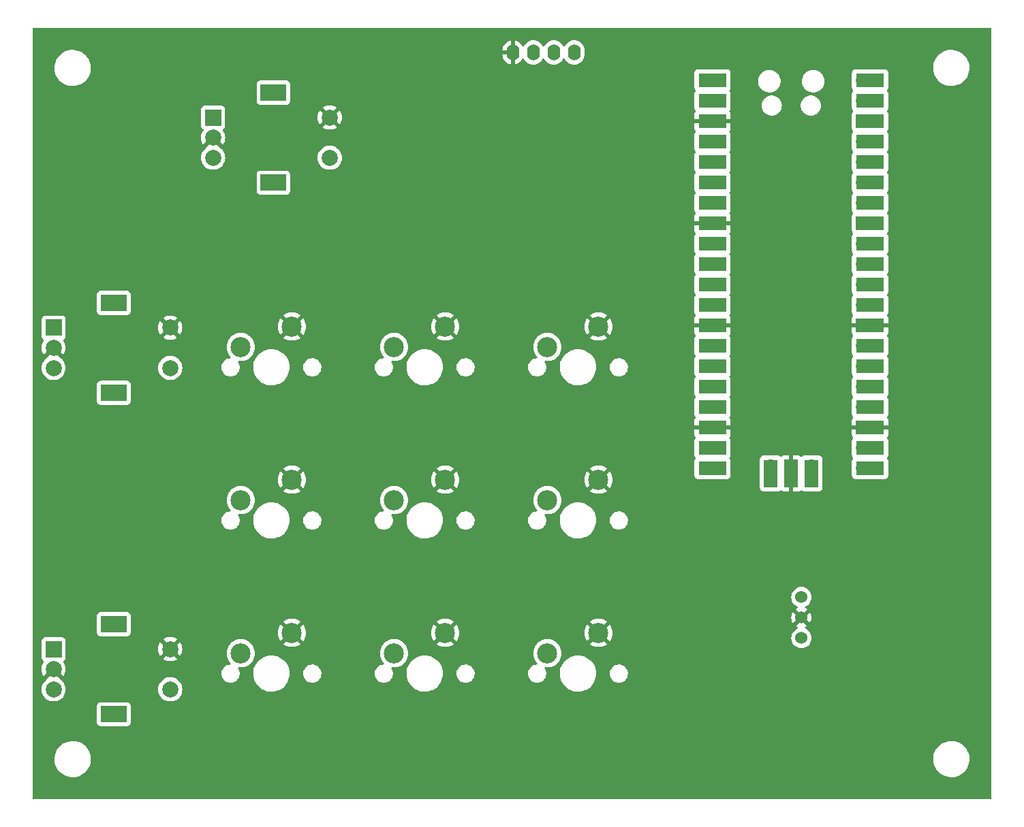
<source format=gbr>
%TF.GenerationSoftware,KiCad,Pcbnew,7.0.9*%
%TF.CreationDate,2023-12-30T23:00:52+00:00*%
%TF.ProjectId,MacroPad V2,4d616372-6f50-4616-9420-56322e6b6963,rev?*%
%TF.SameCoordinates,Original*%
%TF.FileFunction,Copper,L1,Top*%
%TF.FilePolarity,Positive*%
%FSLAX46Y46*%
G04 Gerber Fmt 4.6, Leading zero omitted, Abs format (unit mm)*
G04 Created by KiCad (PCBNEW 7.0.9) date 2023-12-30 23:00:52*
%MOMM*%
%LPD*%
G01*
G04 APERTURE LIST*
%TA.AperFunction,ComponentPad*%
%ADD10C,2.500000*%
%TD*%
%TA.AperFunction,ComponentPad*%
%ADD11R,2.000000X2.000000*%
%TD*%
%TA.AperFunction,ComponentPad*%
%ADD12C,2.000000*%
%TD*%
%TA.AperFunction,ComponentPad*%
%ADD13R,3.200000X2.000000*%
%TD*%
%TA.AperFunction,ComponentPad*%
%ADD14O,1.600000X2.000000*%
%TD*%
%TA.AperFunction,ComponentPad*%
%ADD15C,1.524000*%
%TD*%
%TA.AperFunction,ComponentPad*%
%ADD16O,1.700000X1.700000*%
%TD*%
%TA.AperFunction,SMDPad,CuDef*%
%ADD17R,3.500000X1.700000*%
%TD*%
%TA.AperFunction,ComponentPad*%
%ADD18R,1.700000X1.700000*%
%TD*%
%TA.AperFunction,SMDPad,CuDef*%
%ADD19R,1.700000X3.500000*%
%TD*%
G04 APERTURE END LIST*
D10*
%TO.P,S2,1,1*%
%TO.N,S2*%
X125712000Y-95582000D03*
%TO.P,S2,2,2*%
%TO.N,GND*%
X132062000Y-93042000D03*
%TD*%
D11*
%TO.P,SW1,A,A*%
%TO.N,A1*%
X83397000Y-133176000D03*
D12*
%TO.P,SW1,B,B*%
%TO.N,B1*%
X83397000Y-138176000D03*
%TO.P,SW1,C,C*%
%TO.N,GND*%
X83397000Y-135676000D03*
D13*
%TO.P,SW1,MP*%
%TO.N,N/C*%
X90897000Y-130076000D03*
X90897000Y-141276000D03*
D12*
%TO.P,SW1,S1,S1*%
%TO.N,SW1*%
X97897000Y-138176000D03*
%TO.P,SW1,S2,S2*%
%TO.N,GND*%
X97897000Y-133176000D03*
%TD*%
D10*
%TO.P,S9,1,1*%
%TO.N,S9*%
X144762000Y-133682000D03*
%TO.P,S9,2,2*%
%TO.N,GND*%
X151112000Y-131142000D03*
%TD*%
%TO.P,S6,1,1*%
%TO.N,S6*%
X144762000Y-114632000D03*
%TO.P,S6,2,2*%
%TO.N,GND*%
X151112000Y-112092000D03*
%TD*%
D11*
%TO.P,SW2,A,A*%
%TO.N,A2*%
X103222000Y-67047000D03*
D12*
%TO.P,SW2,B,B*%
%TO.N,B2*%
X103222000Y-72047000D03*
%TO.P,SW2,C,C*%
%TO.N,GND*%
X103222000Y-69547000D03*
D13*
%TO.P,SW2,MP*%
%TO.N,N/C*%
X110722000Y-63947000D03*
X110722000Y-75147000D03*
D12*
%TO.P,SW2,S1,S1*%
%TO.N,SW2*%
X117722000Y-72047000D03*
%TO.P,SW2,S2,S2*%
%TO.N,GND*%
X117722000Y-67047000D03*
%TD*%
D10*
%TO.P,S4,1,1*%
%TO.N,S4*%
X106662000Y-114632000D03*
%TO.P,S4,2,2*%
%TO.N,GND*%
X113012000Y-112092000D03*
%TD*%
%TO.P,S5,1,1*%
%TO.N,S5*%
X125712000Y-114632000D03*
%TO.P,S5,2,2*%
%TO.N,GND*%
X132062000Y-112092000D03*
%TD*%
%TO.P,S3,1,1*%
%TO.N,S3*%
X144762000Y-95582000D03*
%TO.P,S3,2,2*%
%TO.N,GND*%
X151112000Y-93042000D03*
%TD*%
D14*
%TO.P,Brd1,1,GND*%
%TO.N,GND*%
X140477000Y-58947000D03*
%TO.P,Brd1,2,VCC*%
%TO.N,+5V*%
X143017000Y-58947000D03*
%TO.P,Brd1,3,SCL*%
%TO.N,SCL*%
X145557000Y-58947000D03*
%TO.P,Brd1,4,SDA*%
%TO.N,SDA*%
X148097000Y-58947000D03*
%TD*%
D10*
%TO.P,S8,1,1*%
%TO.N,S8*%
X125712000Y-133682000D03*
%TO.P,S8,2,2*%
%TO.N,GND*%
X132062000Y-131142000D03*
%TD*%
%TO.P,S7,1,1*%
%TO.N,S7*%
X106662000Y-133682000D03*
%TO.P,S7,2,2*%
%TO.N,GND*%
X113012000Y-131142000D03*
%TD*%
D15*
%TO.P,toggle1,1*%
%TO.N,Toggle1*%
X176342000Y-131777000D03*
%TO.P,toggle1,2*%
%TO.N,Toggle2*%
X176342000Y-126697000D03*
%TO.P,toggle1,3*%
%TO.N,GND*%
X176342000Y-129237000D03*
%TD*%
D10*
%TO.P,S1,1,1*%
%TO.N,S1*%
X106662000Y-95582000D03*
%TO.P,S1,2,2*%
%TO.N,GND*%
X113012000Y-93042000D03*
%TD*%
D16*
%TO.P,U1,1,GPIO0*%
%TO.N,SDA*%
X166182000Y-62392000D03*
D17*
X165282000Y-62392000D03*
D16*
%TO.P,U1,2,GPIO1*%
%TO.N,SCL*%
X166182000Y-64932000D03*
D17*
X165282000Y-64932000D03*
D18*
%TO.P,U1,3,GND*%
%TO.N,GND*%
X166182000Y-67472000D03*
D17*
X165282000Y-67472000D03*
D16*
%TO.P,U1,4,GPIO2*%
%TO.N,SW2*%
X166182000Y-70012000D03*
D17*
X165282000Y-70012000D03*
D16*
%TO.P,U1,5,GPIO3*%
%TO.N,B2*%
X166182000Y-72552000D03*
D17*
X165282000Y-72552000D03*
D16*
%TO.P,U1,6,GPIO4*%
%TO.N,A2*%
X166182000Y-75092000D03*
D17*
X165282000Y-75092000D03*
D16*
%TO.P,U1,7,GPIO5*%
%TO.N,A3*%
X166182000Y-77632000D03*
D17*
X165282000Y-77632000D03*
D18*
%TO.P,U1,8,GND*%
%TO.N,GND*%
X166182000Y-80172000D03*
D17*
X165282000Y-80172000D03*
D16*
%TO.P,U1,9,GPIO6*%
%TO.N,B3*%
X166182000Y-82712000D03*
D17*
X165282000Y-82712000D03*
D16*
%TO.P,U1,10,GPIO7*%
%TO.N,SW3*%
X166182000Y-85252000D03*
D17*
X165282000Y-85252000D03*
D16*
%TO.P,U1,11,GPIO8*%
%TO.N,S1*%
X166182000Y-87792000D03*
D17*
X165282000Y-87792000D03*
D16*
%TO.P,U1,12,GPIO9*%
%TO.N,S2*%
X166182000Y-90332000D03*
D17*
X165282000Y-90332000D03*
D18*
%TO.P,U1,13,GND*%
%TO.N,GND*%
X166182000Y-92872000D03*
D17*
X165282000Y-92872000D03*
D16*
%TO.P,U1,14,GPIO10*%
%TO.N,S3*%
X166182000Y-95412000D03*
D17*
X165282000Y-95412000D03*
D16*
%TO.P,U1,15,GPIO11*%
%TO.N,S4*%
X166182000Y-97952000D03*
D17*
X165282000Y-97952000D03*
D16*
%TO.P,U1,16,GPIO12*%
%TO.N,S5*%
X166182000Y-100492000D03*
D17*
X165282000Y-100492000D03*
D16*
%TO.P,U1,17,GPIO13*%
%TO.N,S6*%
X166182000Y-103032000D03*
D17*
X165282000Y-103032000D03*
D18*
%TO.P,U1,18,GND*%
%TO.N,GND*%
X166182000Y-105572000D03*
D17*
X165282000Y-105572000D03*
D16*
%TO.P,U1,19,GPIO14*%
%TO.N,S7*%
X166182000Y-108112000D03*
D17*
X165282000Y-108112000D03*
D16*
%TO.P,U1,20,GPIO15*%
%TO.N,S8*%
X166182000Y-110652000D03*
D17*
X165282000Y-110652000D03*
D16*
%TO.P,U1,21,GPIO16*%
%TO.N,Toggle2*%
X183962000Y-110652000D03*
D17*
X184862000Y-110652000D03*
D16*
%TO.P,U1,22,GPIO17*%
%TO.N,Toggle1*%
X183962000Y-108112000D03*
D17*
X184862000Y-108112000D03*
D18*
%TO.P,U1,23,GND*%
%TO.N,GND*%
X183962000Y-105572000D03*
D17*
X184862000Y-105572000D03*
D16*
%TO.P,U1,24,GPIO18*%
%TO.N,S9*%
X183962000Y-103032000D03*
D17*
X184862000Y-103032000D03*
D16*
%TO.P,U1,25,GPIO19*%
%TO.N,SW1*%
X183962000Y-100492000D03*
D17*
X184862000Y-100492000D03*
D16*
%TO.P,U1,26,GPIO20*%
%TO.N,A1*%
X183962000Y-97952000D03*
D17*
X184862000Y-97952000D03*
D16*
%TO.P,U1,27,GPIO21*%
%TO.N,B1*%
X183962000Y-95412000D03*
D17*
X184862000Y-95412000D03*
D18*
%TO.P,U1,28,GND*%
%TO.N,GND*%
X183962000Y-92872000D03*
D17*
X184862000Y-92872000D03*
D16*
%TO.P,U1,29,GPIO22*%
%TO.N,unconnected-(U1-GPIO22-Pad29)*%
X183962000Y-90332000D03*
D17*
X184862000Y-90332000D03*
D16*
%TO.P,U1,30,RUN*%
%TO.N,unconnected-(U1-RUN-Pad30)*%
X183962000Y-87792000D03*
D17*
X184862000Y-87792000D03*
D16*
%TO.P,U1,31,GPIO26_ADC0*%
%TO.N,unconnected-(U1-GPIO26_ADC0-Pad31)*%
X183962000Y-85252000D03*
D17*
X184862000Y-85252000D03*
D16*
%TO.P,U1,32,GPIO27_ADC1*%
%TO.N,unconnected-(U1-GPIO27_ADC1-Pad32)*%
X183962000Y-82712000D03*
D17*
X184862000Y-82712000D03*
D18*
%TO.P,U1,33,AGND*%
%TO.N,unconnected-(U1-AGND-Pad33)*%
X183962000Y-80172000D03*
D17*
X184862000Y-80172000D03*
D16*
%TO.P,U1,34,GPIO28_ADC2*%
%TO.N,unconnected-(U1-GPIO28_ADC2-Pad34)*%
X183962000Y-77632000D03*
D17*
X184862000Y-77632000D03*
D16*
%TO.P,U1,35,ADC_VREF*%
%TO.N,unconnected-(U1-ADC_VREF-Pad35)*%
X183962000Y-75092000D03*
D17*
X184862000Y-75092000D03*
D16*
%TO.P,U1,36,3V3*%
%TO.N,+3.3V*%
X183962000Y-72552000D03*
D17*
X184862000Y-72552000D03*
D16*
%TO.P,U1,37,3V3_EN*%
%TO.N,unconnected-(U1-3V3_EN-Pad37)*%
X183962000Y-70012000D03*
D17*
X184862000Y-70012000D03*
D18*
%TO.P,U1,38,GND*%
%TO.N,unconnected-(U1-GND-Pad38)*%
X183962000Y-67472000D03*
D17*
X184862000Y-67472000D03*
D16*
%TO.P,U1,39,VSYS*%
%TO.N,+5V*%
X183962000Y-64932000D03*
D17*
X184862000Y-64932000D03*
D16*
%TO.P,U1,40,VBUS*%
%TO.N,unconnected-(U1-VBUS-Pad40)*%
X183962000Y-62392000D03*
D17*
X184862000Y-62392000D03*
D16*
%TO.P,U1,41,SWCLK*%
%TO.N,unconnected-(U1-SWCLK-Pad41)*%
X172532000Y-110422000D03*
D19*
X172532000Y-111322000D03*
D18*
%TO.P,U1,42,GND*%
%TO.N,GND*%
X175072000Y-110422000D03*
D19*
X175072000Y-111322000D03*
D16*
%TO.P,U1,43,SWDIO*%
%TO.N,unconnected-(U1-SWDIO-Pad43)*%
X177612000Y-110422000D03*
D19*
X177612000Y-111322000D03*
%TD*%
D11*
%TO.P,SW3,A,A*%
%TO.N,A3*%
X83397000Y-93197000D03*
D12*
%TO.P,SW3,B,B*%
%TO.N,B3*%
X83397000Y-98197000D03*
%TO.P,SW3,C,C*%
%TO.N,GND*%
X83397000Y-95697000D03*
D13*
%TO.P,SW3,MP*%
%TO.N,N/C*%
X90897000Y-90097000D03*
X90897000Y-101297000D03*
D12*
%TO.P,SW3,S1,S1*%
%TO.N,SW3*%
X97897000Y-98197000D03*
%TO.P,SW3,S2,S2*%
%TO.N,GND*%
X97897000Y-93197000D03*
%TD*%
%TA.AperFunction,Conductor*%
%TO.N,GND*%
G36*
X199904539Y-55900185D02*
G01*
X199950294Y-55952989D01*
X199961500Y-56004500D01*
X199961500Y-151727500D01*
X199941815Y-151794539D01*
X199889011Y-151840294D01*
X199837500Y-151851500D01*
X80896500Y-151851500D01*
X80829461Y-151831815D01*
X80783706Y-151779011D01*
X80772500Y-151727500D01*
X80772500Y-146927373D01*
X83517723Y-146927373D01*
X83547881Y-147227160D01*
X83547882Y-147227162D01*
X83617728Y-147520252D01*
X83617733Y-147520266D01*
X83726020Y-147801427D01*
X83726024Y-147801436D01*
X83870825Y-148065665D01*
X83870829Y-148065671D01*
X84049551Y-148308234D01*
X84049554Y-148308238D01*
X84049561Y-148308245D01*
X84259019Y-148524823D01*
X84495478Y-148711553D01*
X84495480Y-148711554D01*
X84495485Y-148711558D01*
X84754730Y-148865109D01*
X85032128Y-148982736D01*
X85322729Y-149062340D01*
X85621347Y-149102500D01*
X85621351Y-149102500D01*
X85847252Y-149102500D01*
X86011164Y-149091526D01*
X86072634Y-149087412D01*
X86367903Y-149027396D01*
X86652537Y-148928560D01*
X86921459Y-148792668D01*
X87169869Y-148622144D01*
X87393333Y-148420032D01*
X87587865Y-148189939D01*
X87749993Y-147935970D01*
X87876823Y-147662658D01*
X87966093Y-147374879D01*
X88016209Y-147077770D01*
X88021237Y-146927373D01*
X192707723Y-146927373D01*
X192737881Y-147227160D01*
X192737882Y-147227162D01*
X192807728Y-147520252D01*
X192807733Y-147520266D01*
X192916020Y-147801427D01*
X192916024Y-147801436D01*
X193060825Y-148065665D01*
X193060829Y-148065671D01*
X193239551Y-148308234D01*
X193239554Y-148308238D01*
X193239561Y-148308245D01*
X193449019Y-148524823D01*
X193685478Y-148711553D01*
X193685480Y-148711554D01*
X193685485Y-148711558D01*
X193944730Y-148865109D01*
X194222128Y-148982736D01*
X194512729Y-149062340D01*
X194811347Y-149102500D01*
X194811351Y-149102500D01*
X195037252Y-149102500D01*
X195201164Y-149091526D01*
X195262634Y-149087412D01*
X195557903Y-149027396D01*
X195842537Y-148928560D01*
X196111459Y-148792668D01*
X196359869Y-148622144D01*
X196583333Y-148420032D01*
X196777865Y-148189939D01*
X196939993Y-147935970D01*
X197066823Y-147662658D01*
X197156093Y-147374879D01*
X197206209Y-147077770D01*
X197216277Y-146776631D01*
X197186118Y-146476838D01*
X197116269Y-146183739D01*
X197007977Y-145902566D01*
X196863175Y-145638335D01*
X196684446Y-145395762D01*
X196474980Y-145179176D01*
X196351742Y-145081856D01*
X196238521Y-144992446D01*
X196238517Y-144992443D01*
X196238515Y-144992442D01*
X195979270Y-144838891D01*
X195701872Y-144721264D01*
X195701863Y-144721261D01*
X195411272Y-144641660D01*
X195336616Y-144631620D01*
X195112653Y-144601500D01*
X194886756Y-144601500D01*
X194886748Y-144601500D01*
X194661368Y-144616587D01*
X194661359Y-144616589D01*
X194366094Y-144676604D01*
X194081464Y-144775439D01*
X194081459Y-144775441D01*
X193812546Y-144911328D01*
X193564125Y-145081860D01*
X193340665Y-145283969D01*
X193146132Y-145514064D01*
X192984006Y-145768030D01*
X192984005Y-145768032D01*
X192857181Y-146041333D01*
X192857177Y-146041342D01*
X192857176Y-146041346D01*
X192767907Y-146329118D01*
X192717791Y-146626230D01*
X192707723Y-146927373D01*
X88021237Y-146927373D01*
X88026277Y-146776631D01*
X87996118Y-146476838D01*
X87926269Y-146183739D01*
X87817977Y-145902566D01*
X87673175Y-145638335D01*
X87494446Y-145395762D01*
X87284980Y-145179176D01*
X87161742Y-145081856D01*
X87048521Y-144992446D01*
X87048517Y-144992443D01*
X87048515Y-144992442D01*
X86789270Y-144838891D01*
X86511872Y-144721264D01*
X86511863Y-144721261D01*
X86221272Y-144641660D01*
X86146616Y-144631620D01*
X85922653Y-144601500D01*
X85696756Y-144601500D01*
X85696748Y-144601500D01*
X85471368Y-144616587D01*
X85471359Y-144616589D01*
X85176094Y-144676604D01*
X84891464Y-144775439D01*
X84891459Y-144775441D01*
X84622546Y-144911328D01*
X84374125Y-145081860D01*
X84150665Y-145283969D01*
X83956132Y-145514064D01*
X83794006Y-145768030D01*
X83794005Y-145768032D01*
X83667181Y-146041333D01*
X83667177Y-146041342D01*
X83667176Y-146041346D01*
X83577907Y-146329118D01*
X83527791Y-146626230D01*
X83517723Y-146927373D01*
X80772500Y-146927373D01*
X80772500Y-142323870D01*
X88796500Y-142323870D01*
X88796501Y-142323876D01*
X88802908Y-142383483D01*
X88853202Y-142518328D01*
X88853206Y-142518335D01*
X88939452Y-142633544D01*
X88939455Y-142633547D01*
X89054664Y-142719793D01*
X89054671Y-142719797D01*
X89189517Y-142770091D01*
X89189516Y-142770091D01*
X89196444Y-142770835D01*
X89249127Y-142776500D01*
X92544872Y-142776499D01*
X92604483Y-142770091D01*
X92739331Y-142719796D01*
X92854546Y-142633546D01*
X92940796Y-142518331D01*
X92991091Y-142383483D01*
X92997500Y-142323873D01*
X92997499Y-140228128D01*
X92991091Y-140168517D01*
X92940796Y-140033669D01*
X92940795Y-140033668D01*
X92940793Y-140033664D01*
X92854547Y-139918455D01*
X92854544Y-139918452D01*
X92739335Y-139832206D01*
X92739328Y-139832202D01*
X92604482Y-139781908D01*
X92604483Y-139781908D01*
X92544883Y-139775501D01*
X92544881Y-139775500D01*
X92544873Y-139775500D01*
X92544864Y-139775500D01*
X89249129Y-139775500D01*
X89249123Y-139775501D01*
X89189516Y-139781908D01*
X89054671Y-139832202D01*
X89054664Y-139832206D01*
X88939455Y-139918452D01*
X88939452Y-139918455D01*
X88853206Y-140033664D01*
X88853202Y-140033671D01*
X88802908Y-140168517D01*
X88796501Y-140228116D01*
X88796501Y-140228123D01*
X88796500Y-140228135D01*
X88796500Y-142323870D01*
X80772500Y-142323870D01*
X80772500Y-138176005D01*
X81891357Y-138176005D01*
X81911890Y-138423812D01*
X81911892Y-138423824D01*
X81972936Y-138664881D01*
X82072826Y-138892606D01*
X82208833Y-139100782D01*
X82208836Y-139100785D01*
X82377256Y-139283738D01*
X82573491Y-139436474D01*
X82792190Y-139554828D01*
X83027386Y-139635571D01*
X83272665Y-139676500D01*
X83521335Y-139676500D01*
X83766614Y-139635571D01*
X84001810Y-139554828D01*
X84220509Y-139436474D01*
X84416744Y-139283738D01*
X84585164Y-139100785D01*
X84721173Y-138892607D01*
X84821063Y-138664881D01*
X84882108Y-138423821D01*
X84887998Y-138352738D01*
X84902643Y-138176005D01*
X96391357Y-138176005D01*
X96411890Y-138423812D01*
X96411892Y-138423824D01*
X96472936Y-138664881D01*
X96572826Y-138892606D01*
X96708833Y-139100782D01*
X96708836Y-139100785D01*
X96877256Y-139283738D01*
X97073491Y-139436474D01*
X97292190Y-139554828D01*
X97527386Y-139635571D01*
X97772665Y-139676500D01*
X98021335Y-139676500D01*
X98266614Y-139635571D01*
X98501810Y-139554828D01*
X98720509Y-139436474D01*
X98916744Y-139283738D01*
X99085164Y-139100785D01*
X99221173Y-138892607D01*
X99321063Y-138664881D01*
X99382108Y-138423821D01*
X99387998Y-138352738D01*
X99402643Y-138176005D01*
X99402643Y-138175994D01*
X99382109Y-137928187D01*
X99382107Y-137928175D01*
X99321063Y-137687118D01*
X99221173Y-137459393D01*
X99085166Y-137251217D01*
X99011714Y-137171427D01*
X98916744Y-137068262D01*
X98720509Y-136915526D01*
X98720507Y-136915525D01*
X98720506Y-136915524D01*
X98501811Y-136797172D01*
X98501802Y-136797169D01*
X98266616Y-136716429D01*
X98021335Y-136675500D01*
X97772665Y-136675500D01*
X97527383Y-136716429D01*
X97292197Y-136797169D01*
X97292188Y-136797172D01*
X97073493Y-136915524D01*
X96877257Y-137068261D01*
X96708833Y-137251217D01*
X96572826Y-137459393D01*
X96472936Y-137687118D01*
X96411892Y-137928175D01*
X96411890Y-137928187D01*
X96391357Y-138175994D01*
X96391357Y-138176005D01*
X84902643Y-138176005D01*
X84902643Y-138175994D01*
X84882109Y-137928187D01*
X84882107Y-137928175D01*
X84821063Y-137687118D01*
X84721173Y-137459393D01*
X84585166Y-137251217D01*
X84511714Y-137171427D01*
X84416744Y-137068262D01*
X84315623Y-136989556D01*
X84274810Y-136932846D01*
X84270697Y-136903249D01*
X83529533Y-136162086D01*
X83539315Y-136160680D01*
X83670100Y-136100952D01*
X83778761Y-136006798D01*
X83856493Y-135885844D01*
X83880076Y-135805524D01*
X84620434Y-136545882D01*
X84720731Y-136392369D01*
X84819058Y-136168202D01*
X104262660Y-136168202D01*
X104272887Y-136382901D01*
X104323563Y-136591791D01*
X104323565Y-136591795D01*
X104380483Y-136716429D01*
X104412854Y-136787310D01*
X104537534Y-136962399D01*
X104537535Y-136962400D01*
X104537540Y-136962406D01*
X104693094Y-137110725D01*
X104693096Y-137110726D01*
X104693097Y-137110727D01*
X104873920Y-137226935D01*
X105073468Y-137306822D01*
X105178998Y-137327161D01*
X105284527Y-137347500D01*
X105284528Y-137347500D01*
X105445612Y-137347500D01*
X105445618Y-137347500D01*
X105605971Y-137332188D01*
X105812209Y-137271631D01*
X106003259Y-137173138D01*
X106172217Y-137040268D01*
X106312976Y-136877824D01*
X106420448Y-136691677D01*
X106490750Y-136488554D01*
X106518237Y-136297373D01*
X108217723Y-136297373D01*
X108247881Y-136597160D01*
X108247882Y-136597162D01*
X108317728Y-136890252D01*
X108317733Y-136890266D01*
X108426020Y-137171427D01*
X108426024Y-137171436D01*
X108570825Y-137435665D01*
X108570829Y-137435671D01*
X108749551Y-137678234D01*
X108749554Y-137678238D01*
X108749561Y-137678245D01*
X108959019Y-137894823D01*
X109195478Y-138081553D01*
X109195480Y-138081554D01*
X109195485Y-138081558D01*
X109454730Y-138235109D01*
X109732128Y-138352736D01*
X110022729Y-138432340D01*
X110321347Y-138472500D01*
X110321351Y-138472500D01*
X110547252Y-138472500D01*
X110711164Y-138461526D01*
X110772634Y-138457412D01*
X111067903Y-138397396D01*
X111352537Y-138298560D01*
X111621459Y-138162668D01*
X111869869Y-137992144D01*
X112093333Y-137790032D01*
X112287865Y-137559939D01*
X112449993Y-137305970D01*
X112576823Y-137032658D01*
X112666093Y-136744879D01*
X112716209Y-136447770D01*
X112725556Y-136168202D01*
X114422660Y-136168202D01*
X114432887Y-136382901D01*
X114483563Y-136591791D01*
X114483565Y-136591795D01*
X114540483Y-136716429D01*
X114572854Y-136787310D01*
X114697534Y-136962399D01*
X114697535Y-136962400D01*
X114697540Y-136962406D01*
X114853094Y-137110725D01*
X114853096Y-137110726D01*
X114853097Y-137110727D01*
X115033920Y-137226935D01*
X115233468Y-137306822D01*
X115338998Y-137327161D01*
X115444527Y-137347500D01*
X115444528Y-137347500D01*
X115605612Y-137347500D01*
X115605618Y-137347500D01*
X115765971Y-137332188D01*
X115972209Y-137271631D01*
X116163259Y-137173138D01*
X116332217Y-137040268D01*
X116472976Y-136877824D01*
X116580448Y-136691677D01*
X116650750Y-136488554D01*
X116681339Y-136275797D01*
X116676214Y-136168202D01*
X123312660Y-136168202D01*
X123322887Y-136382901D01*
X123373563Y-136591791D01*
X123373565Y-136591795D01*
X123430483Y-136716429D01*
X123462854Y-136787310D01*
X123587534Y-136962399D01*
X123587535Y-136962400D01*
X123587540Y-136962406D01*
X123743094Y-137110725D01*
X123743096Y-137110726D01*
X123743097Y-137110727D01*
X123923920Y-137226935D01*
X124123468Y-137306822D01*
X124228998Y-137327161D01*
X124334527Y-137347500D01*
X124334528Y-137347500D01*
X124495612Y-137347500D01*
X124495618Y-137347500D01*
X124655971Y-137332188D01*
X124862209Y-137271631D01*
X125053259Y-137173138D01*
X125222217Y-137040268D01*
X125362976Y-136877824D01*
X125470448Y-136691677D01*
X125540750Y-136488554D01*
X125568237Y-136297373D01*
X127267723Y-136297373D01*
X127297881Y-136597160D01*
X127297882Y-136597162D01*
X127367728Y-136890252D01*
X127367733Y-136890266D01*
X127476020Y-137171427D01*
X127476024Y-137171436D01*
X127620825Y-137435665D01*
X127620829Y-137435671D01*
X127799551Y-137678234D01*
X127799554Y-137678238D01*
X127799561Y-137678245D01*
X128009019Y-137894823D01*
X128245478Y-138081553D01*
X128245480Y-138081554D01*
X128245485Y-138081558D01*
X128504730Y-138235109D01*
X128782128Y-138352736D01*
X129072729Y-138432340D01*
X129371347Y-138472500D01*
X129371351Y-138472500D01*
X129597252Y-138472500D01*
X129761164Y-138461526D01*
X129822634Y-138457412D01*
X130117903Y-138397396D01*
X130402537Y-138298560D01*
X130671459Y-138162668D01*
X130919869Y-137992144D01*
X131143333Y-137790032D01*
X131337865Y-137559939D01*
X131499993Y-137305970D01*
X131626823Y-137032658D01*
X131716093Y-136744879D01*
X131766209Y-136447770D01*
X131775556Y-136168202D01*
X133472660Y-136168202D01*
X133482887Y-136382901D01*
X133533563Y-136591791D01*
X133533565Y-136591795D01*
X133590483Y-136716429D01*
X133622854Y-136787310D01*
X133747534Y-136962399D01*
X133747535Y-136962400D01*
X133747540Y-136962406D01*
X133903094Y-137110725D01*
X133903096Y-137110726D01*
X133903097Y-137110727D01*
X134083920Y-137226935D01*
X134283468Y-137306822D01*
X134388998Y-137327161D01*
X134494527Y-137347500D01*
X134494528Y-137347500D01*
X134655612Y-137347500D01*
X134655618Y-137347500D01*
X134815971Y-137332188D01*
X135022209Y-137271631D01*
X135213259Y-137173138D01*
X135382217Y-137040268D01*
X135522976Y-136877824D01*
X135630448Y-136691677D01*
X135700750Y-136488554D01*
X135731339Y-136275797D01*
X135726214Y-136168202D01*
X142362660Y-136168202D01*
X142372887Y-136382901D01*
X142423563Y-136591791D01*
X142423565Y-136591795D01*
X142480483Y-136716429D01*
X142512854Y-136787310D01*
X142637534Y-136962399D01*
X142637535Y-136962400D01*
X142637540Y-136962406D01*
X142793094Y-137110725D01*
X142793096Y-137110726D01*
X142793097Y-137110727D01*
X142973920Y-137226935D01*
X143173468Y-137306822D01*
X143278998Y-137327161D01*
X143384527Y-137347500D01*
X143384528Y-137347500D01*
X143545612Y-137347500D01*
X143545618Y-137347500D01*
X143705971Y-137332188D01*
X143912209Y-137271631D01*
X144103259Y-137173138D01*
X144272217Y-137040268D01*
X144412976Y-136877824D01*
X144520448Y-136691677D01*
X144590750Y-136488554D01*
X144618237Y-136297373D01*
X146317723Y-136297373D01*
X146347881Y-136597160D01*
X146347882Y-136597162D01*
X146417728Y-136890252D01*
X146417733Y-136890266D01*
X146526020Y-137171427D01*
X146526024Y-137171436D01*
X146670825Y-137435665D01*
X146670829Y-137435671D01*
X146849551Y-137678234D01*
X146849554Y-137678238D01*
X146849561Y-137678245D01*
X147059019Y-137894823D01*
X147295478Y-138081553D01*
X147295480Y-138081554D01*
X147295485Y-138081558D01*
X147554730Y-138235109D01*
X147832128Y-138352736D01*
X148122729Y-138432340D01*
X148421347Y-138472500D01*
X148421351Y-138472500D01*
X148647252Y-138472500D01*
X148811164Y-138461526D01*
X148872634Y-138457412D01*
X149167903Y-138397396D01*
X149452537Y-138298560D01*
X149721459Y-138162668D01*
X149969869Y-137992144D01*
X150193333Y-137790032D01*
X150387865Y-137559939D01*
X150549993Y-137305970D01*
X150676823Y-137032658D01*
X150766093Y-136744879D01*
X150816209Y-136447770D01*
X150825556Y-136168202D01*
X152522660Y-136168202D01*
X152532887Y-136382901D01*
X152583563Y-136591791D01*
X152583565Y-136591795D01*
X152640483Y-136716429D01*
X152672854Y-136787310D01*
X152797534Y-136962399D01*
X152797535Y-136962400D01*
X152797540Y-136962406D01*
X152953094Y-137110725D01*
X152953096Y-137110726D01*
X152953097Y-137110727D01*
X153133920Y-137226935D01*
X153333468Y-137306822D01*
X153438998Y-137327161D01*
X153544527Y-137347500D01*
X153544528Y-137347500D01*
X153705612Y-137347500D01*
X153705618Y-137347500D01*
X153865971Y-137332188D01*
X154072209Y-137271631D01*
X154263259Y-137173138D01*
X154432217Y-137040268D01*
X154572976Y-136877824D01*
X154680448Y-136691677D01*
X154750750Y-136488554D01*
X154781339Y-136275797D01*
X154771112Y-136061096D01*
X154720437Y-135852210D01*
X154631146Y-135656690D01*
X154506466Y-135481601D01*
X154506464Y-135481599D01*
X154506459Y-135481593D01*
X154350905Y-135333274D01*
X154170080Y-135217065D01*
X153970530Y-135137177D01*
X153759473Y-135096500D01*
X153759472Y-135096500D01*
X153598382Y-135096500D01*
X153438050Y-135111810D01*
X153438029Y-135111812D01*
X153438025Y-135111813D01*
X153231793Y-135172368D01*
X153040736Y-135270864D01*
X152871785Y-135403729D01*
X152871782Y-135403733D01*
X152731021Y-135566178D01*
X152623553Y-135752319D01*
X152553251Y-135955442D01*
X152553250Y-135955444D01*
X152522661Y-136168200D01*
X152522660Y-136168202D01*
X150825556Y-136168202D01*
X150826277Y-136146631D01*
X150796118Y-135846838D01*
X150726269Y-135553739D01*
X150617977Y-135272566D01*
X150473175Y-135008335D01*
X150294446Y-134765762D01*
X150084980Y-134549176D01*
X149961742Y-134451856D01*
X149848521Y-134362446D01*
X149848517Y-134362443D01*
X149848515Y-134362442D01*
X149589270Y-134208891D01*
X149311872Y-134091264D01*
X149311863Y-134091261D01*
X149021272Y-134011660D01*
X148946616Y-134001620D01*
X148722653Y-133971500D01*
X148496756Y-133971500D01*
X148496748Y-133971500D01*
X148271368Y-133986587D01*
X148271359Y-133986589D01*
X147976094Y-134046604D01*
X147691464Y-134145439D01*
X147691459Y-134145441D01*
X147422546Y-134281328D01*
X147174125Y-134451860D01*
X146950665Y-134653969D01*
X146756132Y-134884064D01*
X146594006Y-135138030D01*
X146594005Y-135138032D01*
X146503404Y-135333274D01*
X146467177Y-135411342D01*
X146461929Y-135428261D01*
X146377907Y-135699118D01*
X146368933Y-135752323D01*
X146327791Y-135996230D01*
X146322042Y-136168202D01*
X146317723Y-136297373D01*
X144618237Y-136297373D01*
X144621339Y-136275797D01*
X144611112Y-136061096D01*
X144560437Y-135852210D01*
X144471146Y-135656690D01*
X144442664Y-135616692D01*
X144419811Y-135550665D01*
X144436284Y-135482765D01*
X144486851Y-135434549D01*
X144555458Y-135421326D01*
X144562140Y-135422148D01*
X144630818Y-135432500D01*
X144893182Y-135432500D01*
X145152615Y-135393396D01*
X145403323Y-135316063D01*
X145639704Y-135202228D01*
X145856479Y-135054433D01*
X146048805Y-134875981D01*
X146212386Y-134670857D01*
X146343568Y-134443643D01*
X146439420Y-134199416D01*
X146497802Y-133943630D01*
X146497803Y-133943620D01*
X146517408Y-133682004D01*
X146517408Y-133681995D01*
X146497803Y-133420379D01*
X146497802Y-133420374D01*
X146497802Y-133420370D01*
X146439420Y-133164584D01*
X146343568Y-132920357D01*
X146212386Y-132693143D01*
X146048805Y-132488019D01*
X146048804Y-132488018D01*
X146048801Y-132488014D01*
X145856479Y-132309567D01*
X145851417Y-132306116D01*
X145639704Y-132161772D01*
X145639700Y-132161770D01*
X145639697Y-132161768D01*
X145639696Y-132161767D01*
X145403325Y-132047938D01*
X145403327Y-132047938D01*
X145152623Y-131970606D01*
X145152619Y-131970605D01*
X145152615Y-131970604D01*
X145027823Y-131951794D01*
X144893187Y-131931500D01*
X144893182Y-131931500D01*
X144630818Y-131931500D01*
X144630812Y-131931500D01*
X144469247Y-131955853D01*
X144371385Y-131970604D01*
X144371382Y-131970605D01*
X144371376Y-131970606D01*
X144120673Y-132047938D01*
X143884303Y-132161767D01*
X143884302Y-132161768D01*
X143667520Y-132309567D01*
X143475198Y-132488014D01*
X143311614Y-132693143D01*
X143180432Y-132920356D01*
X143084582Y-133164578D01*
X143084576Y-133164597D01*
X143026197Y-133420374D01*
X143026196Y-133420379D01*
X143006592Y-133681995D01*
X143006592Y-133682004D01*
X143026196Y-133943620D01*
X143026197Y-133943625D01*
X143084576Y-134199402D01*
X143084578Y-134199411D01*
X143084580Y-134199416D01*
X143180432Y-134443643D01*
X143311614Y-134670857D01*
X143475195Y-134875981D01*
X143475197Y-134875983D01*
X143475198Y-134875984D01*
X143484569Y-134884679D01*
X143520324Y-134944707D01*
X143517950Y-135014536D01*
X143478200Y-135071997D01*
X143413695Y-135098846D01*
X143412016Y-135099017D01*
X143278039Y-135111810D01*
X143278030Y-135111811D01*
X143278029Y-135111812D01*
X143278027Y-135111812D01*
X143278025Y-135111813D01*
X143071793Y-135172368D01*
X142880736Y-135270864D01*
X142711785Y-135403729D01*
X142711782Y-135403733D01*
X142571021Y-135566178D01*
X142463553Y-135752319D01*
X142393251Y-135955442D01*
X142393250Y-135955444D01*
X142362661Y-136168200D01*
X142362660Y-136168202D01*
X135726214Y-136168202D01*
X135721112Y-136061096D01*
X135670437Y-135852210D01*
X135581146Y-135656690D01*
X135456466Y-135481601D01*
X135456464Y-135481599D01*
X135456459Y-135481593D01*
X135300905Y-135333274D01*
X135120080Y-135217065D01*
X134920530Y-135137177D01*
X134709473Y-135096500D01*
X134709472Y-135096500D01*
X134548382Y-135096500D01*
X134388050Y-135111810D01*
X134388029Y-135111812D01*
X134388025Y-135111813D01*
X134181793Y-135172368D01*
X133990736Y-135270864D01*
X133821785Y-135403729D01*
X133821782Y-135403733D01*
X133681021Y-135566178D01*
X133573553Y-135752319D01*
X133503251Y-135955442D01*
X133503250Y-135955444D01*
X133472661Y-136168200D01*
X133472660Y-136168202D01*
X131775556Y-136168202D01*
X131776277Y-136146631D01*
X131746118Y-135846838D01*
X131676269Y-135553739D01*
X131567977Y-135272566D01*
X131423175Y-135008335D01*
X131244446Y-134765762D01*
X131034980Y-134549176D01*
X130911742Y-134451856D01*
X130798521Y-134362446D01*
X130798517Y-134362443D01*
X130798515Y-134362442D01*
X130539270Y-134208891D01*
X130261872Y-134091264D01*
X130261863Y-134091261D01*
X129971272Y-134011660D01*
X129896616Y-134001620D01*
X129672653Y-133971500D01*
X129446756Y-133971500D01*
X129446748Y-133971500D01*
X129221368Y-133986587D01*
X129221359Y-133986589D01*
X128926094Y-134046604D01*
X128641464Y-134145439D01*
X128641459Y-134145441D01*
X128372546Y-134281328D01*
X128124125Y-134451860D01*
X127900665Y-134653969D01*
X127706132Y-134884064D01*
X127544006Y-135138030D01*
X127544005Y-135138032D01*
X127453404Y-135333274D01*
X127417177Y-135411342D01*
X127411929Y-135428261D01*
X127327907Y-135699118D01*
X127318933Y-135752323D01*
X127277791Y-135996230D01*
X127272042Y-136168202D01*
X127267723Y-136297373D01*
X125568237Y-136297373D01*
X125571339Y-136275797D01*
X125561112Y-136061096D01*
X125510437Y-135852210D01*
X125421146Y-135656690D01*
X125392664Y-135616692D01*
X125369811Y-135550665D01*
X125386284Y-135482765D01*
X125436851Y-135434549D01*
X125505458Y-135421326D01*
X125512140Y-135422148D01*
X125580818Y-135432500D01*
X125843182Y-135432500D01*
X126102615Y-135393396D01*
X126353323Y-135316063D01*
X126589704Y-135202228D01*
X126806479Y-135054433D01*
X126998805Y-134875981D01*
X127162386Y-134670857D01*
X127293568Y-134443643D01*
X127389420Y-134199416D01*
X127447802Y-133943630D01*
X127447803Y-133943620D01*
X127467408Y-133682004D01*
X127467408Y-133681995D01*
X127447803Y-133420379D01*
X127447802Y-133420374D01*
X127447802Y-133420370D01*
X127389420Y-133164584D01*
X127293568Y-132920357D01*
X127162386Y-132693143D01*
X126998805Y-132488019D01*
X126998804Y-132488018D01*
X126998801Y-132488014D01*
X126806479Y-132309567D01*
X126801417Y-132306116D01*
X126589704Y-132161772D01*
X126589700Y-132161770D01*
X126589697Y-132161768D01*
X126589696Y-132161767D01*
X126353325Y-132047938D01*
X126353327Y-132047938D01*
X126102623Y-131970606D01*
X126102619Y-131970605D01*
X126102615Y-131970604D01*
X125977823Y-131951794D01*
X125843187Y-131931500D01*
X125843182Y-131931500D01*
X125580818Y-131931500D01*
X125580812Y-131931500D01*
X125419247Y-131955853D01*
X125321385Y-131970604D01*
X125321382Y-131970605D01*
X125321376Y-131970606D01*
X125070673Y-132047938D01*
X124834303Y-132161767D01*
X124834302Y-132161768D01*
X124617520Y-132309567D01*
X124425198Y-132488014D01*
X124261614Y-132693143D01*
X124130432Y-132920356D01*
X124034582Y-133164578D01*
X124034576Y-133164597D01*
X123976197Y-133420374D01*
X123976196Y-133420379D01*
X123956592Y-133681995D01*
X123956592Y-133682004D01*
X123976196Y-133943620D01*
X123976197Y-133943625D01*
X124034576Y-134199402D01*
X124034578Y-134199411D01*
X124034580Y-134199416D01*
X124130432Y-134443643D01*
X124261614Y-134670857D01*
X124425195Y-134875981D01*
X124425197Y-134875983D01*
X124425198Y-134875984D01*
X124434569Y-134884679D01*
X124470324Y-134944707D01*
X124467950Y-135014536D01*
X124428200Y-135071997D01*
X124363695Y-135098846D01*
X124362016Y-135099017D01*
X124228039Y-135111810D01*
X124228030Y-135111811D01*
X124228029Y-135111812D01*
X124228027Y-135111812D01*
X124228025Y-135111813D01*
X124021793Y-135172368D01*
X123830736Y-135270864D01*
X123661785Y-135403729D01*
X123661782Y-135403733D01*
X123521021Y-135566178D01*
X123413553Y-135752319D01*
X123343251Y-135955442D01*
X123343250Y-135955444D01*
X123312661Y-136168200D01*
X123312660Y-136168202D01*
X116676214Y-136168202D01*
X116671112Y-136061096D01*
X116620437Y-135852210D01*
X116531146Y-135656690D01*
X116406466Y-135481601D01*
X116406464Y-135481599D01*
X116406459Y-135481593D01*
X116250905Y-135333274D01*
X116070080Y-135217065D01*
X115870530Y-135137177D01*
X115659473Y-135096500D01*
X115659472Y-135096500D01*
X115498382Y-135096500D01*
X115338050Y-135111810D01*
X115338029Y-135111812D01*
X115338025Y-135111813D01*
X115131793Y-135172368D01*
X114940736Y-135270864D01*
X114771785Y-135403729D01*
X114771782Y-135403733D01*
X114631021Y-135566178D01*
X114523553Y-135752319D01*
X114453251Y-135955442D01*
X114453250Y-135955444D01*
X114422661Y-136168200D01*
X114422660Y-136168202D01*
X112725556Y-136168202D01*
X112726277Y-136146631D01*
X112696118Y-135846838D01*
X112626269Y-135553739D01*
X112517977Y-135272566D01*
X112373175Y-135008335D01*
X112194446Y-134765762D01*
X111984980Y-134549176D01*
X111861742Y-134451856D01*
X111748521Y-134362446D01*
X111748517Y-134362443D01*
X111748515Y-134362442D01*
X111489270Y-134208891D01*
X111211872Y-134091264D01*
X111211863Y-134091261D01*
X110921272Y-134011660D01*
X110846616Y-134001620D01*
X110622653Y-133971500D01*
X110396756Y-133971500D01*
X110396748Y-133971500D01*
X110171368Y-133986587D01*
X110171359Y-133986589D01*
X109876094Y-134046604D01*
X109591464Y-134145439D01*
X109591459Y-134145441D01*
X109322546Y-134281328D01*
X109074125Y-134451860D01*
X108850665Y-134653969D01*
X108656132Y-134884064D01*
X108494006Y-135138030D01*
X108494005Y-135138032D01*
X108403404Y-135333274D01*
X108367177Y-135411342D01*
X108361929Y-135428261D01*
X108277907Y-135699118D01*
X108268933Y-135752323D01*
X108227791Y-135996230D01*
X108222042Y-136168202D01*
X108217723Y-136297373D01*
X106518237Y-136297373D01*
X106521339Y-136275797D01*
X106511112Y-136061096D01*
X106460437Y-135852210D01*
X106371146Y-135656690D01*
X106342664Y-135616692D01*
X106319811Y-135550665D01*
X106336284Y-135482765D01*
X106386851Y-135434549D01*
X106455458Y-135421326D01*
X106462140Y-135422148D01*
X106530818Y-135432500D01*
X106793182Y-135432500D01*
X107052615Y-135393396D01*
X107303323Y-135316063D01*
X107539704Y-135202228D01*
X107756479Y-135054433D01*
X107948805Y-134875981D01*
X108112386Y-134670857D01*
X108243568Y-134443643D01*
X108339420Y-134199416D01*
X108397802Y-133943630D01*
X108397803Y-133943620D01*
X108417408Y-133682004D01*
X108417408Y-133681995D01*
X108397803Y-133420379D01*
X108397802Y-133420374D01*
X108397802Y-133420370D01*
X108339420Y-133164584D01*
X108243568Y-132920357D01*
X108112386Y-132693143D01*
X107948805Y-132488019D01*
X107948804Y-132488018D01*
X107948801Y-132488014D01*
X107756479Y-132309567D01*
X107751417Y-132306116D01*
X107539704Y-132161772D01*
X107539700Y-132161770D01*
X107539697Y-132161768D01*
X107539696Y-132161767D01*
X107303325Y-132047938D01*
X107303327Y-132047938D01*
X107052623Y-131970606D01*
X107052619Y-131970605D01*
X107052615Y-131970604D01*
X106927823Y-131951794D01*
X106793187Y-131931500D01*
X106793182Y-131931500D01*
X106530818Y-131931500D01*
X106530812Y-131931500D01*
X106369247Y-131955853D01*
X106271385Y-131970604D01*
X106271382Y-131970605D01*
X106271376Y-131970606D01*
X106020673Y-132047938D01*
X105784303Y-132161767D01*
X105784302Y-132161768D01*
X105567520Y-132309567D01*
X105375198Y-132488014D01*
X105211614Y-132693143D01*
X105080432Y-132920356D01*
X104984582Y-133164578D01*
X104984576Y-133164597D01*
X104926197Y-133420374D01*
X104926196Y-133420379D01*
X104906592Y-133681995D01*
X104906592Y-133682004D01*
X104926196Y-133943620D01*
X104926197Y-133943625D01*
X104984576Y-134199402D01*
X104984578Y-134199411D01*
X104984580Y-134199416D01*
X105080432Y-134443643D01*
X105211614Y-134670857D01*
X105375195Y-134875981D01*
X105375197Y-134875983D01*
X105375198Y-134875984D01*
X105384569Y-134884679D01*
X105420324Y-134944707D01*
X105417950Y-135014536D01*
X105378200Y-135071997D01*
X105313695Y-135098846D01*
X105312016Y-135099017D01*
X105178039Y-135111810D01*
X105178030Y-135111811D01*
X105178029Y-135111812D01*
X105178027Y-135111812D01*
X105178025Y-135111813D01*
X104971793Y-135172368D01*
X104780736Y-135270864D01*
X104611785Y-135403729D01*
X104611782Y-135403733D01*
X104471021Y-135566178D01*
X104363553Y-135752319D01*
X104293251Y-135955442D01*
X104293250Y-135955444D01*
X104262661Y-136168200D01*
X104262660Y-136168202D01*
X84819058Y-136168202D01*
X84820587Y-136164717D01*
X84881612Y-135923738D01*
X84881614Y-135923729D01*
X84902141Y-135676005D01*
X84902141Y-135675994D01*
X84881614Y-135428270D01*
X84881612Y-135428261D01*
X84820587Y-135187282D01*
X84720732Y-134959632D01*
X84608515Y-134787870D01*
X84588328Y-134720981D01*
X84607508Y-134653795D01*
X84638013Y-134620782D01*
X84639329Y-134619796D01*
X84639331Y-134619796D01*
X84754546Y-134533546D01*
X84840796Y-134418331D01*
X84891091Y-134283483D01*
X84897500Y-134223873D01*
X84897500Y-133176005D01*
X96391859Y-133176005D01*
X96412385Y-133423729D01*
X96412387Y-133423738D01*
X96473412Y-133664717D01*
X96573266Y-133892364D01*
X96673564Y-134045882D01*
X97413923Y-133305523D01*
X97437507Y-133385844D01*
X97515239Y-133506798D01*
X97623900Y-133600952D01*
X97754685Y-133660680D01*
X97764466Y-133662086D01*
X97026942Y-134399609D01*
X97073768Y-134436055D01*
X97073770Y-134436056D01*
X97292385Y-134554364D01*
X97292396Y-134554369D01*
X97527506Y-134635083D01*
X97772707Y-134676000D01*
X98021293Y-134676000D01*
X98266493Y-134635083D01*
X98501603Y-134554369D01*
X98501614Y-134554364D01*
X98720228Y-134436057D01*
X98720231Y-134436055D01*
X98767056Y-134399609D01*
X98029533Y-133662086D01*
X98039315Y-133660680D01*
X98170100Y-133600952D01*
X98278761Y-133506798D01*
X98356493Y-133385844D01*
X98380076Y-133305524D01*
X99120434Y-134045882D01*
X99220731Y-133892369D01*
X99320587Y-133664717D01*
X99381612Y-133423738D01*
X99381614Y-133423729D01*
X99402141Y-133176005D01*
X99402141Y-133175994D01*
X99381614Y-132928270D01*
X99381612Y-132928261D01*
X99320587Y-132687282D01*
X99220731Y-132459630D01*
X99120434Y-132306116D01*
X98380076Y-133046475D01*
X98356493Y-132966156D01*
X98278761Y-132845202D01*
X98170100Y-132751048D01*
X98039315Y-132691320D01*
X98029534Y-132689913D01*
X98767057Y-131952390D01*
X98767056Y-131952389D01*
X98720229Y-131915943D01*
X98501614Y-131797635D01*
X98501603Y-131797630D01*
X98266493Y-131716916D01*
X98021293Y-131676000D01*
X97772707Y-131676000D01*
X97527506Y-131716916D01*
X97292396Y-131797630D01*
X97292390Y-131797632D01*
X97073761Y-131915949D01*
X97026942Y-131952388D01*
X97026942Y-131952390D01*
X97764466Y-132689913D01*
X97754685Y-132691320D01*
X97623900Y-132751048D01*
X97515239Y-132845202D01*
X97437507Y-132966156D01*
X97413923Y-133046475D01*
X96673564Y-132306116D01*
X96573267Y-132459632D01*
X96473412Y-132687282D01*
X96412387Y-132928261D01*
X96412385Y-132928270D01*
X96391859Y-133175994D01*
X96391859Y-133176005D01*
X84897500Y-133176005D01*
X84897499Y-132128128D01*
X84891091Y-132068517D01*
X84883415Y-132047937D01*
X84840797Y-131933671D01*
X84840793Y-131933664D01*
X84754547Y-131818455D01*
X84754544Y-131818452D01*
X84639335Y-131732206D01*
X84639328Y-131732202D01*
X84504482Y-131681908D01*
X84504483Y-131681908D01*
X84444883Y-131675501D01*
X84444881Y-131675500D01*
X84444873Y-131675500D01*
X84444864Y-131675500D01*
X82349129Y-131675500D01*
X82349123Y-131675501D01*
X82289516Y-131681908D01*
X82154671Y-131732202D01*
X82154664Y-131732206D01*
X82039455Y-131818452D01*
X82039452Y-131818455D01*
X81953206Y-131933664D01*
X81953202Y-131933671D01*
X81902908Y-132068517D01*
X81896501Y-132128116D01*
X81896501Y-132128123D01*
X81896500Y-132128135D01*
X81896500Y-134223870D01*
X81896501Y-134223876D01*
X81902908Y-134283483D01*
X81953202Y-134418328D01*
X81953206Y-134418335D01*
X82039452Y-134533544D01*
X82039455Y-134533547D01*
X82155986Y-134620783D01*
X82197857Y-134676717D01*
X82202841Y-134746408D01*
X82185484Y-134787870D01*
X82073267Y-134959631D01*
X81973412Y-135187282D01*
X81912387Y-135428261D01*
X81912385Y-135428270D01*
X81891859Y-135675994D01*
X81891859Y-135676005D01*
X81912385Y-135923729D01*
X81912387Y-135923738D01*
X81973412Y-136164717D01*
X82073266Y-136392364D01*
X82173564Y-136545882D01*
X82913922Y-135805523D01*
X82937507Y-135885844D01*
X83015239Y-136006798D01*
X83123900Y-136100952D01*
X83254685Y-136160680D01*
X83264466Y-136162086D01*
X82521100Y-136905450D01*
X82510482Y-136952148D01*
X82478376Y-136989556D01*
X82377255Y-137068262D01*
X82208833Y-137251217D01*
X82072826Y-137459393D01*
X81972936Y-137687118D01*
X81911892Y-137928175D01*
X81911890Y-137928187D01*
X81891357Y-138175994D01*
X81891357Y-138176005D01*
X80772500Y-138176005D01*
X80772500Y-131123870D01*
X88796500Y-131123870D01*
X88796501Y-131123876D01*
X88802908Y-131183483D01*
X88853202Y-131318328D01*
X88853206Y-131318335D01*
X88939452Y-131433544D01*
X88939455Y-131433547D01*
X89054664Y-131519793D01*
X89054671Y-131519797D01*
X89189517Y-131570091D01*
X89189516Y-131570091D01*
X89196444Y-131570835D01*
X89249127Y-131576500D01*
X92544872Y-131576499D01*
X92604483Y-131570091D01*
X92739331Y-131519796D01*
X92854546Y-131433546D01*
X92940796Y-131318331D01*
X92991091Y-131183483D01*
X92995551Y-131142004D01*
X111257093Y-131142004D01*
X111276692Y-131403545D01*
X111276693Y-131403550D01*
X111335058Y-131659270D01*
X111430883Y-131903426D01*
X111430882Y-131903426D01*
X111562030Y-132130577D01*
X111609873Y-132190571D01*
X111609874Y-132190571D01*
X112334803Y-131465641D01*
X112358059Y-131519553D01*
X112462756Y-131660185D01*
X112597062Y-131772882D01*
X112688665Y-131818886D01*
X111962831Y-132544720D01*
X112134546Y-132661793D01*
X112134550Y-132661795D01*
X112370854Y-132775594D01*
X112370858Y-132775595D01*
X112621494Y-132852907D01*
X112621500Y-132852909D01*
X112880848Y-132891999D01*
X112880857Y-132892000D01*
X113143143Y-132892000D01*
X113143151Y-132891999D01*
X113402499Y-132852909D01*
X113402505Y-132852907D01*
X113653143Y-132775595D01*
X113889445Y-132661798D01*
X113889456Y-132661791D01*
X114061167Y-132544720D01*
X113337946Y-131821498D01*
X113350891Y-131816787D01*
X113497373Y-131720445D01*
X113617688Y-131592918D01*
X113690447Y-131466894D01*
X114414124Y-132190571D01*
X114461974Y-132130570D01*
X114593116Y-131903426D01*
X114688941Y-131659270D01*
X114747306Y-131403550D01*
X114747307Y-131403545D01*
X114766907Y-131142004D01*
X130307093Y-131142004D01*
X130326692Y-131403545D01*
X130326693Y-131403550D01*
X130385058Y-131659270D01*
X130480883Y-131903426D01*
X130480882Y-131903426D01*
X130612030Y-132130577D01*
X130659873Y-132190571D01*
X130659874Y-132190571D01*
X131384803Y-131465641D01*
X131408059Y-131519553D01*
X131512756Y-131660185D01*
X131647062Y-131772882D01*
X131738665Y-131818886D01*
X131012831Y-132544720D01*
X131184546Y-132661793D01*
X131184550Y-132661795D01*
X131420854Y-132775594D01*
X131420858Y-132775595D01*
X131671494Y-132852907D01*
X131671500Y-132852909D01*
X131930848Y-132891999D01*
X131930857Y-132892000D01*
X132193143Y-132892000D01*
X132193151Y-132891999D01*
X132452499Y-132852909D01*
X132452505Y-132852907D01*
X132703143Y-132775595D01*
X132939445Y-132661798D01*
X132939456Y-132661791D01*
X133111167Y-132544720D01*
X132387946Y-131821498D01*
X132400891Y-131816787D01*
X132547373Y-131720445D01*
X132667688Y-131592918D01*
X132740447Y-131466894D01*
X133464124Y-132190571D01*
X133511974Y-132130570D01*
X133643116Y-131903426D01*
X133738941Y-131659270D01*
X133797306Y-131403550D01*
X133797307Y-131403545D01*
X133816907Y-131142004D01*
X149357093Y-131142004D01*
X149376692Y-131403545D01*
X149376693Y-131403550D01*
X149435058Y-131659270D01*
X149530883Y-131903426D01*
X149530882Y-131903426D01*
X149662030Y-132130577D01*
X149709873Y-132190571D01*
X149709874Y-132190571D01*
X150434803Y-131465641D01*
X150458059Y-131519553D01*
X150562756Y-131660185D01*
X150697062Y-131772882D01*
X150788665Y-131818886D01*
X150062831Y-132544720D01*
X150234546Y-132661793D01*
X150234550Y-132661795D01*
X150470854Y-132775594D01*
X150470858Y-132775595D01*
X150721494Y-132852907D01*
X150721500Y-132852909D01*
X150980848Y-132891999D01*
X150980857Y-132892000D01*
X151243143Y-132892000D01*
X151243151Y-132891999D01*
X151502499Y-132852909D01*
X151502505Y-132852907D01*
X151753143Y-132775595D01*
X151989445Y-132661798D01*
X151989456Y-132661791D01*
X152161167Y-132544720D01*
X151437946Y-131821498D01*
X151450891Y-131816787D01*
X151597373Y-131720445D01*
X151717688Y-131592918D01*
X151790447Y-131466894D01*
X152514124Y-132190571D01*
X152561974Y-132130570D01*
X152693116Y-131903426D01*
X152742734Y-131777002D01*
X175074677Y-131777002D01*
X175093929Y-131997062D01*
X175093930Y-131997070D01*
X175151104Y-132210445D01*
X175151105Y-132210447D01*
X175151106Y-132210450D01*
X175195716Y-132306116D01*
X175244466Y-132410662D01*
X175244468Y-132410666D01*
X175371170Y-132591615D01*
X175371175Y-132591621D01*
X175527378Y-132747824D01*
X175527384Y-132747829D01*
X175708333Y-132874531D01*
X175708335Y-132874532D01*
X175708338Y-132874534D01*
X175908550Y-132967894D01*
X176121932Y-133025070D01*
X176279123Y-133038822D01*
X176341998Y-133044323D01*
X176342000Y-133044323D01*
X176342002Y-133044323D01*
X176397017Y-133039509D01*
X176562068Y-133025070D01*
X176775450Y-132967894D01*
X176975662Y-132874534D01*
X177156620Y-132747826D01*
X177312826Y-132591620D01*
X177439534Y-132410662D01*
X177532894Y-132210450D01*
X177590070Y-131997068D01*
X177609323Y-131777000D01*
X177604066Y-131716916D01*
X177591782Y-131576500D01*
X177590070Y-131556932D01*
X177532894Y-131343550D01*
X177439534Y-131143339D01*
X177312826Y-130962380D01*
X177156620Y-130806174D01*
X177156616Y-130806171D01*
X177156615Y-130806170D01*
X176975666Y-130679468D01*
X176975658Y-130679464D01*
X176846219Y-130619106D01*
X176793779Y-130572934D01*
X176774627Y-130505741D01*
X176794843Y-130438859D01*
X176846219Y-130394342D01*
X176975408Y-130334100D01*
X176975420Y-130334093D01*
X177040186Y-130288742D01*
X177040187Y-130288740D01*
X176369448Y-129618000D01*
X176373569Y-129618000D01*
X176467421Y-129602339D01*
X176579251Y-129541820D01*
X176665371Y-129448269D01*
X176716448Y-129331823D01*
X176722105Y-129263552D01*
X177393740Y-129935187D01*
X177393742Y-129935186D01*
X177439093Y-129870420D01*
X177439100Y-129870408D01*
X177532419Y-129670284D01*
X177532424Y-129670270D01*
X177589573Y-129456986D01*
X177589575Y-129456976D01*
X177608821Y-129237000D01*
X177608821Y-129236999D01*
X177589575Y-129017023D01*
X177589573Y-129017013D01*
X177532424Y-128803729D01*
X177532420Y-128803720D01*
X177439098Y-128603590D01*
X177393740Y-128538811D01*
X176726903Y-129205648D01*
X176726949Y-129205102D01*
X176695734Y-129081838D01*
X176626187Y-128975388D01*
X176525843Y-128897287D01*
X176405578Y-128856000D01*
X176369447Y-128856000D01*
X177040187Y-128185258D01*
X176975409Y-128139900D01*
X176975407Y-128139899D01*
X176846219Y-128079658D01*
X176793779Y-128033486D01*
X176774627Y-127966293D01*
X176794843Y-127899411D01*
X176846219Y-127854894D01*
X176975662Y-127794534D01*
X177156620Y-127667826D01*
X177312826Y-127511620D01*
X177439534Y-127330662D01*
X177532894Y-127130450D01*
X177590070Y-126917068D01*
X177609323Y-126697000D01*
X177590070Y-126476932D01*
X177532894Y-126263550D01*
X177439534Y-126063339D01*
X177312826Y-125882380D01*
X177156620Y-125726174D01*
X177156616Y-125726171D01*
X177156615Y-125726170D01*
X176975666Y-125599468D01*
X176975662Y-125599466D01*
X176975660Y-125599465D01*
X176775450Y-125506106D01*
X176775447Y-125506105D01*
X176775445Y-125506104D01*
X176562070Y-125448930D01*
X176562062Y-125448929D01*
X176342002Y-125429677D01*
X176341998Y-125429677D01*
X176121937Y-125448929D01*
X176121929Y-125448930D01*
X175908554Y-125506104D01*
X175908548Y-125506107D01*
X175708340Y-125599465D01*
X175708338Y-125599466D01*
X175527377Y-125726175D01*
X175371175Y-125882377D01*
X175244466Y-126063338D01*
X175244465Y-126063340D01*
X175151107Y-126263548D01*
X175151104Y-126263554D01*
X175093930Y-126476929D01*
X175093929Y-126476937D01*
X175074677Y-126696997D01*
X175074677Y-126697002D01*
X175093929Y-126917062D01*
X175093930Y-126917070D01*
X175151104Y-127130445D01*
X175151105Y-127130447D01*
X175151106Y-127130450D01*
X175244466Y-127330662D01*
X175244468Y-127330666D01*
X175371170Y-127511615D01*
X175371175Y-127511621D01*
X175527378Y-127667824D01*
X175527384Y-127667829D01*
X175708333Y-127794531D01*
X175708335Y-127794532D01*
X175708338Y-127794534D01*
X175837781Y-127854894D01*
X175890220Y-127901066D01*
X175909372Y-127968260D01*
X175889156Y-128035141D01*
X175837781Y-128079658D01*
X175708586Y-128139903D01*
X175643812Y-128185257D01*
X175643811Y-128185258D01*
X176314554Y-128856000D01*
X176310431Y-128856000D01*
X176216579Y-128871661D01*
X176104749Y-128932180D01*
X176018629Y-129025731D01*
X175967552Y-129142177D01*
X175961894Y-129210447D01*
X175290258Y-128538811D01*
X175290257Y-128538812D01*
X175244903Y-128603586D01*
X175151579Y-128803720D01*
X175151575Y-128803729D01*
X175094426Y-129017013D01*
X175094424Y-129017023D01*
X175075179Y-129236999D01*
X175075179Y-129237000D01*
X175094424Y-129456976D01*
X175094426Y-129456986D01*
X175151575Y-129670270D01*
X175151580Y-129670284D01*
X175244899Y-129870407D01*
X175244900Y-129870409D01*
X175290258Y-129935187D01*
X175957096Y-129268349D01*
X175957051Y-129268898D01*
X175988266Y-129392162D01*
X176057813Y-129498612D01*
X176158157Y-129576713D01*
X176278422Y-129618000D01*
X176314553Y-129618000D01*
X175643811Y-130288741D01*
X175708582Y-130334094D01*
X175708588Y-130334098D01*
X175837781Y-130394342D01*
X175890220Y-130440514D01*
X175909372Y-130507708D01*
X175889156Y-130574589D01*
X175837781Y-130619106D01*
X175708340Y-130679465D01*
X175708338Y-130679466D01*
X175527377Y-130806175D01*
X175371175Y-130962377D01*
X175244466Y-131143338D01*
X175244465Y-131143340D01*
X175151107Y-131343548D01*
X175151104Y-131343554D01*
X175093930Y-131556929D01*
X175093929Y-131556937D01*
X175074677Y-131776997D01*
X175074677Y-131777002D01*
X152742734Y-131777002D01*
X152788941Y-131659270D01*
X152847306Y-131403550D01*
X152847307Y-131403545D01*
X152866907Y-131142004D01*
X152866907Y-131141995D01*
X152847307Y-130880454D01*
X152847306Y-130880449D01*
X152788941Y-130624729D01*
X152693116Y-130380573D01*
X152693117Y-130380573D01*
X152561971Y-130153426D01*
X152514125Y-130093427D01*
X151789195Y-130818357D01*
X151765941Y-130764447D01*
X151661244Y-130623815D01*
X151526938Y-130511118D01*
X151435333Y-130465112D01*
X152161167Y-129739278D01*
X151989447Y-129622202D01*
X151989445Y-129622201D01*
X151753142Y-129508404D01*
X151753144Y-129508404D01*
X151502505Y-129431092D01*
X151502499Y-129431090D01*
X151243151Y-129392000D01*
X150980848Y-129392000D01*
X150721500Y-129431090D01*
X150721494Y-129431092D01*
X150470858Y-129508404D01*
X150470854Y-129508405D01*
X150234550Y-129622204D01*
X150234546Y-129622206D01*
X150062832Y-129739278D01*
X150786055Y-130462501D01*
X150773109Y-130467213D01*
X150626627Y-130563555D01*
X150506312Y-130691082D01*
X150433552Y-130817106D01*
X149709873Y-130093427D01*
X149662029Y-130153423D01*
X149530883Y-130380573D01*
X149435058Y-130624729D01*
X149376693Y-130880449D01*
X149376692Y-130880454D01*
X149357093Y-131141995D01*
X149357093Y-131142004D01*
X133816907Y-131142004D01*
X133816907Y-131141995D01*
X133797307Y-130880454D01*
X133797306Y-130880449D01*
X133738941Y-130624729D01*
X133643116Y-130380573D01*
X133643117Y-130380573D01*
X133511971Y-130153426D01*
X133464125Y-130093427D01*
X132739195Y-130818357D01*
X132715941Y-130764447D01*
X132611244Y-130623815D01*
X132476938Y-130511118D01*
X132385333Y-130465112D01*
X133111167Y-129739278D01*
X132939447Y-129622202D01*
X132939445Y-129622201D01*
X132703142Y-129508404D01*
X132703144Y-129508404D01*
X132452505Y-129431092D01*
X132452499Y-129431090D01*
X132193151Y-129392000D01*
X131930848Y-129392000D01*
X131671500Y-129431090D01*
X131671494Y-129431092D01*
X131420858Y-129508404D01*
X131420854Y-129508405D01*
X131184550Y-129622204D01*
X131184546Y-129622206D01*
X131012832Y-129739278D01*
X131736055Y-130462501D01*
X131723109Y-130467213D01*
X131576627Y-130563555D01*
X131456312Y-130691082D01*
X131383552Y-130817105D01*
X130659873Y-130093427D01*
X130612029Y-130153423D01*
X130480883Y-130380573D01*
X130385058Y-130624729D01*
X130326693Y-130880449D01*
X130326692Y-130880454D01*
X130307093Y-131141995D01*
X130307093Y-131142004D01*
X114766907Y-131142004D01*
X114766907Y-131141995D01*
X114747307Y-130880454D01*
X114747306Y-130880449D01*
X114688941Y-130624729D01*
X114593116Y-130380573D01*
X114593117Y-130380573D01*
X114461971Y-130153426D01*
X114414125Y-130093427D01*
X113689195Y-130818357D01*
X113665941Y-130764447D01*
X113561244Y-130623815D01*
X113426938Y-130511118D01*
X113335333Y-130465112D01*
X114061167Y-129739278D01*
X113889447Y-129622202D01*
X113889445Y-129622201D01*
X113653142Y-129508404D01*
X113653144Y-129508404D01*
X113402505Y-129431092D01*
X113402499Y-129431090D01*
X113143151Y-129392000D01*
X112880848Y-129392000D01*
X112621500Y-129431090D01*
X112621494Y-129431092D01*
X112370858Y-129508404D01*
X112370854Y-129508405D01*
X112134550Y-129622204D01*
X112134546Y-129622206D01*
X111962832Y-129739278D01*
X112686055Y-130462501D01*
X112673109Y-130467213D01*
X112526627Y-130563555D01*
X112406312Y-130691082D01*
X112333552Y-130817106D01*
X111609873Y-130093427D01*
X111562029Y-130153423D01*
X111430883Y-130380573D01*
X111335058Y-130624729D01*
X111276693Y-130880449D01*
X111276692Y-130880454D01*
X111257093Y-131141995D01*
X111257093Y-131142004D01*
X92995551Y-131142004D01*
X92997500Y-131123873D01*
X92997499Y-129028128D01*
X92991091Y-128968517D01*
X92977538Y-128932180D01*
X92940797Y-128833671D01*
X92940793Y-128833664D01*
X92854547Y-128718455D01*
X92854544Y-128718452D01*
X92739335Y-128632206D01*
X92739328Y-128632202D01*
X92604482Y-128581908D01*
X92604483Y-128581908D01*
X92544883Y-128575501D01*
X92544881Y-128575500D01*
X92544873Y-128575500D01*
X92544864Y-128575500D01*
X89249129Y-128575500D01*
X89249123Y-128575501D01*
X89189516Y-128581908D01*
X89054671Y-128632202D01*
X89054664Y-128632206D01*
X88939455Y-128718452D01*
X88939452Y-128718455D01*
X88853206Y-128833664D01*
X88853202Y-128833671D01*
X88802908Y-128968517D01*
X88796501Y-129028116D01*
X88796501Y-129028123D01*
X88796500Y-129028135D01*
X88796500Y-131123870D01*
X80772500Y-131123870D01*
X80772500Y-117118202D01*
X104262660Y-117118202D01*
X104272887Y-117332901D01*
X104298519Y-117438557D01*
X104323563Y-117541790D01*
X104412854Y-117737310D01*
X104537534Y-117912399D01*
X104537535Y-117912400D01*
X104537540Y-117912406D01*
X104693094Y-118060725D01*
X104693096Y-118060726D01*
X104693097Y-118060727D01*
X104873920Y-118176935D01*
X105073468Y-118256822D01*
X105178998Y-118277161D01*
X105284527Y-118297500D01*
X105284528Y-118297500D01*
X105445612Y-118297500D01*
X105445618Y-118297500D01*
X105605971Y-118282188D01*
X105812209Y-118221631D01*
X106003259Y-118123138D01*
X106172217Y-117990268D01*
X106312976Y-117827824D01*
X106420448Y-117641677D01*
X106490750Y-117438554D01*
X106518237Y-117247373D01*
X108217723Y-117247373D01*
X108247881Y-117547160D01*
X108247882Y-117547162D01*
X108317728Y-117840252D01*
X108317733Y-117840266D01*
X108426020Y-118121427D01*
X108426024Y-118121436D01*
X108570825Y-118385665D01*
X108570829Y-118385671D01*
X108749551Y-118628234D01*
X108749554Y-118628238D01*
X108749561Y-118628245D01*
X108959019Y-118844823D01*
X109195478Y-119031553D01*
X109195480Y-119031554D01*
X109195485Y-119031558D01*
X109454730Y-119185109D01*
X109732128Y-119302736D01*
X110022729Y-119382340D01*
X110321347Y-119422500D01*
X110321351Y-119422500D01*
X110547252Y-119422500D01*
X110711164Y-119411526D01*
X110772634Y-119407412D01*
X111067903Y-119347396D01*
X111352537Y-119248560D01*
X111621459Y-119112668D01*
X111869869Y-118942144D01*
X112093333Y-118740032D01*
X112287865Y-118509939D01*
X112449993Y-118255970D01*
X112576823Y-117982658D01*
X112666093Y-117694879D01*
X112716209Y-117397770D01*
X112725556Y-117118202D01*
X114422660Y-117118202D01*
X114432887Y-117332901D01*
X114458519Y-117438557D01*
X114483563Y-117541790D01*
X114572854Y-117737310D01*
X114697534Y-117912399D01*
X114697535Y-117912400D01*
X114697540Y-117912406D01*
X114853094Y-118060725D01*
X114853096Y-118060726D01*
X114853097Y-118060727D01*
X115033920Y-118176935D01*
X115233468Y-118256822D01*
X115338998Y-118277161D01*
X115444527Y-118297500D01*
X115444528Y-118297500D01*
X115605612Y-118297500D01*
X115605618Y-118297500D01*
X115765971Y-118282188D01*
X115972209Y-118221631D01*
X116163259Y-118123138D01*
X116332217Y-117990268D01*
X116472976Y-117827824D01*
X116580448Y-117641677D01*
X116650750Y-117438554D01*
X116681339Y-117225797D01*
X116676214Y-117118202D01*
X123312660Y-117118202D01*
X123322887Y-117332901D01*
X123348519Y-117438557D01*
X123373563Y-117541790D01*
X123462854Y-117737310D01*
X123587534Y-117912399D01*
X123587535Y-117912400D01*
X123587540Y-117912406D01*
X123743094Y-118060725D01*
X123743096Y-118060726D01*
X123743097Y-118060727D01*
X123923920Y-118176935D01*
X124123468Y-118256822D01*
X124228998Y-118277161D01*
X124334527Y-118297500D01*
X124334528Y-118297500D01*
X124495612Y-118297500D01*
X124495618Y-118297500D01*
X124655971Y-118282188D01*
X124862209Y-118221631D01*
X125053259Y-118123138D01*
X125222217Y-117990268D01*
X125362976Y-117827824D01*
X125470448Y-117641677D01*
X125540750Y-117438554D01*
X125568237Y-117247373D01*
X127267723Y-117247373D01*
X127297881Y-117547160D01*
X127297882Y-117547162D01*
X127367728Y-117840252D01*
X127367733Y-117840266D01*
X127476020Y-118121427D01*
X127476024Y-118121436D01*
X127620825Y-118385665D01*
X127620829Y-118385671D01*
X127799551Y-118628234D01*
X127799554Y-118628238D01*
X127799561Y-118628245D01*
X128009019Y-118844823D01*
X128245478Y-119031553D01*
X128245480Y-119031554D01*
X128245485Y-119031558D01*
X128504730Y-119185109D01*
X128782128Y-119302736D01*
X129072729Y-119382340D01*
X129371347Y-119422500D01*
X129371351Y-119422500D01*
X129597252Y-119422500D01*
X129761164Y-119411526D01*
X129822634Y-119407412D01*
X130117903Y-119347396D01*
X130402537Y-119248560D01*
X130671459Y-119112668D01*
X130919869Y-118942144D01*
X131143333Y-118740032D01*
X131337865Y-118509939D01*
X131499993Y-118255970D01*
X131626823Y-117982658D01*
X131716093Y-117694879D01*
X131766209Y-117397770D01*
X131775556Y-117118202D01*
X133472660Y-117118202D01*
X133482887Y-117332901D01*
X133508519Y-117438557D01*
X133533563Y-117541790D01*
X133622854Y-117737310D01*
X133747534Y-117912399D01*
X133747535Y-117912400D01*
X133747540Y-117912406D01*
X133903094Y-118060725D01*
X133903096Y-118060726D01*
X133903097Y-118060727D01*
X134083920Y-118176935D01*
X134283468Y-118256822D01*
X134388998Y-118277161D01*
X134494527Y-118297500D01*
X134494528Y-118297500D01*
X134655612Y-118297500D01*
X134655618Y-118297500D01*
X134815971Y-118282188D01*
X135022209Y-118221631D01*
X135213259Y-118123138D01*
X135382217Y-117990268D01*
X135522976Y-117827824D01*
X135630448Y-117641677D01*
X135700750Y-117438554D01*
X135731339Y-117225797D01*
X135726214Y-117118202D01*
X142362660Y-117118202D01*
X142372887Y-117332901D01*
X142398519Y-117438557D01*
X142423563Y-117541790D01*
X142512854Y-117737310D01*
X142637534Y-117912399D01*
X142637535Y-117912400D01*
X142637540Y-117912406D01*
X142793094Y-118060725D01*
X142793096Y-118060726D01*
X142793097Y-118060727D01*
X142973920Y-118176935D01*
X143173468Y-118256822D01*
X143278998Y-118277161D01*
X143384527Y-118297500D01*
X143384528Y-118297500D01*
X143545612Y-118297500D01*
X143545618Y-118297500D01*
X143705971Y-118282188D01*
X143912209Y-118221631D01*
X144103259Y-118123138D01*
X144272217Y-117990268D01*
X144412976Y-117827824D01*
X144520448Y-117641677D01*
X144590750Y-117438554D01*
X144618237Y-117247373D01*
X146317723Y-117247373D01*
X146347881Y-117547160D01*
X146347882Y-117547162D01*
X146417728Y-117840252D01*
X146417733Y-117840266D01*
X146526020Y-118121427D01*
X146526024Y-118121436D01*
X146670825Y-118385665D01*
X146670829Y-118385671D01*
X146849551Y-118628234D01*
X146849554Y-118628238D01*
X146849561Y-118628245D01*
X147059019Y-118844823D01*
X147295478Y-119031553D01*
X147295480Y-119031554D01*
X147295485Y-119031558D01*
X147554730Y-119185109D01*
X147832128Y-119302736D01*
X148122729Y-119382340D01*
X148421347Y-119422500D01*
X148421351Y-119422500D01*
X148647252Y-119422500D01*
X148811164Y-119411526D01*
X148872634Y-119407412D01*
X149167903Y-119347396D01*
X149452537Y-119248560D01*
X149721459Y-119112668D01*
X149969869Y-118942144D01*
X150193333Y-118740032D01*
X150387865Y-118509939D01*
X150549993Y-118255970D01*
X150676823Y-117982658D01*
X150766093Y-117694879D01*
X150816209Y-117397770D01*
X150825556Y-117118202D01*
X152522660Y-117118202D01*
X152532887Y-117332901D01*
X152558519Y-117438557D01*
X152583563Y-117541790D01*
X152672854Y-117737310D01*
X152797534Y-117912399D01*
X152797535Y-117912400D01*
X152797540Y-117912406D01*
X152953094Y-118060725D01*
X152953096Y-118060726D01*
X152953097Y-118060727D01*
X153133920Y-118176935D01*
X153333468Y-118256822D01*
X153438998Y-118277161D01*
X153544527Y-118297500D01*
X153544528Y-118297500D01*
X153705612Y-118297500D01*
X153705618Y-118297500D01*
X153865971Y-118282188D01*
X154072209Y-118221631D01*
X154263259Y-118123138D01*
X154432217Y-117990268D01*
X154572976Y-117827824D01*
X154680448Y-117641677D01*
X154750750Y-117438554D01*
X154781339Y-117225797D01*
X154771112Y-117011096D01*
X154720437Y-116802210D01*
X154631146Y-116606690D01*
X154506466Y-116431601D01*
X154506464Y-116431599D01*
X154506459Y-116431593D01*
X154350905Y-116283274D01*
X154170080Y-116167065D01*
X153970530Y-116087177D01*
X153759473Y-116046500D01*
X153759472Y-116046500D01*
X153598382Y-116046500D01*
X153438050Y-116061810D01*
X153438029Y-116061812D01*
X153438025Y-116061813D01*
X153231793Y-116122368D01*
X153040736Y-116220864D01*
X152871785Y-116353729D01*
X152871782Y-116353733D01*
X152731021Y-116516178D01*
X152623553Y-116702319D01*
X152553251Y-116905442D01*
X152553250Y-116905444D01*
X152522661Y-117118200D01*
X152522660Y-117118202D01*
X150825556Y-117118202D01*
X150826277Y-117096631D01*
X150796118Y-116796838D01*
X150726269Y-116503739D01*
X150617977Y-116222566D01*
X150473175Y-115958335D01*
X150294446Y-115715762D01*
X150084980Y-115499176D01*
X149961742Y-115401856D01*
X149848521Y-115312446D01*
X149848517Y-115312443D01*
X149848515Y-115312442D01*
X149589270Y-115158891D01*
X149311872Y-115041264D01*
X149311863Y-115041261D01*
X149021272Y-114961660D01*
X148946616Y-114951620D01*
X148722653Y-114921500D01*
X148496756Y-114921500D01*
X148496748Y-114921500D01*
X148271368Y-114936587D01*
X148271359Y-114936589D01*
X147976094Y-114996604D01*
X147691464Y-115095439D01*
X147691459Y-115095441D01*
X147422546Y-115231328D01*
X147174125Y-115401860D01*
X146950665Y-115603969D01*
X146756132Y-115834064D01*
X146594006Y-116088030D01*
X146594005Y-116088032D01*
X146503404Y-116283274D01*
X146467177Y-116361342D01*
X146460614Y-116382499D01*
X146377907Y-116649118D01*
X146368933Y-116702323D01*
X146327791Y-116946230D01*
X146322042Y-117118202D01*
X146317723Y-117247373D01*
X144618237Y-117247373D01*
X144621339Y-117225797D01*
X144611112Y-117011096D01*
X144560437Y-116802210D01*
X144471146Y-116606690D01*
X144442664Y-116566692D01*
X144419811Y-116500665D01*
X144436284Y-116432765D01*
X144486851Y-116384549D01*
X144555458Y-116371326D01*
X144562140Y-116372148D01*
X144630818Y-116382500D01*
X144893182Y-116382500D01*
X145152615Y-116343396D01*
X145403323Y-116266063D01*
X145639704Y-116152228D01*
X145856479Y-116004433D01*
X146048805Y-115825981D01*
X146212386Y-115620857D01*
X146343568Y-115393643D01*
X146439420Y-115149416D01*
X146497802Y-114893630D01*
X146517408Y-114632000D01*
X146497802Y-114370370D01*
X146439420Y-114114584D01*
X146343568Y-113870357D01*
X146212386Y-113643143D01*
X146048805Y-113438019D01*
X146048804Y-113438018D01*
X146048801Y-113438014D01*
X145856479Y-113259567D01*
X145639704Y-113111772D01*
X145639700Y-113111770D01*
X145639697Y-113111768D01*
X145639696Y-113111767D01*
X145403325Y-112997938D01*
X145403327Y-112997938D01*
X145152623Y-112920606D01*
X145152619Y-112920605D01*
X145152615Y-112920604D01*
X145027823Y-112901794D01*
X144893187Y-112881500D01*
X144893182Y-112881500D01*
X144630818Y-112881500D01*
X144630812Y-112881500D01*
X144469247Y-112905853D01*
X144371385Y-112920604D01*
X144371382Y-112920605D01*
X144371376Y-112920606D01*
X144120673Y-112997938D01*
X143884303Y-113111767D01*
X143884302Y-113111768D01*
X143884296Y-113111771D01*
X143884296Y-113111772D01*
X143872416Y-113119872D01*
X143667520Y-113259567D01*
X143475198Y-113438014D01*
X143311614Y-113643143D01*
X143180432Y-113870356D01*
X143084582Y-114114578D01*
X143084576Y-114114597D01*
X143026197Y-114370374D01*
X143026196Y-114370379D01*
X143006592Y-114631995D01*
X143006592Y-114632004D01*
X143026196Y-114893620D01*
X143026197Y-114893625D01*
X143084576Y-115149402D01*
X143084578Y-115149411D01*
X143084580Y-115149416D01*
X143180432Y-115393643D01*
X143311614Y-115620857D01*
X143475195Y-115825981D01*
X143475197Y-115825983D01*
X143475198Y-115825984D01*
X143484569Y-115834679D01*
X143520324Y-115894707D01*
X143517950Y-115964536D01*
X143478200Y-116021997D01*
X143413695Y-116048846D01*
X143412016Y-116049017D01*
X143278039Y-116061810D01*
X143278030Y-116061811D01*
X143278029Y-116061812D01*
X143278027Y-116061812D01*
X143278025Y-116061813D01*
X143071793Y-116122368D01*
X142880736Y-116220864D01*
X142711785Y-116353729D01*
X142711782Y-116353733D01*
X142571021Y-116516178D01*
X142463553Y-116702319D01*
X142393251Y-116905442D01*
X142393250Y-116905444D01*
X142362661Y-117118200D01*
X142362660Y-117118202D01*
X135726214Y-117118202D01*
X135721112Y-117011096D01*
X135670437Y-116802210D01*
X135581146Y-116606690D01*
X135456466Y-116431601D01*
X135456464Y-116431599D01*
X135456459Y-116431593D01*
X135300905Y-116283274D01*
X135120080Y-116167065D01*
X134920530Y-116087177D01*
X134709473Y-116046500D01*
X134709472Y-116046500D01*
X134548382Y-116046500D01*
X134388050Y-116061810D01*
X134388029Y-116061812D01*
X134388025Y-116061813D01*
X134181793Y-116122368D01*
X133990736Y-116220864D01*
X133821785Y-116353729D01*
X133821782Y-116353733D01*
X133681021Y-116516178D01*
X133573553Y-116702319D01*
X133503251Y-116905442D01*
X133503250Y-116905444D01*
X133472661Y-117118200D01*
X133472660Y-117118202D01*
X131775556Y-117118202D01*
X131776277Y-117096631D01*
X131746118Y-116796838D01*
X131676269Y-116503739D01*
X131567977Y-116222566D01*
X131423175Y-115958335D01*
X131244446Y-115715762D01*
X131034980Y-115499176D01*
X130911742Y-115401856D01*
X130798521Y-115312446D01*
X130798517Y-115312443D01*
X130798515Y-115312442D01*
X130539270Y-115158891D01*
X130261872Y-115041264D01*
X130261863Y-115041261D01*
X129971272Y-114961660D01*
X129896616Y-114951620D01*
X129672653Y-114921500D01*
X129446756Y-114921500D01*
X129446748Y-114921500D01*
X129221368Y-114936587D01*
X129221359Y-114936589D01*
X128926094Y-114996604D01*
X128641464Y-115095439D01*
X128641459Y-115095441D01*
X128372546Y-115231328D01*
X128124125Y-115401860D01*
X127900665Y-115603969D01*
X127706132Y-115834064D01*
X127544006Y-116088030D01*
X127544005Y-116088032D01*
X127453404Y-116283274D01*
X127417177Y-116361342D01*
X127410614Y-116382499D01*
X127327907Y-116649118D01*
X127318933Y-116702323D01*
X127277791Y-116946230D01*
X127272042Y-117118202D01*
X127267723Y-117247373D01*
X125568237Y-117247373D01*
X125571339Y-117225797D01*
X125561112Y-117011096D01*
X125510437Y-116802210D01*
X125421146Y-116606690D01*
X125392664Y-116566692D01*
X125369811Y-116500665D01*
X125386284Y-116432765D01*
X125436851Y-116384549D01*
X125505458Y-116371326D01*
X125512140Y-116372148D01*
X125580818Y-116382500D01*
X125843182Y-116382500D01*
X126102615Y-116343396D01*
X126353323Y-116266063D01*
X126589704Y-116152228D01*
X126806479Y-116004433D01*
X126998805Y-115825981D01*
X127162386Y-115620857D01*
X127293568Y-115393643D01*
X127389420Y-115149416D01*
X127447802Y-114893630D01*
X127467408Y-114632000D01*
X127447802Y-114370370D01*
X127389420Y-114114584D01*
X127293568Y-113870357D01*
X127162386Y-113643143D01*
X126998805Y-113438019D01*
X126998804Y-113438018D01*
X126998801Y-113438014D01*
X126806479Y-113259567D01*
X126589704Y-113111772D01*
X126589700Y-113111770D01*
X126589697Y-113111768D01*
X126589696Y-113111767D01*
X126353325Y-112997938D01*
X126353327Y-112997938D01*
X126102623Y-112920606D01*
X126102619Y-112920605D01*
X126102615Y-112920604D01*
X125977823Y-112901794D01*
X125843187Y-112881500D01*
X125843182Y-112881500D01*
X125580818Y-112881500D01*
X125580812Y-112881500D01*
X125419247Y-112905853D01*
X125321385Y-112920604D01*
X125321382Y-112920605D01*
X125321376Y-112920606D01*
X125070673Y-112997938D01*
X124834303Y-113111767D01*
X124834302Y-113111768D01*
X124834296Y-113111771D01*
X124834296Y-113111772D01*
X124822416Y-113119872D01*
X124617520Y-113259567D01*
X124425198Y-113438014D01*
X124261614Y-113643143D01*
X124130432Y-113870356D01*
X124034582Y-114114578D01*
X124034576Y-114114597D01*
X123976197Y-114370374D01*
X123976196Y-114370379D01*
X123956592Y-114631995D01*
X123956592Y-114632004D01*
X123976196Y-114893620D01*
X123976197Y-114893625D01*
X124034576Y-115149402D01*
X124034578Y-115149411D01*
X124034580Y-115149416D01*
X124130432Y-115393643D01*
X124261614Y-115620857D01*
X124425195Y-115825981D01*
X124425197Y-115825983D01*
X124425198Y-115825984D01*
X124434569Y-115834679D01*
X124470324Y-115894707D01*
X124467950Y-115964536D01*
X124428200Y-116021997D01*
X124363695Y-116048846D01*
X124362016Y-116049017D01*
X124228039Y-116061810D01*
X124228030Y-116061811D01*
X124228029Y-116061812D01*
X124228027Y-116061812D01*
X124228025Y-116061813D01*
X124021793Y-116122368D01*
X123830736Y-116220864D01*
X123661785Y-116353729D01*
X123661782Y-116353733D01*
X123521021Y-116516178D01*
X123413553Y-116702319D01*
X123343251Y-116905442D01*
X123343250Y-116905444D01*
X123312661Y-117118200D01*
X123312660Y-117118202D01*
X116676214Y-117118202D01*
X116671112Y-117011096D01*
X116620437Y-116802210D01*
X116531146Y-116606690D01*
X116406466Y-116431601D01*
X116406464Y-116431599D01*
X116406459Y-116431593D01*
X116250905Y-116283274D01*
X116070080Y-116167065D01*
X115870530Y-116087177D01*
X115659473Y-116046500D01*
X115659472Y-116046500D01*
X115498382Y-116046500D01*
X115338050Y-116061810D01*
X115338029Y-116061812D01*
X115338025Y-116061813D01*
X115131793Y-116122368D01*
X114940736Y-116220864D01*
X114771785Y-116353729D01*
X114771782Y-116353733D01*
X114631021Y-116516178D01*
X114523553Y-116702319D01*
X114453251Y-116905442D01*
X114453250Y-116905444D01*
X114422661Y-117118200D01*
X114422660Y-117118202D01*
X112725556Y-117118202D01*
X112726277Y-117096631D01*
X112696118Y-116796838D01*
X112626269Y-116503739D01*
X112517977Y-116222566D01*
X112373175Y-115958335D01*
X112194446Y-115715762D01*
X111984980Y-115499176D01*
X111861742Y-115401856D01*
X111748521Y-115312446D01*
X111748517Y-115312443D01*
X111748515Y-115312442D01*
X111489270Y-115158891D01*
X111211872Y-115041264D01*
X111211863Y-115041261D01*
X110921272Y-114961660D01*
X110846616Y-114951620D01*
X110622653Y-114921500D01*
X110396756Y-114921500D01*
X110396748Y-114921500D01*
X110171368Y-114936587D01*
X110171359Y-114936589D01*
X109876094Y-114996604D01*
X109591464Y-115095439D01*
X109591459Y-115095441D01*
X109322546Y-115231328D01*
X109074125Y-115401860D01*
X108850665Y-115603969D01*
X108656132Y-115834064D01*
X108494006Y-116088030D01*
X108494005Y-116088032D01*
X108403404Y-116283274D01*
X108367177Y-116361342D01*
X108360614Y-116382499D01*
X108277907Y-116649118D01*
X108268933Y-116702323D01*
X108227791Y-116946230D01*
X108222042Y-117118202D01*
X108217723Y-117247373D01*
X106518237Y-117247373D01*
X106521339Y-117225797D01*
X106511112Y-117011096D01*
X106460437Y-116802210D01*
X106371146Y-116606690D01*
X106342664Y-116566692D01*
X106319811Y-116500665D01*
X106336284Y-116432765D01*
X106386851Y-116384549D01*
X106455458Y-116371326D01*
X106462140Y-116372148D01*
X106530818Y-116382500D01*
X106793182Y-116382500D01*
X107052615Y-116343396D01*
X107303323Y-116266063D01*
X107539704Y-116152228D01*
X107756479Y-116004433D01*
X107948805Y-115825981D01*
X108112386Y-115620857D01*
X108243568Y-115393643D01*
X108339420Y-115149416D01*
X108397802Y-114893630D01*
X108417408Y-114632000D01*
X108397802Y-114370370D01*
X108339420Y-114114584D01*
X108243568Y-113870357D01*
X108112386Y-113643143D01*
X107948805Y-113438019D01*
X107948804Y-113438018D01*
X107948801Y-113438014D01*
X107756479Y-113259567D01*
X107539704Y-113111772D01*
X107539700Y-113111770D01*
X107539697Y-113111768D01*
X107539696Y-113111767D01*
X107303325Y-112997938D01*
X107303327Y-112997938D01*
X107052623Y-112920606D01*
X107052619Y-112920605D01*
X107052615Y-112920604D01*
X106927823Y-112901794D01*
X106793187Y-112881500D01*
X106793182Y-112881500D01*
X106530818Y-112881500D01*
X106530812Y-112881500D01*
X106369247Y-112905853D01*
X106271385Y-112920604D01*
X106271382Y-112920605D01*
X106271376Y-112920606D01*
X106020673Y-112997938D01*
X105784303Y-113111767D01*
X105784302Y-113111768D01*
X105784296Y-113111771D01*
X105784296Y-113111772D01*
X105772416Y-113119872D01*
X105567520Y-113259567D01*
X105375198Y-113438014D01*
X105211614Y-113643143D01*
X105080432Y-113870356D01*
X104984582Y-114114578D01*
X104984576Y-114114597D01*
X104926197Y-114370374D01*
X104926196Y-114370379D01*
X104906592Y-114631995D01*
X104906592Y-114632004D01*
X104926196Y-114893620D01*
X104926197Y-114893625D01*
X104984576Y-115149402D01*
X104984578Y-115149411D01*
X104984580Y-115149416D01*
X105080432Y-115393643D01*
X105211614Y-115620857D01*
X105375195Y-115825981D01*
X105375197Y-115825983D01*
X105375198Y-115825984D01*
X105384569Y-115834679D01*
X105420324Y-115894707D01*
X105417950Y-115964536D01*
X105378200Y-116021997D01*
X105313695Y-116048846D01*
X105312016Y-116049017D01*
X105178039Y-116061810D01*
X105178030Y-116061811D01*
X105178029Y-116061812D01*
X105178027Y-116061812D01*
X105178025Y-116061813D01*
X104971793Y-116122368D01*
X104780736Y-116220864D01*
X104611785Y-116353729D01*
X104611782Y-116353733D01*
X104471021Y-116516178D01*
X104363553Y-116702319D01*
X104293251Y-116905442D01*
X104293250Y-116905444D01*
X104262661Y-117118200D01*
X104262660Y-117118202D01*
X80772500Y-117118202D01*
X80772500Y-112092004D01*
X111257093Y-112092004D01*
X111276692Y-112353545D01*
X111276693Y-112353550D01*
X111335058Y-112609270D01*
X111430883Y-112853426D01*
X111430882Y-112853426D01*
X111562030Y-113080577D01*
X111609873Y-113140571D01*
X111609874Y-113140571D01*
X112334803Y-112415641D01*
X112358059Y-112469553D01*
X112462756Y-112610185D01*
X112597062Y-112722882D01*
X112688665Y-112768886D01*
X111962831Y-113494720D01*
X112134546Y-113611793D01*
X112134550Y-113611795D01*
X112370854Y-113725594D01*
X112370858Y-113725595D01*
X112621494Y-113802907D01*
X112621500Y-113802909D01*
X112880848Y-113841999D01*
X112880857Y-113842000D01*
X113143143Y-113842000D01*
X113143151Y-113841999D01*
X113402499Y-113802909D01*
X113402505Y-113802907D01*
X113653143Y-113725595D01*
X113889445Y-113611798D01*
X113889456Y-113611791D01*
X114061167Y-113494720D01*
X113337946Y-112771498D01*
X113350891Y-112766787D01*
X113497373Y-112670445D01*
X113617688Y-112542918D01*
X113690447Y-112416894D01*
X114414124Y-113140571D01*
X114461974Y-113080570D01*
X114593116Y-112853426D01*
X114688941Y-112609270D01*
X114747306Y-112353550D01*
X114747307Y-112353545D01*
X114766907Y-112092004D01*
X130307093Y-112092004D01*
X130326692Y-112353545D01*
X130326693Y-112353550D01*
X130385058Y-112609270D01*
X130480883Y-112853426D01*
X130480882Y-112853426D01*
X130612030Y-113080577D01*
X130659873Y-113140571D01*
X130659874Y-113140571D01*
X131384803Y-112415641D01*
X131408059Y-112469553D01*
X131512756Y-112610185D01*
X131647062Y-112722882D01*
X131738665Y-112768886D01*
X131012831Y-113494720D01*
X131184546Y-113611793D01*
X131184550Y-113611795D01*
X131420854Y-113725594D01*
X131420858Y-113725595D01*
X131671494Y-113802907D01*
X131671500Y-113802909D01*
X131930848Y-113841999D01*
X131930857Y-113842000D01*
X132193143Y-113842000D01*
X132193151Y-113841999D01*
X132452499Y-113802909D01*
X132452505Y-113802907D01*
X132703143Y-113725595D01*
X132939445Y-113611798D01*
X132939456Y-113611791D01*
X133111167Y-113494720D01*
X132387946Y-112771498D01*
X132400891Y-112766787D01*
X132547373Y-112670445D01*
X132667688Y-112542918D01*
X132740447Y-112416894D01*
X133464124Y-113140571D01*
X133511974Y-113080570D01*
X133643116Y-112853426D01*
X133738941Y-112609270D01*
X133797306Y-112353550D01*
X133797307Y-112353545D01*
X133816907Y-112092004D01*
X149357093Y-112092004D01*
X149376692Y-112353545D01*
X149376693Y-112353550D01*
X149435058Y-112609270D01*
X149530883Y-112853426D01*
X149530882Y-112853426D01*
X149662030Y-113080577D01*
X149709873Y-113140571D01*
X149709874Y-113140571D01*
X150434803Y-112415641D01*
X150458059Y-112469553D01*
X150562756Y-112610185D01*
X150697062Y-112722882D01*
X150788665Y-112768886D01*
X150062831Y-113494720D01*
X150234546Y-113611793D01*
X150234550Y-113611795D01*
X150470854Y-113725594D01*
X150470858Y-113725595D01*
X150721494Y-113802907D01*
X150721500Y-113802909D01*
X150980848Y-113841999D01*
X150980857Y-113842000D01*
X151243143Y-113842000D01*
X151243151Y-113841999D01*
X151502499Y-113802909D01*
X151502505Y-113802907D01*
X151753143Y-113725595D01*
X151989445Y-113611798D01*
X151989456Y-113611791D01*
X152161167Y-113494720D01*
X151437946Y-112771498D01*
X151450891Y-112766787D01*
X151597373Y-112670445D01*
X151717688Y-112542918D01*
X151790447Y-112416894D01*
X152514124Y-113140571D01*
X152561974Y-113080570D01*
X152693116Y-112853426D01*
X152788941Y-112609270D01*
X152847306Y-112353550D01*
X152847307Y-112353545D01*
X152866907Y-112092004D01*
X152866907Y-112091995D01*
X152847307Y-111830454D01*
X152847306Y-111830449D01*
X152788941Y-111574729D01*
X152779184Y-111549870D01*
X163031500Y-111549870D01*
X163031501Y-111549876D01*
X163037908Y-111609483D01*
X163088202Y-111744328D01*
X163088206Y-111744335D01*
X163174452Y-111859544D01*
X163174455Y-111859547D01*
X163289664Y-111945793D01*
X163289671Y-111945797D01*
X163424517Y-111996091D01*
X163424516Y-111996091D01*
X163431444Y-111996835D01*
X163484127Y-112002500D01*
X166120317Y-112002499D01*
X166125721Y-112002734D01*
X166148774Y-112004751D01*
X166181999Y-112007659D01*
X166181999Y-112007658D01*
X166182000Y-112007659D01*
X166238280Y-112002734D01*
X166243682Y-112002499D01*
X167079871Y-112002499D01*
X167079872Y-112002499D01*
X167139483Y-111996091D01*
X167274331Y-111945796D01*
X167389546Y-111859546D01*
X167475796Y-111744331D01*
X167526091Y-111609483D01*
X167532500Y-111549873D01*
X167532499Y-110713677D01*
X167532735Y-110708272D01*
X167537659Y-110652000D01*
X167537659Y-110651999D01*
X167532735Y-110595726D01*
X167532499Y-110590319D01*
X167532499Y-110422001D01*
X171176341Y-110422001D01*
X171181264Y-110478269D01*
X171181500Y-110483675D01*
X171181500Y-113119870D01*
X171181501Y-113119876D01*
X171187908Y-113179483D01*
X171238202Y-113314328D01*
X171238206Y-113314335D01*
X171324452Y-113429544D01*
X171324455Y-113429547D01*
X171439664Y-113515793D01*
X171439671Y-113515797D01*
X171574517Y-113566091D01*
X171574516Y-113566091D01*
X171581444Y-113566835D01*
X171634127Y-113572500D01*
X173429872Y-113572499D01*
X173489483Y-113566091D01*
X173624331Y-113515796D01*
X173728106Y-113438109D01*
X173793570Y-113413692D01*
X173861843Y-113428543D01*
X173876729Y-113438110D01*
X173979910Y-113515352D01*
X173979913Y-113515354D01*
X174114620Y-113565596D01*
X174114627Y-113565598D01*
X174174155Y-113571999D01*
X174174172Y-113572000D01*
X174822000Y-113572000D01*
X174822000Y-110868494D01*
X174926839Y-110916373D01*
X175035527Y-110932000D01*
X175108473Y-110932000D01*
X175217161Y-110916373D01*
X175322000Y-110868494D01*
X175322000Y-113572000D01*
X175969828Y-113572000D01*
X175969844Y-113571999D01*
X176029372Y-113565598D01*
X176029379Y-113565596D01*
X176164086Y-113515354D01*
X176164089Y-113515352D01*
X176267271Y-113438110D01*
X176332735Y-113413692D01*
X176401008Y-113428543D01*
X176415888Y-113438105D01*
X176519076Y-113515352D01*
X176519668Y-113515795D01*
X176519671Y-113515797D01*
X176654517Y-113566091D01*
X176654516Y-113566091D01*
X176661444Y-113566835D01*
X176714127Y-113572500D01*
X178509872Y-113572499D01*
X178569483Y-113566091D01*
X178704331Y-113515796D01*
X178819546Y-113429546D01*
X178905796Y-113314331D01*
X178956091Y-113179483D01*
X178962500Y-113119873D01*
X178962499Y-110652001D01*
X182606341Y-110652001D01*
X182611264Y-110708271D01*
X182611500Y-110713677D01*
X182611500Y-111549870D01*
X182611501Y-111549876D01*
X182617908Y-111609483D01*
X182668202Y-111744328D01*
X182668206Y-111744335D01*
X182754452Y-111859544D01*
X182754455Y-111859547D01*
X182869664Y-111945793D01*
X182869671Y-111945797D01*
X183004517Y-111996091D01*
X183004516Y-111996091D01*
X183011444Y-111996835D01*
X183064127Y-112002500D01*
X183900322Y-112002499D01*
X183905727Y-112002734D01*
X183962000Y-112007659D01*
X184018272Y-112002734D01*
X184023678Y-112002499D01*
X186659871Y-112002499D01*
X186659872Y-112002499D01*
X186719483Y-111996091D01*
X186854331Y-111945796D01*
X186969546Y-111859546D01*
X187055796Y-111744331D01*
X187106091Y-111609483D01*
X187112500Y-111549873D01*
X187112499Y-109754128D01*
X187106091Y-109694517D01*
X187055796Y-109559669D01*
X186978421Y-109456309D01*
X186954004Y-109390848D01*
X186968855Y-109322575D01*
X186978416Y-109307696D01*
X187055796Y-109204331D01*
X187106091Y-109069483D01*
X187112500Y-109009873D01*
X187112499Y-107214128D01*
X187106091Y-107154517D01*
X187055796Y-107019669D01*
X186978109Y-106915893D01*
X186953692Y-106850430D01*
X186968543Y-106782157D01*
X186978110Y-106767271D01*
X187055352Y-106664089D01*
X187055354Y-106664086D01*
X187105596Y-106529379D01*
X187105598Y-106529372D01*
X187111999Y-106469844D01*
X187112000Y-106469827D01*
X187112000Y-105822000D01*
X184407572Y-105822000D01*
X184430682Y-105786040D01*
X184472000Y-105645327D01*
X184472000Y-105498673D01*
X184430682Y-105357960D01*
X184407572Y-105322000D01*
X187112000Y-105322000D01*
X187112000Y-104674172D01*
X187111999Y-104674155D01*
X187105598Y-104614627D01*
X187105596Y-104614620D01*
X187055354Y-104479913D01*
X187055352Y-104479910D01*
X186978110Y-104376729D01*
X186953692Y-104311265D01*
X186968543Y-104242992D01*
X186978105Y-104228111D01*
X187055796Y-104124331D01*
X187106091Y-103989483D01*
X187112500Y-103929873D01*
X187112499Y-102134128D01*
X187106091Y-102074517D01*
X187055796Y-101939669D01*
X186978421Y-101836309D01*
X186954004Y-101770848D01*
X186968855Y-101702575D01*
X186978416Y-101687696D01*
X187055796Y-101584331D01*
X187106091Y-101449483D01*
X187112500Y-101389873D01*
X187112499Y-99594128D01*
X187106091Y-99534517D01*
X187078275Y-99459939D01*
X187055797Y-99399671D01*
X187055795Y-99399668D01*
X186978421Y-99296309D01*
X186954004Y-99230848D01*
X186968855Y-99162575D01*
X186978416Y-99147696D01*
X187055796Y-99044331D01*
X187106091Y-98909483D01*
X187112500Y-98849873D01*
X187112499Y-97054128D01*
X187106091Y-96994517D01*
X187091140Y-96954432D01*
X187055797Y-96859671D01*
X187055795Y-96859668D01*
X186999658Y-96784679D01*
X186978421Y-96756309D01*
X186954004Y-96690848D01*
X186968855Y-96622575D01*
X186978416Y-96607696D01*
X187055796Y-96504331D01*
X187106091Y-96369483D01*
X187112500Y-96309873D01*
X187112499Y-94514128D01*
X187106091Y-94454517D01*
X187100428Y-94439335D01*
X187055797Y-94319671D01*
X187055795Y-94319668D01*
X186978109Y-94215893D01*
X186953692Y-94150430D01*
X186968543Y-94082157D01*
X186978110Y-94067271D01*
X187055352Y-93964089D01*
X187055354Y-93964086D01*
X187105596Y-93829379D01*
X187105598Y-93829372D01*
X187111999Y-93769844D01*
X187112000Y-93769827D01*
X187112000Y-93122000D01*
X184407572Y-93122000D01*
X184430682Y-93086040D01*
X184472000Y-92945327D01*
X184472000Y-92798673D01*
X184430682Y-92657960D01*
X184407572Y-92622000D01*
X187112000Y-92622000D01*
X187112000Y-91974172D01*
X187111999Y-91974155D01*
X187105598Y-91914627D01*
X187105596Y-91914620D01*
X187055354Y-91779913D01*
X187055352Y-91779910D01*
X186978110Y-91676729D01*
X186953692Y-91611265D01*
X186968543Y-91542992D01*
X186978105Y-91528111D01*
X187055796Y-91424331D01*
X187106091Y-91289483D01*
X187112500Y-91229873D01*
X187112499Y-89434128D01*
X187106091Y-89374517D01*
X187055796Y-89239669D01*
X186978421Y-89136309D01*
X186954004Y-89070848D01*
X186968855Y-89002575D01*
X186978416Y-88987696D01*
X187055796Y-88884331D01*
X187106091Y-88749483D01*
X187112500Y-88689873D01*
X187112499Y-86894128D01*
X187106091Y-86834517D01*
X187055796Y-86699669D01*
X186978421Y-86596309D01*
X186954004Y-86530848D01*
X186968855Y-86462575D01*
X186978416Y-86447696D01*
X187055796Y-86344331D01*
X187106091Y-86209483D01*
X187112500Y-86149873D01*
X187112499Y-84354128D01*
X187106091Y-84294517D01*
X187055796Y-84159669D01*
X186978421Y-84056309D01*
X186954004Y-83990848D01*
X186968855Y-83922575D01*
X186978416Y-83907696D01*
X187055796Y-83804331D01*
X187106091Y-83669483D01*
X187112500Y-83609873D01*
X187112499Y-81814128D01*
X187106091Y-81754517D01*
X187055796Y-81619669D01*
X186978421Y-81516309D01*
X186954004Y-81450848D01*
X186968855Y-81382575D01*
X186978416Y-81367696D01*
X187055796Y-81264331D01*
X187106091Y-81129483D01*
X187112500Y-81069873D01*
X187112499Y-79274128D01*
X187106091Y-79214517D01*
X187055796Y-79079669D01*
X186978421Y-78976309D01*
X186954004Y-78910848D01*
X186968855Y-78842575D01*
X186978416Y-78827696D01*
X187055796Y-78724331D01*
X187106091Y-78589483D01*
X187112500Y-78529873D01*
X187112499Y-76734128D01*
X187106091Y-76674517D01*
X187096014Y-76647500D01*
X187055797Y-76539671D01*
X187055795Y-76539668D01*
X186978421Y-76436309D01*
X186954004Y-76370848D01*
X186968855Y-76302575D01*
X186978416Y-76287696D01*
X187055796Y-76184331D01*
X187106091Y-76049483D01*
X187112500Y-75989873D01*
X187112499Y-74194128D01*
X187106091Y-74134517D01*
X187092894Y-74099135D01*
X187055797Y-73999671D01*
X187055795Y-73999668D01*
X186984680Y-73904671D01*
X186978421Y-73896309D01*
X186954004Y-73830848D01*
X186968855Y-73762575D01*
X186978416Y-73747696D01*
X187055796Y-73644331D01*
X187106091Y-73509483D01*
X187112500Y-73449873D01*
X187112499Y-71654128D01*
X187106091Y-71594517D01*
X187092515Y-71558119D01*
X187055797Y-71459671D01*
X187055795Y-71459668D01*
X186978421Y-71356309D01*
X186954004Y-71290848D01*
X186968855Y-71222575D01*
X186978416Y-71207696D01*
X187055796Y-71104331D01*
X187106091Y-70969483D01*
X187112500Y-70909873D01*
X187112499Y-69114128D01*
X187106091Y-69054517D01*
X187103287Y-69047000D01*
X187055797Y-68919671D01*
X187055795Y-68919668D01*
X186978421Y-68816309D01*
X186954004Y-68750848D01*
X186968855Y-68682575D01*
X186978416Y-68667696D01*
X187055796Y-68564331D01*
X187106091Y-68429483D01*
X187112500Y-68369873D01*
X187112499Y-66574128D01*
X187106091Y-66514517D01*
X187105748Y-66513598D01*
X187055797Y-66379671D01*
X187055795Y-66379668D01*
X186978421Y-66276309D01*
X186954004Y-66210848D01*
X186968855Y-66142575D01*
X186978416Y-66127696D01*
X187055796Y-66024331D01*
X187106091Y-65889483D01*
X187112500Y-65829873D01*
X187112499Y-64034128D01*
X187106091Y-63974517D01*
X187083178Y-63913085D01*
X187055797Y-63839671D01*
X187055795Y-63839668D01*
X187045011Y-63825262D01*
X186978421Y-63736309D01*
X186954004Y-63670848D01*
X186968855Y-63602575D01*
X186978416Y-63587696D01*
X187055796Y-63484331D01*
X187106091Y-63349483D01*
X187112500Y-63289873D01*
X187112499Y-61494128D01*
X187106091Y-61434517D01*
X187103817Y-61428421D01*
X187055797Y-61299671D01*
X187055793Y-61299664D01*
X186969547Y-61184455D01*
X186969544Y-61184452D01*
X186854335Y-61098206D01*
X186854328Y-61098202D01*
X186719482Y-61047908D01*
X186719483Y-61047908D01*
X186659883Y-61041501D01*
X186659881Y-61041500D01*
X186659873Y-61041500D01*
X186659865Y-61041500D01*
X184023680Y-61041500D01*
X184018278Y-61041264D01*
X183979494Y-61037871D01*
X183962001Y-61036341D01*
X183961998Y-61036341D01*
X183934715Y-61038727D01*
X183905719Y-61041264D01*
X183900319Y-61041500D01*
X183064129Y-61041500D01*
X183064123Y-61041501D01*
X183004516Y-61047908D01*
X182869671Y-61098202D01*
X182869664Y-61098206D01*
X182754455Y-61184452D01*
X182754452Y-61184455D01*
X182668206Y-61299664D01*
X182668202Y-61299671D01*
X182617908Y-61434517D01*
X182611877Y-61490621D01*
X182611501Y-61494123D01*
X182611500Y-61494135D01*
X182611500Y-62330322D01*
X182611264Y-62335728D01*
X182606341Y-62391998D01*
X182606341Y-62392001D01*
X182611264Y-62448271D01*
X182611500Y-62453677D01*
X182611500Y-63289870D01*
X182611501Y-63289876D01*
X182617908Y-63349483D01*
X182668202Y-63484328D01*
X182668203Y-63484330D01*
X182745578Y-63587689D01*
X182769995Y-63653153D01*
X182755144Y-63721426D01*
X182745578Y-63736311D01*
X182668203Y-63839669D01*
X182668202Y-63839671D01*
X182617908Y-63974517D01*
X182611501Y-64034116D01*
X182611501Y-64034123D01*
X182611500Y-64034135D01*
X182611500Y-64870322D01*
X182611264Y-64875728D01*
X182606341Y-64931998D01*
X182606341Y-64932001D01*
X182611264Y-64988271D01*
X182611500Y-64993677D01*
X182611500Y-65829870D01*
X182611501Y-65829876D01*
X182617908Y-65889483D01*
X182668202Y-66024328D01*
X182668203Y-66024330D01*
X182668204Y-66024331D01*
X182734561Y-66112973D01*
X182745578Y-66127689D01*
X182769995Y-66193153D01*
X182755144Y-66261426D01*
X182745578Y-66276309D01*
X182745265Y-66276729D01*
X182668203Y-66379669D01*
X182668202Y-66379671D01*
X182617908Y-66514517D01*
X182612769Y-66562320D01*
X182611501Y-66574123D01*
X182611500Y-66574135D01*
X182611500Y-68369870D01*
X182611501Y-68369876D01*
X182617908Y-68429483D01*
X182668202Y-68564328D01*
X182668203Y-68564330D01*
X182745578Y-68667689D01*
X182769995Y-68733153D01*
X182755144Y-68801426D01*
X182745578Y-68816311D01*
X182668203Y-68919669D01*
X182668202Y-68919671D01*
X182617908Y-69054517D01*
X182611501Y-69114116D01*
X182611501Y-69114123D01*
X182611500Y-69114135D01*
X182611500Y-69950322D01*
X182611264Y-69955723D01*
X182608626Y-69985875D01*
X182606341Y-70011998D01*
X182606341Y-70012001D01*
X182611264Y-70068271D01*
X182611500Y-70073677D01*
X182611500Y-70909870D01*
X182611501Y-70909876D01*
X182617908Y-70969483D01*
X182668202Y-71104328D01*
X182668203Y-71104330D01*
X182745578Y-71207689D01*
X182769995Y-71273153D01*
X182755144Y-71341426D01*
X182745578Y-71356311D01*
X182668203Y-71459669D01*
X182668202Y-71459671D01*
X182617908Y-71594517D01*
X182611501Y-71654116D01*
X182611501Y-71654123D01*
X182611500Y-71654135D01*
X182611500Y-72490322D01*
X182611264Y-72495728D01*
X182606341Y-72551998D01*
X182606341Y-72552001D01*
X182611264Y-72608271D01*
X182611500Y-72613677D01*
X182611500Y-73449870D01*
X182611501Y-73449876D01*
X182617908Y-73509483D01*
X182668202Y-73644328D01*
X182668203Y-73644330D01*
X182745578Y-73747689D01*
X182769995Y-73813153D01*
X182755144Y-73881426D01*
X182745578Y-73896311D01*
X182668203Y-73999669D01*
X182668202Y-73999671D01*
X182617908Y-74134517D01*
X182611501Y-74194116D01*
X182611501Y-74194123D01*
X182611500Y-74194135D01*
X182611500Y-75030322D01*
X182611264Y-75035728D01*
X182606341Y-75091998D01*
X182606341Y-75092001D01*
X182611264Y-75148271D01*
X182611500Y-75153677D01*
X182611500Y-75989870D01*
X182611501Y-75989876D01*
X182617908Y-76049483D01*
X182668202Y-76184328D01*
X182668203Y-76184330D01*
X182745578Y-76287689D01*
X182769995Y-76353153D01*
X182755144Y-76421426D01*
X182745578Y-76436311D01*
X182668203Y-76539669D01*
X182668202Y-76539671D01*
X182617908Y-76674517D01*
X182611501Y-76734116D01*
X182611501Y-76734123D01*
X182611500Y-76734135D01*
X182611500Y-77570322D01*
X182611264Y-77575728D01*
X182606341Y-77631998D01*
X182606341Y-77632001D01*
X182611264Y-77688271D01*
X182611500Y-77693677D01*
X182611500Y-78529870D01*
X182611501Y-78529876D01*
X182617908Y-78589483D01*
X182668202Y-78724328D01*
X182668203Y-78724330D01*
X182745578Y-78827689D01*
X182769995Y-78893153D01*
X182755144Y-78961426D01*
X182745578Y-78976309D01*
X182745265Y-78976729D01*
X182668203Y-79079669D01*
X182668202Y-79079671D01*
X182617908Y-79214517D01*
X182611501Y-79274116D01*
X182611501Y-79274123D01*
X182611500Y-79274135D01*
X182611500Y-81069870D01*
X182611501Y-81069876D01*
X182617908Y-81129483D01*
X182668202Y-81264328D01*
X182668203Y-81264330D01*
X182745578Y-81367689D01*
X182769995Y-81433153D01*
X182755144Y-81501426D01*
X182745578Y-81516311D01*
X182668203Y-81619669D01*
X182668202Y-81619671D01*
X182617908Y-81754517D01*
X182611501Y-81814116D01*
X182611501Y-81814123D01*
X182611500Y-81814135D01*
X182611500Y-82650322D01*
X182611264Y-82655728D01*
X182606341Y-82711998D01*
X182606341Y-82712001D01*
X182611264Y-82768271D01*
X182611500Y-82773677D01*
X182611500Y-83609870D01*
X182611501Y-83609876D01*
X182617908Y-83669483D01*
X182668202Y-83804328D01*
X182668203Y-83804330D01*
X182745578Y-83907689D01*
X182769995Y-83973153D01*
X182755144Y-84041426D01*
X182745578Y-84056311D01*
X182668203Y-84159669D01*
X182668202Y-84159671D01*
X182617908Y-84294517D01*
X182611501Y-84354116D01*
X182611501Y-84354123D01*
X182611500Y-84354135D01*
X182611500Y-85190322D01*
X182611264Y-85195728D01*
X182606341Y-85251998D01*
X182606341Y-85252001D01*
X182611264Y-85308271D01*
X182611500Y-85313677D01*
X182611500Y-86149870D01*
X182611501Y-86149876D01*
X182617908Y-86209483D01*
X182668202Y-86344328D01*
X182668203Y-86344330D01*
X182745578Y-86447689D01*
X182769995Y-86513153D01*
X182755144Y-86581426D01*
X182745578Y-86596311D01*
X182668203Y-86699669D01*
X182668202Y-86699671D01*
X182617908Y-86834517D01*
X182611501Y-86894116D01*
X182611501Y-86894123D01*
X182611500Y-86894135D01*
X182611500Y-87730322D01*
X182611264Y-87735728D01*
X182606341Y-87791998D01*
X182606341Y-87792001D01*
X182611264Y-87848271D01*
X182611500Y-87853677D01*
X182611500Y-88689870D01*
X182611501Y-88689876D01*
X182617908Y-88749483D01*
X182668202Y-88884328D01*
X182668203Y-88884330D01*
X182745578Y-88987689D01*
X182769995Y-89053153D01*
X182755144Y-89121426D01*
X182745578Y-89136311D01*
X182668203Y-89239669D01*
X182668202Y-89239671D01*
X182617908Y-89374517D01*
X182611501Y-89434116D01*
X182611501Y-89434123D01*
X182611500Y-89434135D01*
X182611500Y-90270322D01*
X182611264Y-90275728D01*
X182606341Y-90331998D01*
X182606341Y-90332001D01*
X182611264Y-90388271D01*
X182611500Y-90393677D01*
X182611500Y-91229870D01*
X182611501Y-91229876D01*
X182617908Y-91289483D01*
X182668202Y-91424328D01*
X182668206Y-91424335D01*
X182745889Y-91528105D01*
X182770307Y-91593569D01*
X182755456Y-91661842D01*
X182745890Y-91676727D01*
X182668647Y-91779910D01*
X182668645Y-91779913D01*
X182618403Y-91914620D01*
X182618401Y-91914627D01*
X182612000Y-91974155D01*
X182612000Y-92622000D01*
X183516428Y-92622000D01*
X183493318Y-92657960D01*
X183452000Y-92798673D01*
X183452000Y-92945327D01*
X183493318Y-93086040D01*
X183516428Y-93122000D01*
X182612000Y-93122000D01*
X182612000Y-93769844D01*
X182618401Y-93829372D01*
X182618403Y-93829379D01*
X182668645Y-93964086D01*
X182668646Y-93964088D01*
X182745890Y-94067272D01*
X182770307Y-94132736D01*
X182755456Y-94201009D01*
X182745890Y-94215894D01*
X182668204Y-94319669D01*
X182668202Y-94319671D01*
X182617908Y-94454517D01*
X182611501Y-94514116D01*
X182611501Y-94514123D01*
X182611500Y-94514135D01*
X182611500Y-95350322D01*
X182611264Y-95355723D01*
X182606341Y-95412000D01*
X182609601Y-95449270D01*
X182611264Y-95468271D01*
X182611500Y-95473677D01*
X182611500Y-96309870D01*
X182611501Y-96309876D01*
X182617908Y-96369483D01*
X182668202Y-96504328D01*
X182668203Y-96504330D01*
X182745578Y-96607689D01*
X182769995Y-96673153D01*
X182755144Y-96741426D01*
X182745578Y-96756311D01*
X182668203Y-96859669D01*
X182668202Y-96859671D01*
X182617908Y-96994517D01*
X182613230Y-97038032D01*
X182611501Y-97054123D01*
X182611500Y-97054135D01*
X182611500Y-97890322D01*
X182611264Y-97895728D01*
X182606341Y-97951998D01*
X182606341Y-97952001D01*
X182611264Y-98008271D01*
X182611500Y-98013677D01*
X182611500Y-98849870D01*
X182611501Y-98849876D01*
X182617908Y-98909483D01*
X182668202Y-99044328D01*
X182668203Y-99044330D01*
X182745578Y-99147689D01*
X182769995Y-99213153D01*
X182755144Y-99281426D01*
X182745578Y-99296311D01*
X182668203Y-99399669D01*
X182668202Y-99399671D01*
X182617908Y-99534517D01*
X182611501Y-99594116D01*
X182611501Y-99594123D01*
X182611500Y-99594135D01*
X182611500Y-100430322D01*
X182611264Y-100435728D01*
X182606341Y-100491998D01*
X182606341Y-100492001D01*
X182611264Y-100548271D01*
X182611500Y-100553677D01*
X182611500Y-101389870D01*
X182611501Y-101389876D01*
X182617908Y-101449483D01*
X182668202Y-101584328D01*
X182668203Y-101584330D01*
X182745578Y-101687689D01*
X182769995Y-101753153D01*
X182755144Y-101821426D01*
X182745578Y-101836311D01*
X182668203Y-101939669D01*
X182668202Y-101939671D01*
X182617908Y-102074517D01*
X182611501Y-102134116D01*
X182611501Y-102134123D01*
X182611500Y-102134135D01*
X182611500Y-102970322D01*
X182611264Y-102975728D01*
X182606341Y-103031998D01*
X182606341Y-103032001D01*
X182611264Y-103088271D01*
X182611500Y-103093677D01*
X182611500Y-103929870D01*
X182611501Y-103929876D01*
X182617908Y-103989483D01*
X182668202Y-104124328D01*
X182668206Y-104124335D01*
X182745889Y-104228105D01*
X182770307Y-104293569D01*
X182755456Y-104361842D01*
X182745890Y-104376727D01*
X182668647Y-104479910D01*
X182668645Y-104479913D01*
X182618403Y-104614620D01*
X182618401Y-104614627D01*
X182612000Y-104674155D01*
X182612000Y-105322000D01*
X183516428Y-105322000D01*
X183493318Y-105357960D01*
X183452000Y-105498673D01*
X183452000Y-105645327D01*
X183493318Y-105786040D01*
X183516428Y-105822000D01*
X182612000Y-105822000D01*
X182612000Y-106469844D01*
X182618401Y-106529372D01*
X182618403Y-106529379D01*
X182668645Y-106664086D01*
X182668646Y-106664088D01*
X182745890Y-106767272D01*
X182770307Y-106832736D01*
X182755456Y-106901009D01*
X182745890Y-106915894D01*
X182668204Y-107019669D01*
X182668202Y-107019671D01*
X182617908Y-107154517D01*
X182611501Y-107214116D01*
X182611501Y-107214123D01*
X182611500Y-107214135D01*
X182611500Y-108050322D01*
X182611264Y-108055728D01*
X182606341Y-108111998D01*
X182606341Y-108112001D01*
X182611264Y-108168271D01*
X182611500Y-108173677D01*
X182611500Y-109009870D01*
X182611501Y-109009876D01*
X182617908Y-109069483D01*
X182668202Y-109204328D01*
X182668203Y-109204330D01*
X182745578Y-109307689D01*
X182769995Y-109373153D01*
X182755144Y-109441426D01*
X182745578Y-109456311D01*
X182668203Y-109559669D01*
X182668202Y-109559671D01*
X182617908Y-109694517D01*
X182611501Y-109754116D01*
X182611501Y-109754123D01*
X182611500Y-109754135D01*
X182611500Y-110590322D01*
X182611264Y-110595728D01*
X182606341Y-110651998D01*
X182606341Y-110652001D01*
X178962499Y-110652001D01*
X178962499Y-110483675D01*
X178962735Y-110478274D01*
X178962736Y-110478269D01*
X178967659Y-110422000D01*
X178962734Y-110365720D01*
X178962499Y-110360316D01*
X178962499Y-109524129D01*
X178962498Y-109524123D01*
X178962497Y-109524116D01*
X178956091Y-109464517D01*
X178953030Y-109456311D01*
X178905797Y-109329671D01*
X178905793Y-109329664D01*
X178819547Y-109214455D01*
X178819544Y-109214452D01*
X178704335Y-109128206D01*
X178704328Y-109128202D01*
X178569482Y-109077908D01*
X178569483Y-109077908D01*
X178509883Y-109071501D01*
X178509881Y-109071500D01*
X178509873Y-109071500D01*
X178509865Y-109071500D01*
X177673677Y-109071500D01*
X177668275Y-109071264D01*
X177637849Y-109068602D01*
X177612002Y-109066341D01*
X177611999Y-109066341D01*
X177594750Y-109067849D01*
X177555722Y-109071264D01*
X177550322Y-109071500D01*
X176714129Y-109071500D01*
X176714123Y-109071501D01*
X176654516Y-109077908D01*
X176519671Y-109128202D01*
X176519669Y-109128204D01*
X176415894Y-109205890D01*
X176350430Y-109230307D01*
X176282157Y-109215456D01*
X176267272Y-109205890D01*
X176164088Y-109128646D01*
X176164086Y-109128645D01*
X176029379Y-109078403D01*
X176029372Y-109078401D01*
X175969844Y-109072000D01*
X175322000Y-109072000D01*
X175322000Y-109975505D01*
X175217161Y-109927627D01*
X175108473Y-109912000D01*
X175035527Y-109912000D01*
X174926839Y-109927627D01*
X174822000Y-109975505D01*
X174822000Y-109072000D01*
X174174155Y-109072000D01*
X174114627Y-109078401D01*
X174114620Y-109078403D01*
X173979913Y-109128645D01*
X173979910Y-109128647D01*
X173876727Y-109205890D01*
X173811262Y-109230307D01*
X173742989Y-109215455D01*
X173728105Y-109205889D01*
X173624335Y-109128206D01*
X173624328Y-109128202D01*
X173489482Y-109077908D01*
X173489483Y-109077908D01*
X173429883Y-109071501D01*
X173429881Y-109071500D01*
X173429873Y-109071500D01*
X173429865Y-109071500D01*
X172593677Y-109071500D01*
X172588275Y-109071264D01*
X172557849Y-109068602D01*
X172532002Y-109066341D01*
X172531999Y-109066341D01*
X172514750Y-109067849D01*
X172475722Y-109071264D01*
X172470322Y-109071500D01*
X171634129Y-109071500D01*
X171634123Y-109071501D01*
X171574516Y-109077908D01*
X171439671Y-109128202D01*
X171439664Y-109128206D01*
X171324455Y-109214452D01*
X171324452Y-109214455D01*
X171238206Y-109329664D01*
X171238202Y-109329671D01*
X171187908Y-109464517D01*
X171181501Y-109524116D01*
X171181501Y-109524123D01*
X171181500Y-109524135D01*
X171181500Y-110360324D01*
X171181264Y-110365730D01*
X171176341Y-110421998D01*
X171176341Y-110422001D01*
X167532499Y-110422001D01*
X167532499Y-109754129D01*
X167532498Y-109754123D01*
X167532497Y-109754116D01*
X167526091Y-109694517D01*
X167475796Y-109559669D01*
X167398421Y-109456309D01*
X167374004Y-109390848D01*
X167388855Y-109322575D01*
X167398416Y-109307696D01*
X167475796Y-109204331D01*
X167526091Y-109069483D01*
X167532500Y-109009873D01*
X167532499Y-108173677D01*
X167532735Y-108168272D01*
X167537659Y-108112000D01*
X167537659Y-108111999D01*
X167532735Y-108055726D01*
X167532499Y-108050319D01*
X167532499Y-107214129D01*
X167532498Y-107214123D01*
X167532497Y-107214116D01*
X167526091Y-107154517D01*
X167475796Y-107019669D01*
X167398109Y-106915893D01*
X167373692Y-106850430D01*
X167388543Y-106782157D01*
X167398110Y-106767271D01*
X167475352Y-106664089D01*
X167475354Y-106664086D01*
X167525596Y-106529379D01*
X167525598Y-106529372D01*
X167531999Y-106469844D01*
X167532000Y-106469827D01*
X167532000Y-105822000D01*
X166627572Y-105822000D01*
X166650682Y-105786040D01*
X166692000Y-105645327D01*
X166692000Y-105498673D01*
X166650682Y-105357960D01*
X166627572Y-105322000D01*
X167532000Y-105322000D01*
X167532000Y-104674172D01*
X167531999Y-104674155D01*
X167525598Y-104614627D01*
X167525596Y-104614620D01*
X167475354Y-104479913D01*
X167475352Y-104479910D01*
X167398110Y-104376729D01*
X167373692Y-104311265D01*
X167388543Y-104242992D01*
X167398105Y-104228111D01*
X167475796Y-104124331D01*
X167526091Y-103989483D01*
X167532500Y-103929873D01*
X167532499Y-103093677D01*
X167532735Y-103088272D01*
X167537659Y-103032000D01*
X167537659Y-103031999D01*
X167532735Y-102975726D01*
X167532499Y-102970319D01*
X167532499Y-102134129D01*
X167532498Y-102134123D01*
X167532497Y-102134116D01*
X167526091Y-102074517D01*
X167475796Y-101939669D01*
X167398421Y-101836309D01*
X167374004Y-101770848D01*
X167388855Y-101702575D01*
X167398416Y-101687696D01*
X167475796Y-101584331D01*
X167526091Y-101449483D01*
X167532500Y-101389873D01*
X167532499Y-100553677D01*
X167532735Y-100548272D01*
X167537659Y-100492000D01*
X167537659Y-100491999D01*
X167532735Y-100435726D01*
X167532499Y-100430319D01*
X167532499Y-99594129D01*
X167532498Y-99594123D01*
X167532497Y-99594116D01*
X167526091Y-99534517D01*
X167498275Y-99459939D01*
X167475797Y-99399671D01*
X167475795Y-99399668D01*
X167398421Y-99296309D01*
X167374004Y-99230848D01*
X167388855Y-99162575D01*
X167398416Y-99147696D01*
X167475796Y-99044331D01*
X167526091Y-98909483D01*
X167532500Y-98849873D01*
X167532499Y-98013677D01*
X167532735Y-98008272D01*
X167537659Y-97952000D01*
X167537659Y-97951999D01*
X167532735Y-97895726D01*
X167532499Y-97890319D01*
X167532499Y-97054129D01*
X167532498Y-97054123D01*
X167532497Y-97054116D01*
X167526091Y-96994517D01*
X167511140Y-96954432D01*
X167475797Y-96859671D01*
X167475795Y-96859668D01*
X167419658Y-96784679D01*
X167398421Y-96756309D01*
X167374004Y-96690848D01*
X167388855Y-96622575D01*
X167398416Y-96607696D01*
X167475796Y-96504331D01*
X167526091Y-96369483D01*
X167532500Y-96309873D01*
X167532499Y-95473677D01*
X167532735Y-95468272D01*
X167537659Y-95412000D01*
X167537659Y-95411999D01*
X167532735Y-95355726D01*
X167532499Y-95350319D01*
X167532499Y-94514129D01*
X167532498Y-94514123D01*
X167532497Y-94514116D01*
X167526091Y-94454517D01*
X167520428Y-94439335D01*
X167475797Y-94319671D01*
X167475795Y-94319668D01*
X167398109Y-94215893D01*
X167373692Y-94150430D01*
X167388543Y-94082157D01*
X167398110Y-94067271D01*
X167475352Y-93964089D01*
X167475354Y-93964086D01*
X167525596Y-93829379D01*
X167525598Y-93829372D01*
X167531999Y-93769844D01*
X167532000Y-93769827D01*
X167532000Y-93122000D01*
X166627572Y-93122000D01*
X166650682Y-93086040D01*
X166692000Y-92945327D01*
X166692000Y-92798673D01*
X166650682Y-92657960D01*
X166627572Y-92622000D01*
X167532000Y-92622000D01*
X167532000Y-91974172D01*
X167531999Y-91974155D01*
X167525598Y-91914627D01*
X167525596Y-91914620D01*
X167475354Y-91779913D01*
X167475352Y-91779910D01*
X167398110Y-91676729D01*
X167373692Y-91611265D01*
X167388543Y-91542992D01*
X167398105Y-91528111D01*
X167475796Y-91424331D01*
X167526091Y-91289483D01*
X167532500Y-91229873D01*
X167532499Y-90393677D01*
X167532735Y-90388272D01*
X167537659Y-90332000D01*
X167537659Y-90331999D01*
X167532735Y-90275726D01*
X167532499Y-90270319D01*
X167532499Y-89434129D01*
X167532498Y-89434123D01*
X167532497Y-89434116D01*
X167526091Y-89374517D01*
X167475796Y-89239669D01*
X167398421Y-89136309D01*
X167374004Y-89070848D01*
X167388855Y-89002575D01*
X167398416Y-88987696D01*
X167475796Y-88884331D01*
X167526091Y-88749483D01*
X167532500Y-88689873D01*
X167532499Y-87853677D01*
X167532735Y-87848272D01*
X167537659Y-87792000D01*
X167537659Y-87791999D01*
X167532735Y-87735726D01*
X167532499Y-87730319D01*
X167532499Y-86894129D01*
X167532498Y-86894123D01*
X167532497Y-86894116D01*
X167526091Y-86834517D01*
X167475796Y-86699669D01*
X167398421Y-86596309D01*
X167374004Y-86530848D01*
X167388855Y-86462575D01*
X167398416Y-86447696D01*
X167475796Y-86344331D01*
X167526091Y-86209483D01*
X167532500Y-86149873D01*
X167532499Y-85313677D01*
X167532735Y-85308272D01*
X167537659Y-85252000D01*
X167537659Y-85251999D01*
X167532735Y-85195726D01*
X167532499Y-85190319D01*
X167532499Y-84354129D01*
X167532498Y-84354123D01*
X167532497Y-84354116D01*
X167526091Y-84294517D01*
X167475796Y-84159669D01*
X167398421Y-84056309D01*
X167374004Y-83990848D01*
X167388855Y-83922575D01*
X167398416Y-83907696D01*
X167475796Y-83804331D01*
X167526091Y-83669483D01*
X167532500Y-83609873D01*
X167532499Y-82773677D01*
X167532735Y-82768272D01*
X167537659Y-82712000D01*
X167537659Y-82711999D01*
X167532735Y-82655726D01*
X167532499Y-82650319D01*
X167532499Y-81814129D01*
X167532498Y-81814123D01*
X167532497Y-81814116D01*
X167526091Y-81754517D01*
X167475796Y-81619669D01*
X167398109Y-81515893D01*
X167373692Y-81450430D01*
X167388543Y-81382157D01*
X167398110Y-81367271D01*
X167475352Y-81264089D01*
X167475354Y-81264086D01*
X167525596Y-81129379D01*
X167525598Y-81129372D01*
X167531999Y-81069844D01*
X167532000Y-81069827D01*
X167532000Y-80422000D01*
X166627572Y-80422000D01*
X166650682Y-80386040D01*
X166692000Y-80245327D01*
X166692000Y-80098673D01*
X166650682Y-79957960D01*
X166627572Y-79922000D01*
X167532000Y-79922000D01*
X167532000Y-79274172D01*
X167531999Y-79274155D01*
X167525598Y-79214627D01*
X167525596Y-79214620D01*
X167475354Y-79079913D01*
X167475352Y-79079910D01*
X167398110Y-78976729D01*
X167373692Y-78911265D01*
X167388543Y-78842992D01*
X167398105Y-78828111D01*
X167475796Y-78724331D01*
X167526091Y-78589483D01*
X167532500Y-78529873D01*
X167532499Y-77693677D01*
X167532735Y-77688272D01*
X167537659Y-77632000D01*
X167537659Y-77631999D01*
X167532735Y-77575726D01*
X167532499Y-77570319D01*
X167532499Y-76734129D01*
X167532498Y-76734123D01*
X167532497Y-76734116D01*
X167526091Y-76674517D01*
X167516014Y-76647500D01*
X167475797Y-76539671D01*
X167475795Y-76539668D01*
X167398421Y-76436309D01*
X167374004Y-76370848D01*
X167388855Y-76302575D01*
X167398416Y-76287696D01*
X167475796Y-76184331D01*
X167526091Y-76049483D01*
X167532500Y-75989873D01*
X167532499Y-75153677D01*
X167532735Y-75148272D01*
X167537659Y-75092000D01*
X167537659Y-75091999D01*
X167532735Y-75035726D01*
X167532499Y-75030319D01*
X167532499Y-74194129D01*
X167532498Y-74194123D01*
X167532497Y-74194116D01*
X167526091Y-74134517D01*
X167512894Y-74099135D01*
X167475797Y-73999671D01*
X167475795Y-73999668D01*
X167404680Y-73904671D01*
X167398421Y-73896309D01*
X167374004Y-73830848D01*
X167388855Y-73762575D01*
X167398416Y-73747696D01*
X167475796Y-73644331D01*
X167526091Y-73509483D01*
X167532500Y-73449873D01*
X167532499Y-72613677D01*
X167532735Y-72608272D01*
X167537659Y-72552000D01*
X167537659Y-72551999D01*
X167532735Y-72495726D01*
X167532499Y-72490319D01*
X167532499Y-71654129D01*
X167532498Y-71654123D01*
X167532497Y-71654116D01*
X167526091Y-71594517D01*
X167512515Y-71558119D01*
X167475797Y-71459671D01*
X167475795Y-71459668D01*
X167398421Y-71356309D01*
X167374004Y-71290848D01*
X167388855Y-71222575D01*
X167398416Y-71207696D01*
X167475796Y-71104331D01*
X167526091Y-70969483D01*
X167532500Y-70909873D01*
X167532499Y-70073677D01*
X167532735Y-70068272D01*
X167537659Y-70012000D01*
X167537659Y-70011999D01*
X167532735Y-69955726D01*
X167532499Y-69950319D01*
X167532499Y-69114129D01*
X167532498Y-69114123D01*
X167532497Y-69114116D01*
X167526091Y-69054517D01*
X167523287Y-69047000D01*
X167475797Y-68919671D01*
X167475795Y-68919668D01*
X167398109Y-68815893D01*
X167373692Y-68750430D01*
X167388543Y-68682157D01*
X167398110Y-68667271D01*
X167475352Y-68564089D01*
X167475354Y-68564086D01*
X167525596Y-68429379D01*
X167525598Y-68429372D01*
X167531999Y-68369844D01*
X167532000Y-68369827D01*
X167532000Y-67722000D01*
X166627572Y-67722000D01*
X166650682Y-67686040D01*
X166692000Y-67545327D01*
X166692000Y-67398673D01*
X166650682Y-67257960D01*
X166627572Y-67222000D01*
X167532000Y-67222000D01*
X167532000Y-66574172D01*
X167531999Y-66574155D01*
X167525598Y-66514627D01*
X167525596Y-66514620D01*
X167475354Y-66379913D01*
X167475352Y-66379910D01*
X167398110Y-66276729D01*
X167373692Y-66211265D01*
X167388543Y-66142992D01*
X167398105Y-66128111D01*
X167475796Y-66024331D01*
X167526091Y-65889483D01*
X167532500Y-65829873D01*
X167532500Y-65552003D01*
X171391723Y-65552003D01*
X171393688Y-65574470D01*
X171393862Y-65582660D01*
X171392709Y-65608324D01*
X171392710Y-65608328D01*
X171403641Y-65689031D01*
X171403966Y-65691949D01*
X171410792Y-65769972D01*
X171410795Y-65769987D01*
X171417482Y-65794941D01*
X171419034Y-65802670D01*
X171422924Y-65831381D01*
X171422926Y-65831392D01*
X171447075Y-65905713D01*
X171447997Y-65908825D01*
X171467423Y-65981324D01*
X171467427Y-65981336D01*
X171479736Y-66007732D01*
X171482512Y-66014779D01*
X171492483Y-66045464D01*
X171527970Y-66111411D01*
X171529558Y-66114576D01*
X171559898Y-66179639D01*
X171578490Y-66206191D01*
X171582303Y-66212378D01*
X171599146Y-66243678D01*
X171599152Y-66243687D01*
X171643792Y-66299663D01*
X171646106Y-66302758D01*
X171672510Y-66340465D01*
X171685402Y-66358877D01*
X171685405Y-66358880D01*
X171710646Y-66384121D01*
X171715283Y-66389309D01*
X171739492Y-66419666D01*
X171790959Y-66464632D01*
X171794008Y-66467483D01*
X171840116Y-66513592D01*
X171840122Y-66513597D01*
X171840123Y-66513598D01*
X171841434Y-66514516D01*
X171872055Y-66535957D01*
X171877290Y-66540057D01*
X171909004Y-66567765D01*
X171909013Y-66567771D01*
X171964849Y-66601131D01*
X171968613Y-66603568D01*
X172019359Y-66639101D01*
X172019364Y-66639104D01*
X172041917Y-66649620D01*
X172057677Y-66656969D01*
X172063271Y-66659935D01*
X172100349Y-66682088D01*
X172102236Y-66683215D01*
X172120828Y-66690192D01*
X172160083Y-66704925D01*
X172164503Y-66706782D01*
X172217670Y-66731575D01*
X172217674Y-66731577D01*
X172248069Y-66739720D01*
X172261677Y-66743366D01*
X172267413Y-66745207D01*
X172284264Y-66751531D01*
X172312976Y-66762307D01*
X172370545Y-66772754D01*
X172375511Y-66773868D01*
X172429023Y-66788207D01*
X172477689Y-66792464D01*
X172483306Y-66793218D01*
X172534453Y-66802500D01*
X172589691Y-66802500D01*
X172595092Y-66802735D01*
X172623548Y-66805225D01*
X172646998Y-66807277D01*
X172647000Y-66807277D01*
X172699992Y-66802640D01*
X172703121Y-66802500D01*
X172703155Y-66802500D01*
X172757172Y-66797638D01*
X172864977Y-66788207D01*
X172865000Y-66788200D01*
X172865475Y-66788117D01*
X172870713Y-66787419D01*
X172871188Y-66787377D01*
X172974997Y-66758726D01*
X173076330Y-66731575D01*
X173076337Y-66731571D01*
X173083254Y-66729053D01*
X173087948Y-66727554D01*
X173088170Y-66727493D01*
X173088181Y-66727487D01*
X173088183Y-66727487D01*
X173182454Y-66682088D01*
X173274639Y-66639102D01*
X173274644Y-66639097D01*
X173279327Y-66636395D01*
X173279400Y-66636522D01*
X173290164Y-66630218D01*
X173290973Y-66629829D01*
X173373156Y-66570118D01*
X173453877Y-66513598D01*
X173454747Y-66512727D01*
X173469550Y-66500084D01*
X173473078Y-66497522D01*
X173541131Y-66426343D01*
X173608598Y-66358877D01*
X173611285Y-66355039D01*
X173623239Y-66340465D01*
X173628629Y-66334828D01*
X173628628Y-66334828D01*
X173628632Y-66334825D01*
X173681164Y-66255241D01*
X173734102Y-66179639D01*
X173737543Y-66172259D01*
X173746432Y-66156364D01*
X173752635Y-66146968D01*
X173788889Y-66062146D01*
X173826575Y-65981330D01*
X173829570Y-65970148D01*
X173835325Y-65953505D01*
X173841103Y-65939988D01*
X173860936Y-65853092D01*
X173883207Y-65769977D01*
X173884887Y-65750766D01*
X173886206Y-65742377D01*
X173886445Y-65741325D01*
X173891191Y-65720537D01*
X173895050Y-65634602D01*
X173902277Y-65552003D01*
X176241723Y-65552003D01*
X176243688Y-65574470D01*
X176243862Y-65582660D01*
X176242709Y-65608324D01*
X176242710Y-65608328D01*
X176253641Y-65689031D01*
X176253966Y-65691949D01*
X176260792Y-65769972D01*
X176260795Y-65769987D01*
X176267482Y-65794941D01*
X176269034Y-65802670D01*
X176272924Y-65831381D01*
X176272926Y-65831392D01*
X176297075Y-65905713D01*
X176297997Y-65908825D01*
X176317423Y-65981324D01*
X176317427Y-65981336D01*
X176329736Y-66007732D01*
X176332512Y-66014779D01*
X176342483Y-66045464D01*
X176377970Y-66111411D01*
X176379558Y-66114576D01*
X176409898Y-66179639D01*
X176428490Y-66206191D01*
X176432303Y-66212378D01*
X176449146Y-66243678D01*
X176449152Y-66243687D01*
X176493792Y-66299663D01*
X176496106Y-66302758D01*
X176522510Y-66340465D01*
X176535402Y-66358877D01*
X176535405Y-66358880D01*
X176560646Y-66384121D01*
X176565283Y-66389309D01*
X176589492Y-66419666D01*
X176640959Y-66464632D01*
X176644008Y-66467483D01*
X176690116Y-66513592D01*
X176690122Y-66513597D01*
X176690123Y-66513598D01*
X176691434Y-66514516D01*
X176722055Y-66535957D01*
X176727290Y-66540057D01*
X176759004Y-66567765D01*
X176759013Y-66567771D01*
X176814849Y-66601131D01*
X176818613Y-66603568D01*
X176869359Y-66639101D01*
X176869364Y-66639104D01*
X176891917Y-66649620D01*
X176907677Y-66656969D01*
X176913271Y-66659935D01*
X176950349Y-66682088D01*
X176952236Y-66683215D01*
X176970828Y-66690192D01*
X177010083Y-66704925D01*
X177014503Y-66706782D01*
X177067670Y-66731575D01*
X177067674Y-66731577D01*
X177098069Y-66739720D01*
X177111677Y-66743366D01*
X177117413Y-66745207D01*
X177134264Y-66751531D01*
X177162976Y-66762307D01*
X177220545Y-66772754D01*
X177225511Y-66773868D01*
X177279023Y-66788207D01*
X177327689Y-66792464D01*
X177333306Y-66793218D01*
X177384453Y-66802500D01*
X177439691Y-66802500D01*
X177445092Y-66802735D01*
X177473548Y-66805225D01*
X177496998Y-66807277D01*
X177497000Y-66807277D01*
X177549992Y-66802640D01*
X177553121Y-66802500D01*
X177553155Y-66802500D01*
X177607172Y-66797638D01*
X177714977Y-66788207D01*
X177715000Y-66788200D01*
X177715475Y-66788117D01*
X177720713Y-66787419D01*
X177721188Y-66787377D01*
X177824997Y-66758726D01*
X177926330Y-66731575D01*
X177926337Y-66731571D01*
X177933254Y-66729053D01*
X177937948Y-66727554D01*
X177938170Y-66727493D01*
X177938181Y-66727487D01*
X177938183Y-66727487D01*
X178032454Y-66682088D01*
X178124639Y-66639102D01*
X178124644Y-66639097D01*
X178129327Y-66636395D01*
X178129400Y-66636522D01*
X178140164Y-66630218D01*
X178140973Y-66629829D01*
X178223156Y-66570118D01*
X178303877Y-66513598D01*
X178304747Y-66512727D01*
X178319550Y-66500084D01*
X178323078Y-66497522D01*
X178391131Y-66426343D01*
X178458598Y-66358877D01*
X178461285Y-66355039D01*
X178473239Y-66340465D01*
X178478629Y-66334828D01*
X178478628Y-66334828D01*
X178478632Y-66334825D01*
X178531164Y-66255241D01*
X178584102Y-66179639D01*
X178587543Y-66172259D01*
X178596432Y-66156364D01*
X178602635Y-66146968D01*
X178638889Y-66062146D01*
X178676575Y-65981330D01*
X178679570Y-65970148D01*
X178685325Y-65953505D01*
X178691103Y-65939988D01*
X178710936Y-65853092D01*
X178733207Y-65769977D01*
X178734887Y-65750766D01*
X178736206Y-65742377D01*
X178736445Y-65741325D01*
X178741191Y-65720537D01*
X178745050Y-65634602D01*
X178752277Y-65552000D01*
X178750310Y-65529528D01*
X178750137Y-65521334D01*
X178751290Y-65495670D01*
X178740353Y-65414939D01*
X178740034Y-65412067D01*
X178733207Y-65334023D01*
X178726515Y-65309053D01*
X178724963Y-65301322D01*
X178721076Y-65272618D01*
X178721075Y-65272616D01*
X178721075Y-65272613D01*
X178696921Y-65198276D01*
X178695998Y-65195161D01*
X178676576Y-65122673D01*
X178676574Y-65122669D01*
X178664266Y-65096274D01*
X178661488Y-65089222D01*
X178651519Y-65058541D01*
X178651517Y-65058537D01*
X178651517Y-65058536D01*
X178638988Y-65035253D01*
X178616027Y-64992583D01*
X178614432Y-64989405D01*
X178599338Y-64957036D01*
X178584102Y-64924362D01*
X178565512Y-64897813D01*
X178561698Y-64891625D01*
X178561359Y-64890995D01*
X178544852Y-64860319D01*
X178500192Y-64804318D01*
X178497896Y-64801247D01*
X178458598Y-64745123D01*
X178433353Y-64719878D01*
X178428715Y-64714689D01*
X178404506Y-64684332D01*
X178353039Y-64639366D01*
X178349990Y-64636515D01*
X178303878Y-64590402D01*
X178271940Y-64568039D01*
X178266705Y-64563939D01*
X178234996Y-64536235D01*
X178234994Y-64536233D01*
X178234992Y-64536232D01*
X178179149Y-64502868D01*
X178175386Y-64500431D01*
X178124641Y-64464899D01*
X178086333Y-64447035D01*
X178080735Y-64444067D01*
X178041769Y-64420787D01*
X178041767Y-64420786D01*
X177983928Y-64399079D01*
X177979515Y-64397226D01*
X177926330Y-64372425D01*
X177882321Y-64360632D01*
X177876581Y-64358790D01*
X177831025Y-64341692D01*
X177773456Y-64331245D01*
X177768480Y-64330128D01*
X177714977Y-64315793D01*
X177666327Y-64311536D01*
X177660659Y-64310775D01*
X177609551Y-64301500D01*
X177609547Y-64301500D01*
X177554309Y-64301500D01*
X177548907Y-64301264D01*
X177520451Y-64298774D01*
X177497002Y-64296723D01*
X177496997Y-64296723D01*
X177444050Y-64301355D01*
X177440862Y-64301499D01*
X177440851Y-64301500D01*
X177440845Y-64301500D01*
X177394671Y-64305655D01*
X177386826Y-64306361D01*
X177279020Y-64315793D01*
X177278468Y-64315891D01*
X177273275Y-64316581D01*
X177272812Y-64316622D01*
X177272809Y-64316623D01*
X177169002Y-64345273D01*
X177067659Y-64372428D01*
X177060739Y-64374946D01*
X177056050Y-64376444D01*
X177055849Y-64376499D01*
X177055832Y-64376505D01*
X176961528Y-64421919D01*
X176869358Y-64464899D01*
X176864670Y-64467606D01*
X176864598Y-64467481D01*
X176853871Y-64473764D01*
X176853030Y-64474168D01*
X176770831Y-64533889D01*
X176690123Y-64590401D01*
X176689241Y-64591284D01*
X176674461Y-64603906D01*
X176670928Y-64606472D01*
X176670916Y-64606483D01*
X176639477Y-64639366D01*
X176602868Y-64677656D01*
X176580379Y-64700144D01*
X176535403Y-64745120D01*
X176535402Y-64745121D01*
X176532711Y-64748965D01*
X176520773Y-64763521D01*
X176515368Y-64769174D01*
X176494476Y-64800822D01*
X176462828Y-64848768D01*
X176409898Y-64924362D01*
X176409891Y-64924374D01*
X176406457Y-64931738D01*
X176397572Y-64947628D01*
X176391362Y-64957035D01*
X176391362Y-64957036D01*
X176375189Y-64994876D01*
X176355108Y-65041858D01*
X176349221Y-65054483D01*
X176317425Y-65122669D01*
X176317424Y-65122671D01*
X176314425Y-65133860D01*
X176308681Y-65150475D01*
X176302899Y-65164005D01*
X176302896Y-65164016D01*
X176283063Y-65250907D01*
X176260793Y-65334022D01*
X176260793Y-65334023D01*
X176259112Y-65353226D01*
X176257793Y-65361625D01*
X176252809Y-65383459D01*
X176252809Y-65383464D01*
X176248949Y-65469397D01*
X176241723Y-65551996D01*
X176241723Y-65552003D01*
X173902277Y-65552003D01*
X173902277Y-65552000D01*
X173900310Y-65529528D01*
X173900137Y-65521334D01*
X173901290Y-65495670D01*
X173890353Y-65414939D01*
X173890034Y-65412067D01*
X173883207Y-65334023D01*
X173876515Y-65309053D01*
X173874963Y-65301322D01*
X173871076Y-65272618D01*
X173871075Y-65272616D01*
X173871075Y-65272613D01*
X173846921Y-65198276D01*
X173845998Y-65195161D01*
X173826576Y-65122673D01*
X173826574Y-65122669D01*
X173814266Y-65096274D01*
X173811488Y-65089222D01*
X173801519Y-65058541D01*
X173801517Y-65058537D01*
X173801517Y-65058536D01*
X173788988Y-65035253D01*
X173766027Y-64992583D01*
X173764432Y-64989405D01*
X173749338Y-64957036D01*
X173734102Y-64924362D01*
X173715512Y-64897813D01*
X173711698Y-64891625D01*
X173711359Y-64890995D01*
X173694852Y-64860319D01*
X173650192Y-64804318D01*
X173647896Y-64801247D01*
X173608598Y-64745123D01*
X173583353Y-64719878D01*
X173578715Y-64714689D01*
X173554506Y-64684332D01*
X173503039Y-64639366D01*
X173499990Y-64636515D01*
X173453878Y-64590402D01*
X173421940Y-64568039D01*
X173416705Y-64563939D01*
X173384996Y-64536235D01*
X173384994Y-64536233D01*
X173384992Y-64536232D01*
X173329149Y-64502868D01*
X173325386Y-64500431D01*
X173274641Y-64464899D01*
X173236333Y-64447035D01*
X173230735Y-64444067D01*
X173191769Y-64420787D01*
X173191767Y-64420786D01*
X173133928Y-64399079D01*
X173129515Y-64397226D01*
X173076330Y-64372425D01*
X173032321Y-64360632D01*
X173026581Y-64358790D01*
X172981025Y-64341692D01*
X172923456Y-64331245D01*
X172918480Y-64330128D01*
X172864977Y-64315793D01*
X172816327Y-64311536D01*
X172810659Y-64310775D01*
X172759551Y-64301500D01*
X172759547Y-64301500D01*
X172704309Y-64301500D01*
X172698907Y-64301264D01*
X172670451Y-64298774D01*
X172647002Y-64296723D01*
X172646997Y-64296723D01*
X172594050Y-64301355D01*
X172590862Y-64301499D01*
X172590851Y-64301500D01*
X172590845Y-64301500D01*
X172544671Y-64305655D01*
X172536826Y-64306361D01*
X172429020Y-64315793D01*
X172428468Y-64315891D01*
X172423275Y-64316581D01*
X172422812Y-64316622D01*
X172422809Y-64316623D01*
X172319002Y-64345273D01*
X172217659Y-64372428D01*
X172210739Y-64374946D01*
X172206050Y-64376444D01*
X172205849Y-64376499D01*
X172205832Y-64376505D01*
X172111528Y-64421919D01*
X172019358Y-64464899D01*
X172014670Y-64467606D01*
X172014598Y-64467481D01*
X172003871Y-64473764D01*
X172003030Y-64474168D01*
X171920831Y-64533889D01*
X171840123Y-64590401D01*
X171839241Y-64591284D01*
X171824461Y-64603906D01*
X171820928Y-64606472D01*
X171820916Y-64606483D01*
X171789477Y-64639366D01*
X171752868Y-64677656D01*
X171730379Y-64700144D01*
X171685403Y-64745120D01*
X171685402Y-64745121D01*
X171682711Y-64748965D01*
X171670773Y-64763521D01*
X171665368Y-64769174D01*
X171644476Y-64800822D01*
X171612828Y-64848768D01*
X171559898Y-64924362D01*
X171559891Y-64924374D01*
X171556457Y-64931738D01*
X171547572Y-64947628D01*
X171541362Y-64957035D01*
X171541362Y-64957036D01*
X171525189Y-64994876D01*
X171505108Y-65041858D01*
X171499221Y-65054483D01*
X171467425Y-65122669D01*
X171467424Y-65122671D01*
X171464425Y-65133860D01*
X171458681Y-65150475D01*
X171452899Y-65164005D01*
X171452896Y-65164016D01*
X171433063Y-65250907D01*
X171410793Y-65334022D01*
X171410793Y-65334023D01*
X171409112Y-65353226D01*
X171407793Y-65361625D01*
X171402809Y-65383459D01*
X171402809Y-65383464D01*
X171398949Y-65469397D01*
X171391723Y-65551996D01*
X171391723Y-65552003D01*
X167532500Y-65552003D01*
X167532499Y-64993677D01*
X167532735Y-64988272D01*
X167536292Y-64947628D01*
X167537659Y-64932000D01*
X167532734Y-64875722D01*
X167532499Y-64870319D01*
X167532499Y-64034129D01*
X167532498Y-64034123D01*
X167532497Y-64034116D01*
X167526091Y-63974517D01*
X167503178Y-63913085D01*
X167475797Y-63839671D01*
X167475795Y-63839668D01*
X167465011Y-63825262D01*
X167398421Y-63736309D01*
X167374004Y-63670848D01*
X167388855Y-63602575D01*
X167398416Y-63587696D01*
X167475796Y-63484331D01*
X167526091Y-63349483D01*
X167532500Y-63289873D01*
X167532499Y-62522000D01*
X170941700Y-62522000D01*
X170947289Y-62589454D01*
X170948955Y-62609567D01*
X170952819Y-62700523D01*
X170952820Y-62700534D01*
X170957939Y-62724284D01*
X170959120Y-62732233D01*
X170960865Y-62753301D01*
X170960865Y-62753304D01*
X170960866Y-62753305D01*
X170977925Y-62820671D01*
X170983205Y-62841519D01*
X171003046Y-62933582D01*
X171010883Y-62953084D01*
X171013458Y-62960987D01*
X171017844Y-62978303D01*
X171055655Y-63064504D01*
X171091934Y-63154787D01*
X171091935Y-63154788D01*
X171101232Y-63169888D01*
X171105218Y-63177495D01*
X171111076Y-63190850D01*
X171164275Y-63272277D01*
X171216930Y-63357794D01*
X171223543Y-63365308D01*
X171234263Y-63379402D01*
X171236738Y-63383189D01*
X171238021Y-63385153D01*
X171306027Y-63459028D01*
X171374436Y-63536755D01*
X171379564Y-63540895D01*
X171392882Y-63553377D01*
X171395216Y-63555913D01*
X171476933Y-63619515D01*
X171559920Y-63686523D01*
X171559922Y-63686524D01*
X171562678Y-63688064D01*
X171578360Y-63698460D01*
X171578367Y-63698465D01*
X171578371Y-63698467D01*
X171578374Y-63698470D01*
X171626389Y-63724454D01*
X171672162Y-63749225D01*
X171768046Y-63802790D01*
X171770849Y-63804058D01*
X171777695Y-63807097D01*
X171777794Y-63806873D01*
X171782490Y-63808932D01*
X171782497Y-63808936D01*
X171886276Y-63844563D01*
X171992829Y-63882211D01*
X171993398Y-63882308D01*
X171998129Y-63883312D01*
X172002007Y-63884294D01*
X172002019Y-63884298D01*
X172113324Y-63902871D01*
X172227791Y-63922499D01*
X172227800Y-63922500D01*
X172463044Y-63922500D01*
X172463049Y-63922500D01*
X172496073Y-63916988D01*
X172519469Y-63913085D01*
X172524407Y-63912463D01*
X172584541Y-63907346D01*
X172636615Y-63893786D01*
X172642017Y-63892634D01*
X172691981Y-63884298D01*
X172749186Y-63864658D01*
X172753663Y-63863309D01*
X172815249Y-63847275D01*
X172821249Y-63844563D01*
X172826262Y-63842296D01*
X172861297Y-63826459D01*
X172866681Y-63824322D01*
X172911503Y-63808936D01*
X172967554Y-63778601D01*
X172971527Y-63776632D01*
X172980156Y-63772730D01*
X173032486Y-63749077D01*
X173071647Y-63722608D01*
X173076820Y-63719469D01*
X173115626Y-63698470D01*
X173168532Y-63657290D01*
X173171850Y-63654881D01*
X173230003Y-63615579D01*
X173261770Y-63585131D01*
X173266548Y-63581002D01*
X173298784Y-63555913D01*
X173301109Y-63553388D01*
X173316420Y-63536755D01*
X173346389Y-63504198D01*
X173349101Y-63501432D01*
X173402118Y-63450621D01*
X173426329Y-63417883D01*
X173430540Y-63412785D01*
X173455979Y-63385153D01*
X173496206Y-63323578D01*
X173498241Y-63320652D01*
X173543879Y-63258947D01*
X173560733Y-63225517D01*
X173564170Y-63219552D01*
X173582924Y-63190849D01*
X173613805Y-63120445D01*
X173615174Y-63117538D01*
X173651207Y-63046074D01*
X173661208Y-63013413D01*
X173663701Y-63006694D01*
X173676157Y-62978300D01*
X173695827Y-62900621D01*
X173696635Y-62897732D01*
X173721016Y-62818123D01*
X173724936Y-62787508D01*
X173726330Y-62780170D01*
X173733134Y-62753305D01*
X173740132Y-62668845D01*
X173751298Y-62581654D01*
X173750126Y-62554079D01*
X173750281Y-62546355D01*
X173752300Y-62522000D01*
X176391700Y-62522000D01*
X176397289Y-62589454D01*
X176398955Y-62609567D01*
X176402819Y-62700523D01*
X176402820Y-62700534D01*
X176407939Y-62724284D01*
X176409120Y-62732233D01*
X176410865Y-62753301D01*
X176410865Y-62753304D01*
X176410866Y-62753305D01*
X176427925Y-62820671D01*
X176433205Y-62841519D01*
X176453046Y-62933582D01*
X176460883Y-62953084D01*
X176463458Y-62960987D01*
X176467844Y-62978303D01*
X176505655Y-63064504D01*
X176541934Y-63154787D01*
X176541935Y-63154788D01*
X176551232Y-63169888D01*
X176555218Y-63177495D01*
X176561076Y-63190850D01*
X176614275Y-63272277D01*
X176666930Y-63357794D01*
X176673543Y-63365308D01*
X176684263Y-63379402D01*
X176686738Y-63383189D01*
X176688021Y-63385153D01*
X176756027Y-63459028D01*
X176824436Y-63536755D01*
X176829564Y-63540895D01*
X176842882Y-63553377D01*
X176845216Y-63555913D01*
X176926933Y-63619515D01*
X177009920Y-63686523D01*
X177009922Y-63686524D01*
X177012678Y-63688064D01*
X177028360Y-63698460D01*
X177028367Y-63698465D01*
X177028371Y-63698467D01*
X177028374Y-63698470D01*
X177076389Y-63724454D01*
X177122162Y-63749225D01*
X177218046Y-63802790D01*
X177220849Y-63804058D01*
X177227695Y-63807097D01*
X177227794Y-63806873D01*
X177232490Y-63808932D01*
X177232497Y-63808936D01*
X177336276Y-63844563D01*
X177442829Y-63882211D01*
X177443398Y-63882308D01*
X177448129Y-63883312D01*
X177452007Y-63884294D01*
X177452019Y-63884298D01*
X177563324Y-63902871D01*
X177677791Y-63922499D01*
X177677800Y-63922500D01*
X177913044Y-63922500D01*
X177913049Y-63922500D01*
X177946073Y-63916988D01*
X177969469Y-63913085D01*
X177974407Y-63912463D01*
X178034541Y-63907346D01*
X178086615Y-63893786D01*
X178092017Y-63892634D01*
X178141981Y-63884298D01*
X178199186Y-63864658D01*
X178203663Y-63863309D01*
X178265249Y-63847275D01*
X178271249Y-63844563D01*
X178276262Y-63842296D01*
X178311297Y-63826459D01*
X178316681Y-63824322D01*
X178361503Y-63808936D01*
X178417554Y-63778601D01*
X178421527Y-63776632D01*
X178430156Y-63772730D01*
X178482486Y-63749077D01*
X178521647Y-63722608D01*
X178526820Y-63719469D01*
X178565626Y-63698470D01*
X178618532Y-63657290D01*
X178621850Y-63654881D01*
X178680003Y-63615579D01*
X178711770Y-63585131D01*
X178716548Y-63581002D01*
X178748784Y-63555913D01*
X178751109Y-63553388D01*
X178766420Y-63536755D01*
X178796389Y-63504198D01*
X178799101Y-63501432D01*
X178852118Y-63450621D01*
X178876329Y-63417883D01*
X178880540Y-63412785D01*
X178905979Y-63385153D01*
X178946206Y-63323578D01*
X178948241Y-63320652D01*
X178993879Y-63258947D01*
X179010733Y-63225517D01*
X179014170Y-63219552D01*
X179032924Y-63190849D01*
X179063805Y-63120445D01*
X179065174Y-63117538D01*
X179101207Y-63046074D01*
X179111208Y-63013413D01*
X179113701Y-63006694D01*
X179126157Y-62978300D01*
X179145827Y-62900621D01*
X179146635Y-62897732D01*
X179171016Y-62818123D01*
X179174936Y-62787508D01*
X179176330Y-62780170D01*
X179183134Y-62753305D01*
X179190132Y-62668845D01*
X179201298Y-62581654D01*
X179200126Y-62554079D01*
X179200281Y-62546355D01*
X179202300Y-62522000D01*
X179200742Y-62503202D01*
X179195044Y-62434432D01*
X179191180Y-62343468D01*
X179186059Y-62319709D01*
X179184879Y-62311762D01*
X179183134Y-62290695D01*
X179183133Y-62290692D01*
X179183133Y-62290688D01*
X179160794Y-62202480D01*
X179148682Y-62146279D01*
X179140954Y-62110419D01*
X179133115Y-62090912D01*
X179130541Y-62083015D01*
X179126157Y-62065700D01*
X179088344Y-61979495D01*
X179052064Y-61889210D01*
X179042768Y-61874112D01*
X179038779Y-61866500D01*
X179032924Y-61853151D01*
X178979724Y-61771721D01*
X178927071Y-61686208D01*
X178927070Y-61686207D01*
X178927069Y-61686205D01*
X178920451Y-61678686D01*
X178909727Y-61664584D01*
X178905978Y-61658845D01*
X178837972Y-61584971D01*
X178769565Y-61507246D01*
X178764439Y-61503107D01*
X178751117Y-61490621D01*
X178748785Y-61488088D01*
X178748783Y-61488086D01*
X178667066Y-61424484D01*
X178584080Y-61357477D01*
X178584073Y-61357472D01*
X178581311Y-61355929D01*
X178565643Y-61345542D01*
X178565634Y-61345535D01*
X178565628Y-61345532D01*
X178565626Y-61345530D01*
X178471837Y-61294774D01*
X178375954Y-61241210D01*
X178375953Y-61241209D01*
X178375952Y-61241209D01*
X178373381Y-61240047D01*
X178366284Y-61236898D01*
X178366188Y-61237119D01*
X178361506Y-61235065D01*
X178257723Y-61199436D01*
X178215322Y-61184455D01*
X178151171Y-61161789D01*
X178151170Y-61161788D01*
X178151168Y-61161788D01*
X178151160Y-61161786D01*
X178150612Y-61161692D01*
X178145889Y-61160691D01*
X178141989Y-61159703D01*
X178030675Y-61141128D01*
X177916209Y-61121500D01*
X177916200Y-61121500D01*
X177913049Y-61121500D01*
X177680951Y-61121500D01*
X177680950Y-61121500D01*
X177624533Y-61130913D01*
X177619587Y-61131535D01*
X177617099Y-61131747D01*
X177559469Y-61136652D01*
X177559461Y-61136653D01*
X177507397Y-61150208D01*
X177501981Y-61151363D01*
X177452013Y-61159703D01*
X177394840Y-61179331D01*
X177390330Y-61180690D01*
X177328749Y-61196725D01*
X177328744Y-61196727D01*
X177282711Y-61217535D01*
X177277304Y-61219680D01*
X177232503Y-61235060D01*
X177232498Y-61235063D01*
X177176448Y-61265395D01*
X177172478Y-61267363D01*
X177111514Y-61294922D01*
X177072359Y-61321385D01*
X177067149Y-61324544D01*
X177028379Y-61345526D01*
X177028367Y-61345533D01*
X176975487Y-61386692D01*
X176972124Y-61389133D01*
X176914001Y-61428417D01*
X176913994Y-61428422D01*
X176882248Y-61458847D01*
X176877430Y-61463011D01*
X176845218Y-61488085D01*
X176845209Y-61488093D01*
X176797613Y-61539795D01*
X176794900Y-61542564D01*
X176741882Y-61593378D01*
X176741880Y-61593380D01*
X176717681Y-61626098D01*
X176713448Y-61631223D01*
X176688022Y-61658845D01*
X176647797Y-61720412D01*
X176645741Y-61723367D01*
X176600124Y-61785047D01*
X176600120Y-61785054D01*
X176583268Y-61818475D01*
X176579811Y-61824472D01*
X176561076Y-61853149D01*
X176530219Y-61923496D01*
X176528803Y-61926503D01*
X176492790Y-61997931D01*
X176482792Y-62030573D01*
X176480288Y-62037323D01*
X176467845Y-62065691D01*
X176467845Y-62065692D01*
X176448178Y-62143347D01*
X176447358Y-62146279D01*
X176422984Y-62225876D01*
X176422983Y-62225879D01*
X176419063Y-62256485D01*
X176417668Y-62263830D01*
X176410867Y-62290688D01*
X176410864Y-62290705D01*
X176403867Y-62375154D01*
X176392702Y-62462344D01*
X176392701Y-62462344D01*
X176393872Y-62489900D01*
X176393716Y-62497655D01*
X176391700Y-62521995D01*
X176391700Y-62522000D01*
X173752300Y-62522000D01*
X173750742Y-62503202D01*
X173745044Y-62434432D01*
X173741180Y-62343468D01*
X173736059Y-62319709D01*
X173734879Y-62311762D01*
X173733134Y-62290695D01*
X173733133Y-62290692D01*
X173733133Y-62290688D01*
X173710794Y-62202480D01*
X173698682Y-62146279D01*
X173690954Y-62110419D01*
X173683115Y-62090912D01*
X173680541Y-62083015D01*
X173676157Y-62065700D01*
X173638344Y-61979495D01*
X173602064Y-61889210D01*
X173592768Y-61874112D01*
X173588779Y-61866500D01*
X173582924Y-61853151D01*
X173529724Y-61771721D01*
X173477071Y-61686208D01*
X173477070Y-61686207D01*
X173477069Y-61686205D01*
X173470451Y-61678686D01*
X173459727Y-61664584D01*
X173455978Y-61658845D01*
X173387972Y-61584971D01*
X173319565Y-61507246D01*
X173314439Y-61503107D01*
X173301117Y-61490621D01*
X173298785Y-61488088D01*
X173298783Y-61488086D01*
X173217066Y-61424484D01*
X173134080Y-61357477D01*
X173134073Y-61357472D01*
X173131311Y-61355929D01*
X173115643Y-61345542D01*
X173115634Y-61345535D01*
X173115628Y-61345532D01*
X173115626Y-61345530D01*
X173021837Y-61294774D01*
X172925954Y-61241210D01*
X172925953Y-61241209D01*
X172925952Y-61241209D01*
X172923381Y-61240047D01*
X172916284Y-61236898D01*
X172916188Y-61237119D01*
X172911506Y-61235065D01*
X172807723Y-61199436D01*
X172765322Y-61184455D01*
X172701171Y-61161789D01*
X172701170Y-61161788D01*
X172701168Y-61161788D01*
X172701160Y-61161786D01*
X172700612Y-61161692D01*
X172695889Y-61160691D01*
X172691989Y-61159703D01*
X172580675Y-61141128D01*
X172466209Y-61121500D01*
X172466200Y-61121500D01*
X172463049Y-61121500D01*
X172230951Y-61121500D01*
X172230950Y-61121500D01*
X172174533Y-61130913D01*
X172169587Y-61131535D01*
X172167099Y-61131747D01*
X172109469Y-61136652D01*
X172109461Y-61136653D01*
X172057397Y-61150208D01*
X172051981Y-61151363D01*
X172002013Y-61159703D01*
X171944840Y-61179331D01*
X171940330Y-61180690D01*
X171878749Y-61196725D01*
X171878744Y-61196727D01*
X171832711Y-61217535D01*
X171827304Y-61219680D01*
X171782503Y-61235060D01*
X171782498Y-61235063D01*
X171726448Y-61265395D01*
X171722478Y-61267363D01*
X171661514Y-61294922D01*
X171622359Y-61321385D01*
X171617149Y-61324544D01*
X171578379Y-61345526D01*
X171578367Y-61345533D01*
X171525487Y-61386692D01*
X171522124Y-61389133D01*
X171464001Y-61428417D01*
X171463994Y-61428422D01*
X171432248Y-61458847D01*
X171427430Y-61463011D01*
X171395218Y-61488085D01*
X171395209Y-61488093D01*
X171347613Y-61539795D01*
X171344900Y-61542564D01*
X171291882Y-61593378D01*
X171291880Y-61593380D01*
X171267681Y-61626098D01*
X171263448Y-61631223D01*
X171238022Y-61658845D01*
X171197797Y-61720412D01*
X171195741Y-61723367D01*
X171150124Y-61785047D01*
X171150120Y-61785054D01*
X171133268Y-61818475D01*
X171129811Y-61824472D01*
X171111076Y-61853149D01*
X171080219Y-61923496D01*
X171078803Y-61926503D01*
X171042790Y-61997931D01*
X171032792Y-62030573D01*
X171030288Y-62037323D01*
X171017845Y-62065691D01*
X171017845Y-62065692D01*
X170998178Y-62143347D01*
X170997358Y-62146279D01*
X170972984Y-62225876D01*
X170972983Y-62225879D01*
X170969063Y-62256485D01*
X170967668Y-62263830D01*
X170960867Y-62290688D01*
X170960864Y-62290705D01*
X170953867Y-62375154D01*
X170942702Y-62462344D01*
X170942701Y-62462344D01*
X170943872Y-62489900D01*
X170943716Y-62497655D01*
X170941700Y-62521995D01*
X170941700Y-62522000D01*
X167532499Y-62522000D01*
X167532499Y-62453677D01*
X167532735Y-62448272D01*
X167537659Y-62392000D01*
X167537659Y-62391999D01*
X167533413Y-62343474D01*
X167532734Y-62335722D01*
X167532499Y-62330319D01*
X167532499Y-61494129D01*
X167532498Y-61494123D01*
X167532497Y-61494116D01*
X167526091Y-61434517D01*
X167523817Y-61428421D01*
X167475797Y-61299671D01*
X167475793Y-61299664D01*
X167389547Y-61184455D01*
X167389544Y-61184452D01*
X167274335Y-61098206D01*
X167274328Y-61098202D01*
X167139482Y-61047908D01*
X167139483Y-61047908D01*
X167079883Y-61041501D01*
X167079881Y-61041500D01*
X167079873Y-61041500D01*
X167079865Y-61041500D01*
X166243674Y-61041500D01*
X166238272Y-61041264D01*
X166198117Y-61037751D01*
X166182001Y-61036341D01*
X166181998Y-61036341D01*
X166148895Y-61039237D01*
X166125726Y-61041264D01*
X166120323Y-61041500D01*
X163484129Y-61041500D01*
X163484123Y-61041501D01*
X163424516Y-61047908D01*
X163289671Y-61098202D01*
X163289664Y-61098206D01*
X163174455Y-61184452D01*
X163174452Y-61184455D01*
X163088206Y-61299664D01*
X163088202Y-61299671D01*
X163037908Y-61434517D01*
X163031877Y-61490621D01*
X163031501Y-61494123D01*
X163031500Y-61494135D01*
X163031500Y-63289870D01*
X163031501Y-63289876D01*
X163037908Y-63349483D01*
X163088202Y-63484328D01*
X163088203Y-63484330D01*
X163165578Y-63587689D01*
X163189995Y-63653153D01*
X163175144Y-63721426D01*
X163165578Y-63736311D01*
X163088203Y-63839669D01*
X163088202Y-63839671D01*
X163037908Y-63974517D01*
X163031501Y-64034116D01*
X163031501Y-64034123D01*
X163031500Y-64034135D01*
X163031500Y-65829870D01*
X163031501Y-65829876D01*
X163037908Y-65889483D01*
X163088202Y-66024328D01*
X163088206Y-66024335D01*
X163165889Y-66128105D01*
X163190307Y-66193569D01*
X163175456Y-66261842D01*
X163165890Y-66276727D01*
X163088647Y-66379910D01*
X163088645Y-66379913D01*
X163038403Y-66514620D01*
X163038401Y-66514627D01*
X163032000Y-66574155D01*
X163032000Y-67222000D01*
X165736428Y-67222000D01*
X165713318Y-67257960D01*
X165672000Y-67398673D01*
X165672000Y-67545327D01*
X165713318Y-67686040D01*
X165736428Y-67722000D01*
X163032000Y-67722000D01*
X163032000Y-68369844D01*
X163038401Y-68429372D01*
X163038403Y-68429379D01*
X163088645Y-68564086D01*
X163088646Y-68564088D01*
X163165890Y-68667272D01*
X163190307Y-68732736D01*
X163175456Y-68801009D01*
X163165890Y-68815894D01*
X163088204Y-68919669D01*
X163088202Y-68919671D01*
X163037908Y-69054517D01*
X163031501Y-69114116D01*
X163031501Y-69114123D01*
X163031500Y-69114135D01*
X163031500Y-70909870D01*
X163031501Y-70909876D01*
X163037908Y-70969483D01*
X163088202Y-71104328D01*
X163088203Y-71104330D01*
X163165578Y-71207689D01*
X163189995Y-71273153D01*
X163175144Y-71341426D01*
X163165578Y-71356311D01*
X163088203Y-71459669D01*
X163088202Y-71459671D01*
X163037908Y-71594517D01*
X163031501Y-71654116D01*
X163031501Y-71654123D01*
X163031500Y-71654135D01*
X163031500Y-73449870D01*
X163031501Y-73449876D01*
X163037908Y-73509483D01*
X163088202Y-73644328D01*
X163088203Y-73644330D01*
X163165578Y-73747689D01*
X163189995Y-73813153D01*
X163175144Y-73881426D01*
X163165578Y-73896311D01*
X163088203Y-73999669D01*
X163088202Y-73999671D01*
X163037908Y-74134517D01*
X163031501Y-74194116D01*
X163031501Y-74194123D01*
X163031500Y-74194135D01*
X163031500Y-75989870D01*
X163031501Y-75989876D01*
X163037908Y-76049483D01*
X163088202Y-76184328D01*
X163088203Y-76184330D01*
X163165578Y-76287689D01*
X163189995Y-76353153D01*
X163175144Y-76421426D01*
X163165578Y-76436311D01*
X163088203Y-76539669D01*
X163088202Y-76539671D01*
X163037908Y-76674517D01*
X163031501Y-76734116D01*
X163031501Y-76734123D01*
X163031500Y-76734135D01*
X163031500Y-78529870D01*
X163031501Y-78529876D01*
X163037908Y-78589483D01*
X163088202Y-78724328D01*
X163088206Y-78724335D01*
X163165889Y-78828105D01*
X163190307Y-78893569D01*
X163175456Y-78961842D01*
X163165890Y-78976727D01*
X163088647Y-79079910D01*
X163088645Y-79079913D01*
X163038403Y-79214620D01*
X163038401Y-79214627D01*
X163032000Y-79274155D01*
X163032000Y-79922000D01*
X165736428Y-79922000D01*
X165713318Y-79957960D01*
X165672000Y-80098673D01*
X165672000Y-80245327D01*
X165713318Y-80386040D01*
X165736428Y-80422000D01*
X163032000Y-80422000D01*
X163032000Y-81069844D01*
X163038401Y-81129372D01*
X163038403Y-81129379D01*
X163088645Y-81264086D01*
X163088646Y-81264088D01*
X163165890Y-81367272D01*
X163190307Y-81432736D01*
X163175456Y-81501009D01*
X163165890Y-81515894D01*
X163088204Y-81619669D01*
X163088202Y-81619671D01*
X163037908Y-81754517D01*
X163031501Y-81814116D01*
X163031501Y-81814123D01*
X163031500Y-81814135D01*
X163031500Y-83609870D01*
X163031501Y-83609876D01*
X163037908Y-83669483D01*
X163088202Y-83804328D01*
X163088203Y-83804330D01*
X163165578Y-83907689D01*
X163189995Y-83973153D01*
X163175144Y-84041426D01*
X163165578Y-84056311D01*
X163088203Y-84159669D01*
X163088202Y-84159671D01*
X163037908Y-84294517D01*
X163031501Y-84354116D01*
X163031501Y-84354123D01*
X163031500Y-84354135D01*
X163031500Y-86149870D01*
X163031501Y-86149876D01*
X163037908Y-86209483D01*
X163088202Y-86344328D01*
X163088203Y-86344330D01*
X163165578Y-86447689D01*
X163189995Y-86513153D01*
X163175144Y-86581426D01*
X163165578Y-86596311D01*
X163088203Y-86699669D01*
X163088202Y-86699671D01*
X163037908Y-86834517D01*
X163031501Y-86894116D01*
X163031501Y-86894123D01*
X163031500Y-86894135D01*
X163031500Y-88689870D01*
X163031501Y-88689876D01*
X163037908Y-88749483D01*
X163088202Y-88884328D01*
X163088203Y-88884330D01*
X163165578Y-88987689D01*
X163189995Y-89053153D01*
X163175144Y-89121426D01*
X163165578Y-89136311D01*
X163088203Y-89239669D01*
X163088202Y-89239671D01*
X163037908Y-89374517D01*
X163031501Y-89434116D01*
X163031501Y-89434123D01*
X163031500Y-89434135D01*
X163031500Y-91229870D01*
X163031501Y-91229876D01*
X163037908Y-91289483D01*
X163088202Y-91424328D01*
X163088206Y-91424335D01*
X163165889Y-91528105D01*
X163190307Y-91593569D01*
X163175456Y-91661842D01*
X163165890Y-91676727D01*
X163088647Y-91779910D01*
X163088645Y-91779913D01*
X163038403Y-91914620D01*
X163038401Y-91914627D01*
X163032000Y-91974155D01*
X163032000Y-92622000D01*
X165736428Y-92622000D01*
X165713318Y-92657960D01*
X165672000Y-92798673D01*
X165672000Y-92945327D01*
X165713318Y-93086040D01*
X165736428Y-93122000D01*
X163032000Y-93122000D01*
X163032000Y-93769844D01*
X163038401Y-93829372D01*
X163038403Y-93829379D01*
X163088645Y-93964086D01*
X163088646Y-93964088D01*
X163165890Y-94067272D01*
X163190307Y-94132736D01*
X163175456Y-94201009D01*
X163165890Y-94215894D01*
X163088204Y-94319669D01*
X163088202Y-94319671D01*
X163037908Y-94454517D01*
X163031501Y-94514116D01*
X163031501Y-94514123D01*
X163031500Y-94514135D01*
X163031500Y-96309870D01*
X163031501Y-96309876D01*
X163037908Y-96369483D01*
X163088202Y-96504328D01*
X163088203Y-96504330D01*
X163165578Y-96607689D01*
X163189995Y-96673153D01*
X163175144Y-96741426D01*
X163165578Y-96756311D01*
X163088203Y-96859669D01*
X163088202Y-96859671D01*
X163037908Y-96994517D01*
X163033230Y-97038032D01*
X163031501Y-97054123D01*
X163031500Y-97054135D01*
X163031500Y-98849870D01*
X163031501Y-98849876D01*
X163037908Y-98909483D01*
X163088202Y-99044328D01*
X163088203Y-99044330D01*
X163165578Y-99147689D01*
X163189995Y-99213153D01*
X163175144Y-99281426D01*
X163165578Y-99296311D01*
X163088203Y-99399669D01*
X163088202Y-99399671D01*
X163037908Y-99534517D01*
X163031501Y-99594116D01*
X163031501Y-99594123D01*
X163031500Y-99594135D01*
X163031500Y-101389870D01*
X163031501Y-101389876D01*
X163037908Y-101449483D01*
X163088202Y-101584328D01*
X163088203Y-101584330D01*
X163165578Y-101687689D01*
X163189995Y-101753153D01*
X163175144Y-101821426D01*
X163165578Y-101836311D01*
X163088203Y-101939669D01*
X163088202Y-101939671D01*
X163037908Y-102074517D01*
X163031501Y-102134116D01*
X163031501Y-102134123D01*
X163031500Y-102134135D01*
X163031500Y-103929870D01*
X163031501Y-103929876D01*
X163037908Y-103989483D01*
X163088202Y-104124328D01*
X163088206Y-104124335D01*
X163165889Y-104228105D01*
X163190307Y-104293569D01*
X163175456Y-104361842D01*
X163165890Y-104376727D01*
X163088647Y-104479910D01*
X163088645Y-104479913D01*
X163038403Y-104614620D01*
X163038401Y-104614627D01*
X163032000Y-104674155D01*
X163032000Y-105322000D01*
X165736428Y-105322000D01*
X165713318Y-105357960D01*
X165672000Y-105498673D01*
X165672000Y-105645327D01*
X165713318Y-105786040D01*
X165736428Y-105822000D01*
X163032000Y-105822000D01*
X163032000Y-106469844D01*
X163038401Y-106529372D01*
X163038403Y-106529379D01*
X163088645Y-106664086D01*
X163088646Y-106664088D01*
X163165890Y-106767272D01*
X163190307Y-106832736D01*
X163175456Y-106901009D01*
X163165890Y-106915894D01*
X163088204Y-107019669D01*
X163088202Y-107019671D01*
X163037908Y-107154517D01*
X163031501Y-107214116D01*
X163031501Y-107214123D01*
X163031500Y-107214135D01*
X163031500Y-109009870D01*
X163031501Y-109009876D01*
X163037908Y-109069483D01*
X163088202Y-109204328D01*
X163088203Y-109204330D01*
X163165578Y-109307689D01*
X163189995Y-109373153D01*
X163175144Y-109441426D01*
X163165578Y-109456311D01*
X163088203Y-109559669D01*
X163088202Y-109559671D01*
X163037908Y-109694517D01*
X163031501Y-109754116D01*
X163031501Y-109754123D01*
X163031500Y-109754135D01*
X163031500Y-111549870D01*
X152779184Y-111549870D01*
X152693116Y-111330573D01*
X152693117Y-111330573D01*
X152561971Y-111103426D01*
X152514125Y-111043427D01*
X151789195Y-111768357D01*
X151765941Y-111714447D01*
X151661244Y-111573815D01*
X151526938Y-111461118D01*
X151435333Y-111415112D01*
X152161167Y-110689278D01*
X151989447Y-110572202D01*
X151989445Y-110572201D01*
X151753142Y-110458404D01*
X151753144Y-110458404D01*
X151502505Y-110381092D01*
X151502499Y-110381090D01*
X151243151Y-110342000D01*
X150980848Y-110342000D01*
X150721500Y-110381090D01*
X150721494Y-110381092D01*
X150470858Y-110458404D01*
X150470854Y-110458405D01*
X150234550Y-110572204D01*
X150234546Y-110572206D01*
X150062832Y-110689278D01*
X150786055Y-111412501D01*
X150773109Y-111417213D01*
X150626627Y-111513555D01*
X150506312Y-111641082D01*
X150433552Y-111767106D01*
X149709873Y-111043427D01*
X149662029Y-111103423D01*
X149530883Y-111330573D01*
X149435058Y-111574729D01*
X149376693Y-111830449D01*
X149376692Y-111830454D01*
X149357093Y-112091995D01*
X149357093Y-112092004D01*
X133816907Y-112092004D01*
X133816907Y-112091995D01*
X133797307Y-111830454D01*
X133797306Y-111830449D01*
X133738941Y-111574729D01*
X133643116Y-111330573D01*
X133643117Y-111330573D01*
X133511971Y-111103426D01*
X133464125Y-111043427D01*
X132739195Y-111768357D01*
X132715941Y-111714447D01*
X132611244Y-111573815D01*
X132476938Y-111461118D01*
X132385333Y-111415112D01*
X133111167Y-110689278D01*
X132939447Y-110572202D01*
X132939445Y-110572201D01*
X132703142Y-110458404D01*
X132703144Y-110458404D01*
X132452505Y-110381092D01*
X132452499Y-110381090D01*
X132193151Y-110342000D01*
X131930848Y-110342000D01*
X131671500Y-110381090D01*
X131671494Y-110381092D01*
X131420858Y-110458404D01*
X131420854Y-110458405D01*
X131184550Y-110572204D01*
X131184546Y-110572206D01*
X131012832Y-110689278D01*
X131736055Y-111412501D01*
X131723109Y-111417213D01*
X131576627Y-111513555D01*
X131456312Y-111641082D01*
X131383552Y-111767105D01*
X130659873Y-111043427D01*
X130612029Y-111103423D01*
X130480883Y-111330573D01*
X130385058Y-111574729D01*
X130326693Y-111830449D01*
X130326692Y-111830454D01*
X130307093Y-112091995D01*
X130307093Y-112092004D01*
X114766907Y-112092004D01*
X114766907Y-112091995D01*
X114747307Y-111830454D01*
X114747306Y-111830449D01*
X114688941Y-111574729D01*
X114593116Y-111330573D01*
X114593117Y-111330573D01*
X114461971Y-111103426D01*
X114414125Y-111043427D01*
X113689195Y-111768357D01*
X113665941Y-111714447D01*
X113561244Y-111573815D01*
X113426938Y-111461118D01*
X113335333Y-111415112D01*
X114061167Y-110689278D01*
X113889447Y-110572202D01*
X113889445Y-110572201D01*
X113653142Y-110458404D01*
X113653144Y-110458404D01*
X113402505Y-110381092D01*
X113402499Y-110381090D01*
X113143151Y-110342000D01*
X112880848Y-110342000D01*
X112621500Y-110381090D01*
X112621494Y-110381092D01*
X112370858Y-110458404D01*
X112370854Y-110458405D01*
X112134550Y-110572204D01*
X112134546Y-110572206D01*
X111962832Y-110689278D01*
X112686055Y-111412501D01*
X112673109Y-111417213D01*
X112526627Y-111513555D01*
X112406312Y-111641082D01*
X112333552Y-111767106D01*
X111609873Y-111043427D01*
X111562029Y-111103423D01*
X111430883Y-111330573D01*
X111335058Y-111574729D01*
X111276693Y-111830449D01*
X111276692Y-111830454D01*
X111257093Y-112091995D01*
X111257093Y-112092004D01*
X80772500Y-112092004D01*
X80772500Y-102344870D01*
X88796500Y-102344870D01*
X88796501Y-102344876D01*
X88802908Y-102404483D01*
X88853202Y-102539328D01*
X88853206Y-102539335D01*
X88939452Y-102654544D01*
X88939455Y-102654547D01*
X89054664Y-102740793D01*
X89054671Y-102740797D01*
X89189517Y-102791091D01*
X89189516Y-102791091D01*
X89196444Y-102791835D01*
X89249127Y-102797500D01*
X92544872Y-102797499D01*
X92604483Y-102791091D01*
X92739331Y-102740796D01*
X92854546Y-102654546D01*
X92940796Y-102539331D01*
X92991091Y-102404483D01*
X92997500Y-102344873D01*
X92997499Y-100249128D01*
X92991091Y-100189517D01*
X92970797Y-100135107D01*
X92940797Y-100054671D01*
X92940793Y-100054664D01*
X92854547Y-99939455D01*
X92854544Y-99939452D01*
X92739335Y-99853206D01*
X92739328Y-99853202D01*
X92604482Y-99802908D01*
X92604483Y-99802908D01*
X92544883Y-99796501D01*
X92544881Y-99796500D01*
X92544873Y-99796500D01*
X92544864Y-99796500D01*
X89249129Y-99796500D01*
X89249123Y-99796501D01*
X89189516Y-99802908D01*
X89054671Y-99853202D01*
X89054664Y-99853206D01*
X88939455Y-99939452D01*
X88939452Y-99939455D01*
X88853206Y-100054664D01*
X88853202Y-100054671D01*
X88802908Y-100189517D01*
X88796501Y-100249116D01*
X88796501Y-100249123D01*
X88796500Y-100249135D01*
X88796500Y-102344870D01*
X80772500Y-102344870D01*
X80772500Y-98197005D01*
X81891357Y-98197005D01*
X81911890Y-98444812D01*
X81911892Y-98444824D01*
X81972936Y-98685881D01*
X82072826Y-98913606D01*
X82208833Y-99121782D01*
X82208836Y-99121785D01*
X82377256Y-99304738D01*
X82573491Y-99457474D01*
X82792190Y-99575828D01*
X83027386Y-99656571D01*
X83272665Y-99697500D01*
X83521335Y-99697500D01*
X83766614Y-99656571D01*
X84001810Y-99575828D01*
X84220509Y-99457474D01*
X84416744Y-99304738D01*
X84585164Y-99121785D01*
X84721173Y-98913607D01*
X84821063Y-98685881D01*
X84882108Y-98444821D01*
X84886770Y-98388557D01*
X84902643Y-98197005D01*
X96391357Y-98197005D01*
X96411890Y-98444812D01*
X96411892Y-98444824D01*
X96472936Y-98685881D01*
X96572826Y-98913606D01*
X96708833Y-99121782D01*
X96708836Y-99121785D01*
X96877256Y-99304738D01*
X97073491Y-99457474D01*
X97292190Y-99575828D01*
X97527386Y-99656571D01*
X97772665Y-99697500D01*
X98021335Y-99697500D01*
X98266614Y-99656571D01*
X98501810Y-99575828D01*
X98720509Y-99457474D01*
X98916744Y-99304738D01*
X99085164Y-99121785D01*
X99221173Y-98913607D01*
X99321063Y-98685881D01*
X99382108Y-98444821D01*
X99386770Y-98388557D01*
X99402643Y-98197005D01*
X99402643Y-98196994D01*
X99391971Y-98068202D01*
X104262660Y-98068202D01*
X104272887Y-98282901D01*
X104298519Y-98388557D01*
X104323563Y-98491790D01*
X104412854Y-98687310D01*
X104537534Y-98862399D01*
X104537535Y-98862400D01*
X104537540Y-98862406D01*
X104693094Y-99010725D01*
X104693096Y-99010726D01*
X104693097Y-99010727D01*
X104873920Y-99126935D01*
X105073468Y-99206822D01*
X105106317Y-99213153D01*
X105284527Y-99247500D01*
X105284528Y-99247500D01*
X105445612Y-99247500D01*
X105445618Y-99247500D01*
X105605971Y-99232188D01*
X105812209Y-99171631D01*
X106003259Y-99073138D01*
X106172217Y-98940268D01*
X106312976Y-98777824D01*
X106420448Y-98591677D01*
X106490750Y-98388554D01*
X106518237Y-98197373D01*
X108217723Y-98197373D01*
X108247881Y-98497160D01*
X108247882Y-98497162D01*
X108317728Y-98790252D01*
X108317733Y-98790266D01*
X108426020Y-99071427D01*
X108426024Y-99071436D01*
X108570825Y-99335665D01*
X108570829Y-99335671D01*
X108717339Y-99534516D01*
X108749554Y-99578238D01*
X108959020Y-99794824D01*
X108961144Y-99796501D01*
X109195478Y-99981553D01*
X109195480Y-99981554D01*
X109195485Y-99981558D01*
X109454730Y-100135109D01*
X109732128Y-100252736D01*
X110022729Y-100332340D01*
X110321347Y-100372500D01*
X110321351Y-100372500D01*
X110547252Y-100372500D01*
X110711164Y-100361526D01*
X110772634Y-100357412D01*
X111067903Y-100297396D01*
X111352537Y-100198560D01*
X111621459Y-100062668D01*
X111869869Y-99892144D01*
X112093333Y-99690032D01*
X112287865Y-99459939D01*
X112449993Y-99205970D01*
X112576823Y-98932658D01*
X112666093Y-98644879D01*
X112716209Y-98347770D01*
X112725556Y-98068202D01*
X114422660Y-98068202D01*
X114432887Y-98282901D01*
X114458519Y-98388557D01*
X114483563Y-98491790D01*
X114572854Y-98687310D01*
X114697534Y-98862399D01*
X114697535Y-98862400D01*
X114697540Y-98862406D01*
X114853094Y-99010725D01*
X114853096Y-99010726D01*
X114853097Y-99010727D01*
X115033920Y-99126935D01*
X115233468Y-99206822D01*
X115266317Y-99213153D01*
X115444527Y-99247500D01*
X115444528Y-99247500D01*
X115605612Y-99247500D01*
X115605618Y-99247500D01*
X115765971Y-99232188D01*
X115972209Y-99171631D01*
X116163259Y-99073138D01*
X116332217Y-98940268D01*
X116472976Y-98777824D01*
X116580448Y-98591677D01*
X116650750Y-98388554D01*
X116681339Y-98175797D01*
X116676214Y-98068202D01*
X123312660Y-98068202D01*
X123322887Y-98282901D01*
X123348519Y-98388557D01*
X123373563Y-98491790D01*
X123462854Y-98687310D01*
X123587534Y-98862399D01*
X123587535Y-98862400D01*
X123587540Y-98862406D01*
X123743094Y-99010725D01*
X123743096Y-99010726D01*
X123743097Y-99010727D01*
X123923920Y-99126935D01*
X124123468Y-99206822D01*
X124156317Y-99213153D01*
X124334527Y-99247500D01*
X124334528Y-99247500D01*
X124495612Y-99247500D01*
X124495618Y-99247500D01*
X124655971Y-99232188D01*
X124862209Y-99171631D01*
X125053259Y-99073138D01*
X125222217Y-98940268D01*
X125362976Y-98777824D01*
X125470448Y-98591677D01*
X125540750Y-98388554D01*
X125568237Y-98197373D01*
X127267723Y-98197373D01*
X127297881Y-98497160D01*
X127297882Y-98497162D01*
X127367728Y-98790252D01*
X127367733Y-98790266D01*
X127476020Y-99071427D01*
X127476024Y-99071436D01*
X127620825Y-99335665D01*
X127620829Y-99335671D01*
X127767339Y-99534516D01*
X127799554Y-99578238D01*
X128009020Y-99794824D01*
X128011144Y-99796501D01*
X128245478Y-99981553D01*
X128245480Y-99981554D01*
X128245485Y-99981558D01*
X128504730Y-100135109D01*
X128782128Y-100252736D01*
X129072729Y-100332340D01*
X129371347Y-100372500D01*
X129371351Y-100372500D01*
X129597252Y-100372500D01*
X129761164Y-100361526D01*
X129822634Y-100357412D01*
X130117903Y-100297396D01*
X130402537Y-100198560D01*
X130671459Y-100062668D01*
X130919869Y-99892144D01*
X131143333Y-99690032D01*
X131337865Y-99459939D01*
X131499993Y-99205970D01*
X131626823Y-98932658D01*
X131716093Y-98644879D01*
X131766209Y-98347770D01*
X131775556Y-98068202D01*
X133472660Y-98068202D01*
X133482887Y-98282901D01*
X133508519Y-98388557D01*
X133533563Y-98491790D01*
X133622854Y-98687310D01*
X133747534Y-98862399D01*
X133747535Y-98862400D01*
X133747540Y-98862406D01*
X133903094Y-99010725D01*
X133903096Y-99010726D01*
X133903097Y-99010727D01*
X134083920Y-99126935D01*
X134283468Y-99206822D01*
X134316317Y-99213153D01*
X134494527Y-99247500D01*
X134494528Y-99247500D01*
X134655612Y-99247500D01*
X134655618Y-99247500D01*
X134815971Y-99232188D01*
X135022209Y-99171631D01*
X135213259Y-99073138D01*
X135382217Y-98940268D01*
X135522976Y-98777824D01*
X135630448Y-98591677D01*
X135700750Y-98388554D01*
X135731339Y-98175797D01*
X135726214Y-98068202D01*
X142362660Y-98068202D01*
X142372887Y-98282901D01*
X142398519Y-98388557D01*
X142423563Y-98491790D01*
X142512854Y-98687310D01*
X142637534Y-98862399D01*
X142637535Y-98862400D01*
X142637540Y-98862406D01*
X142793094Y-99010725D01*
X142793096Y-99010726D01*
X142793097Y-99010727D01*
X142973920Y-99126935D01*
X143173468Y-99206822D01*
X143206317Y-99213153D01*
X143384527Y-99247500D01*
X143384528Y-99247500D01*
X143545612Y-99247500D01*
X143545618Y-99247500D01*
X143705971Y-99232188D01*
X143912209Y-99171631D01*
X144103259Y-99073138D01*
X144272217Y-98940268D01*
X144412976Y-98777824D01*
X144520448Y-98591677D01*
X144590750Y-98388554D01*
X144618237Y-98197373D01*
X146317723Y-98197373D01*
X146347881Y-98497160D01*
X146347882Y-98497162D01*
X146417728Y-98790252D01*
X146417733Y-98790266D01*
X146526020Y-99071427D01*
X146526024Y-99071436D01*
X146670825Y-99335665D01*
X146670829Y-99335671D01*
X146817339Y-99534516D01*
X146849554Y-99578238D01*
X147059020Y-99794824D01*
X147061144Y-99796501D01*
X147295478Y-99981553D01*
X147295480Y-99981554D01*
X147295485Y-99981558D01*
X147554730Y-100135109D01*
X147832128Y-100252736D01*
X148122729Y-100332340D01*
X148421347Y-100372500D01*
X148421351Y-100372500D01*
X148647252Y-100372500D01*
X148811164Y-100361526D01*
X148872634Y-100357412D01*
X149167903Y-100297396D01*
X149452537Y-100198560D01*
X149721459Y-100062668D01*
X149969869Y-99892144D01*
X150193333Y-99690032D01*
X150387865Y-99459939D01*
X150549993Y-99205970D01*
X150676823Y-98932658D01*
X150766093Y-98644879D01*
X150816209Y-98347770D01*
X150825556Y-98068202D01*
X152522660Y-98068202D01*
X152532887Y-98282901D01*
X152558519Y-98388557D01*
X152583563Y-98491790D01*
X152672854Y-98687310D01*
X152797534Y-98862399D01*
X152797535Y-98862400D01*
X152797540Y-98862406D01*
X152953094Y-99010725D01*
X152953096Y-99010726D01*
X152953097Y-99010727D01*
X153133920Y-99126935D01*
X153333468Y-99206822D01*
X153366317Y-99213153D01*
X153544527Y-99247500D01*
X153544528Y-99247500D01*
X153705612Y-99247500D01*
X153705618Y-99247500D01*
X153865971Y-99232188D01*
X154072209Y-99171631D01*
X154263259Y-99073138D01*
X154432217Y-98940268D01*
X154572976Y-98777824D01*
X154680448Y-98591677D01*
X154750750Y-98388554D01*
X154781339Y-98175797D01*
X154771112Y-97961096D01*
X154720437Y-97752210D01*
X154631146Y-97556690D01*
X154506466Y-97381601D01*
X154506464Y-97381599D01*
X154506459Y-97381593D01*
X154350905Y-97233274D01*
X154170080Y-97117065D01*
X153970530Y-97037177D01*
X153759473Y-96996500D01*
X153759472Y-96996500D01*
X153598382Y-96996500D01*
X153438050Y-97011810D01*
X153438029Y-97011812D01*
X153438025Y-97011813D01*
X153231793Y-97072368D01*
X153040736Y-97170864D01*
X152871785Y-97303729D01*
X152871782Y-97303733D01*
X152731021Y-97466178D01*
X152623553Y-97652319D01*
X152553251Y-97855442D01*
X152553250Y-97855444D01*
X152522661Y-98068200D01*
X152522660Y-98068202D01*
X150825556Y-98068202D01*
X150826277Y-98046631D01*
X150796118Y-97746838D01*
X150726269Y-97453739D01*
X150617977Y-97172566D01*
X150473175Y-96908335D01*
X150294446Y-96665762D01*
X150084980Y-96449176D01*
X150039631Y-96413364D01*
X149848521Y-96262446D01*
X149848517Y-96262443D01*
X149848515Y-96262442D01*
X149589270Y-96108891D01*
X149311872Y-95991264D01*
X149311863Y-95991261D01*
X149021272Y-95911660D01*
X148946616Y-95901620D01*
X148722653Y-95871500D01*
X148496756Y-95871500D01*
X148496748Y-95871500D01*
X148271368Y-95886587D01*
X148271359Y-95886589D01*
X147976094Y-95946604D01*
X147691464Y-96045439D01*
X147691459Y-96045441D01*
X147422546Y-96181328D01*
X147174125Y-96351860D01*
X146950665Y-96553969D01*
X146756132Y-96784064D01*
X146594006Y-97038030D01*
X146594005Y-97038032D01*
X146503404Y-97233274D01*
X146467177Y-97311342D01*
X146460614Y-97332499D01*
X146377907Y-97599118D01*
X146359521Y-97708119D01*
X146327791Y-97896230D01*
X146322042Y-98068202D01*
X146317723Y-98197373D01*
X144618237Y-98197373D01*
X144621339Y-98175797D01*
X144611112Y-97961096D01*
X144560437Y-97752210D01*
X144471146Y-97556690D01*
X144442664Y-97516692D01*
X144419811Y-97450665D01*
X144436284Y-97382765D01*
X144486851Y-97334549D01*
X144555458Y-97321326D01*
X144562140Y-97322148D01*
X144630818Y-97332500D01*
X144893182Y-97332500D01*
X145152615Y-97293396D01*
X145403323Y-97216063D01*
X145639704Y-97102228D01*
X145856479Y-96954433D01*
X146048805Y-96775981D01*
X146212386Y-96570857D01*
X146343568Y-96343643D01*
X146439420Y-96099416D01*
X146497802Y-95843630D01*
X146508791Y-95696994D01*
X146517408Y-95582004D01*
X146517408Y-95581995D01*
X146497803Y-95320379D01*
X146497802Y-95320374D01*
X146497802Y-95320370D01*
X146439420Y-95064584D01*
X146343568Y-94820357D01*
X146212386Y-94593143D01*
X146048805Y-94388019D01*
X146048804Y-94388018D01*
X146048801Y-94388014D01*
X145856479Y-94209567D01*
X145769741Y-94150430D01*
X145639704Y-94061772D01*
X145639700Y-94061770D01*
X145639697Y-94061768D01*
X145639696Y-94061767D01*
X145403325Y-93947938D01*
X145403327Y-93947938D01*
X145152623Y-93870606D01*
X145152619Y-93870605D01*
X145152615Y-93870604D01*
X145027823Y-93851794D01*
X144893187Y-93831500D01*
X144893182Y-93831500D01*
X144630818Y-93831500D01*
X144630812Y-93831500D01*
X144469247Y-93855853D01*
X144371385Y-93870604D01*
X144371382Y-93870605D01*
X144371376Y-93870606D01*
X144120673Y-93947938D01*
X143884303Y-94061767D01*
X143884302Y-94061768D01*
X143884296Y-94061771D01*
X143884296Y-94061772D01*
X143876229Y-94067272D01*
X143667520Y-94209567D01*
X143475198Y-94388014D01*
X143311614Y-94593143D01*
X143180432Y-94820356D01*
X143084582Y-95064578D01*
X143084576Y-95064597D01*
X143026197Y-95320374D01*
X143026196Y-95320379D01*
X143006592Y-95581995D01*
X143006592Y-95582004D01*
X143026196Y-95843620D01*
X143026197Y-95843625D01*
X143084576Y-96099402D01*
X143084578Y-96099411D01*
X143084580Y-96099416D01*
X143180432Y-96343643D01*
X143311614Y-96570857D01*
X143475195Y-96775981D01*
X143475197Y-96775983D01*
X143475198Y-96775984D01*
X143484569Y-96784679D01*
X143520324Y-96844707D01*
X143517950Y-96914536D01*
X143478200Y-96971997D01*
X143413695Y-96998846D01*
X143412016Y-96999017D01*
X143278039Y-97011810D01*
X143278030Y-97011811D01*
X143278029Y-97011812D01*
X143278027Y-97011812D01*
X143278025Y-97011813D01*
X143071793Y-97072368D01*
X142880736Y-97170864D01*
X142711785Y-97303729D01*
X142711782Y-97303733D01*
X142571021Y-97466178D01*
X142463553Y-97652319D01*
X142393251Y-97855442D01*
X142393250Y-97855444D01*
X142362661Y-98068200D01*
X142362660Y-98068202D01*
X135726214Y-98068202D01*
X135721112Y-97961096D01*
X135670437Y-97752210D01*
X135581146Y-97556690D01*
X135456466Y-97381601D01*
X135456464Y-97381599D01*
X135456459Y-97381593D01*
X135300905Y-97233274D01*
X135120080Y-97117065D01*
X134920530Y-97037177D01*
X134709473Y-96996500D01*
X134709472Y-96996500D01*
X134548382Y-96996500D01*
X134388050Y-97011810D01*
X134388029Y-97011812D01*
X134388025Y-97011813D01*
X134181793Y-97072368D01*
X133990736Y-97170864D01*
X133821785Y-97303729D01*
X133821782Y-97303733D01*
X133681021Y-97466178D01*
X133573553Y-97652319D01*
X133503251Y-97855442D01*
X133503250Y-97855444D01*
X133472661Y-98068200D01*
X133472660Y-98068202D01*
X131775556Y-98068202D01*
X131776277Y-98046631D01*
X131746118Y-97746838D01*
X131676269Y-97453739D01*
X131567977Y-97172566D01*
X131423175Y-96908335D01*
X131244446Y-96665762D01*
X131034980Y-96449176D01*
X130989631Y-96413364D01*
X130798521Y-96262446D01*
X130798517Y-96262443D01*
X130798515Y-96262442D01*
X130539270Y-96108891D01*
X130261872Y-95991264D01*
X130261863Y-95991261D01*
X129971272Y-95911660D01*
X129896616Y-95901620D01*
X129672653Y-95871500D01*
X129446756Y-95871500D01*
X129446748Y-95871500D01*
X129221368Y-95886587D01*
X129221359Y-95886589D01*
X128926094Y-95946604D01*
X128641464Y-96045439D01*
X128641459Y-96045441D01*
X128372546Y-96181328D01*
X128124125Y-96351860D01*
X127900665Y-96553969D01*
X127706132Y-96784064D01*
X127544006Y-97038030D01*
X127544005Y-97038032D01*
X127453404Y-97233274D01*
X127417177Y-97311342D01*
X127410614Y-97332499D01*
X127327907Y-97599118D01*
X127309521Y-97708119D01*
X127277791Y-97896230D01*
X127272042Y-98068202D01*
X127267723Y-98197373D01*
X125568237Y-98197373D01*
X125571339Y-98175797D01*
X125561112Y-97961096D01*
X125510437Y-97752210D01*
X125421146Y-97556690D01*
X125392664Y-97516692D01*
X125369811Y-97450665D01*
X125386284Y-97382765D01*
X125436851Y-97334549D01*
X125505458Y-97321326D01*
X125512140Y-97322148D01*
X125580818Y-97332500D01*
X125843182Y-97332500D01*
X126102615Y-97293396D01*
X126353323Y-97216063D01*
X126589704Y-97102228D01*
X126806479Y-96954433D01*
X126998805Y-96775981D01*
X127162386Y-96570857D01*
X127293568Y-96343643D01*
X127389420Y-96099416D01*
X127447802Y-95843630D01*
X127458791Y-95696994D01*
X127467408Y-95582004D01*
X127467408Y-95581995D01*
X127447803Y-95320379D01*
X127447802Y-95320374D01*
X127447802Y-95320370D01*
X127389420Y-95064584D01*
X127293568Y-94820357D01*
X127162386Y-94593143D01*
X126998805Y-94388019D01*
X126998804Y-94388018D01*
X126998801Y-94388014D01*
X126806479Y-94209567D01*
X126719741Y-94150430D01*
X126589704Y-94061772D01*
X126589700Y-94061770D01*
X126589697Y-94061768D01*
X126589696Y-94061767D01*
X126353325Y-93947938D01*
X126353327Y-93947938D01*
X126102623Y-93870606D01*
X126102619Y-93870605D01*
X126102615Y-93870604D01*
X125977823Y-93851794D01*
X125843187Y-93831500D01*
X125843182Y-93831500D01*
X125580818Y-93831500D01*
X125580812Y-93831500D01*
X125419247Y-93855853D01*
X125321385Y-93870604D01*
X125321382Y-93870605D01*
X125321376Y-93870606D01*
X125070673Y-93947938D01*
X124834303Y-94061767D01*
X124834302Y-94061768D01*
X124834296Y-94061771D01*
X124834296Y-94061772D01*
X124826229Y-94067272D01*
X124617520Y-94209567D01*
X124425198Y-94388014D01*
X124261614Y-94593143D01*
X124130432Y-94820356D01*
X124034582Y-95064578D01*
X124034576Y-95064597D01*
X123976197Y-95320374D01*
X123976196Y-95320379D01*
X123956592Y-95581995D01*
X123956592Y-95582004D01*
X123976196Y-95843620D01*
X123976197Y-95843625D01*
X124034576Y-96099402D01*
X124034578Y-96099411D01*
X124034580Y-96099416D01*
X124130432Y-96343643D01*
X124261614Y-96570857D01*
X124425195Y-96775981D01*
X124425197Y-96775983D01*
X124425198Y-96775984D01*
X124434569Y-96784679D01*
X124470324Y-96844707D01*
X124467950Y-96914536D01*
X124428200Y-96971997D01*
X124363695Y-96998846D01*
X124362016Y-96999017D01*
X124228039Y-97011810D01*
X124228030Y-97011811D01*
X124228029Y-97011812D01*
X124228027Y-97011812D01*
X124228025Y-97011813D01*
X124021793Y-97072368D01*
X123830736Y-97170864D01*
X123661785Y-97303729D01*
X123661782Y-97303733D01*
X123521021Y-97466178D01*
X123413553Y-97652319D01*
X123343251Y-97855442D01*
X123343250Y-97855444D01*
X123312661Y-98068200D01*
X123312660Y-98068202D01*
X116676214Y-98068202D01*
X116671112Y-97961096D01*
X116620437Y-97752210D01*
X116531146Y-97556690D01*
X116406466Y-97381601D01*
X116406464Y-97381599D01*
X116406459Y-97381593D01*
X116250905Y-97233274D01*
X116070080Y-97117065D01*
X115870530Y-97037177D01*
X115659473Y-96996500D01*
X115659472Y-96996500D01*
X115498382Y-96996500D01*
X115338050Y-97011810D01*
X115338029Y-97011812D01*
X115338025Y-97011813D01*
X115131793Y-97072368D01*
X114940736Y-97170864D01*
X114771785Y-97303729D01*
X114771782Y-97303733D01*
X114631021Y-97466178D01*
X114523553Y-97652319D01*
X114453251Y-97855442D01*
X114453250Y-97855444D01*
X114422661Y-98068200D01*
X114422660Y-98068202D01*
X112725556Y-98068202D01*
X112726277Y-98046631D01*
X112696118Y-97746838D01*
X112626269Y-97453739D01*
X112517977Y-97172566D01*
X112373175Y-96908335D01*
X112194446Y-96665762D01*
X111984980Y-96449176D01*
X111939631Y-96413364D01*
X111748521Y-96262446D01*
X111748517Y-96262443D01*
X111748515Y-96262442D01*
X111489270Y-96108891D01*
X111211872Y-95991264D01*
X111211863Y-95991261D01*
X110921272Y-95911660D01*
X110846616Y-95901620D01*
X110622653Y-95871500D01*
X110396756Y-95871500D01*
X110396748Y-95871500D01*
X110171368Y-95886587D01*
X110171359Y-95886589D01*
X109876094Y-95946604D01*
X109591464Y-96045439D01*
X109591459Y-96045441D01*
X109322546Y-96181328D01*
X109074125Y-96351860D01*
X108850665Y-96553969D01*
X108656132Y-96784064D01*
X108494006Y-97038030D01*
X108494005Y-97038032D01*
X108403404Y-97233274D01*
X108367177Y-97311342D01*
X108360614Y-97332499D01*
X108277907Y-97599118D01*
X108259521Y-97708119D01*
X108227791Y-97896230D01*
X108222042Y-98068202D01*
X108217723Y-98197373D01*
X106518237Y-98197373D01*
X106521339Y-98175797D01*
X106511112Y-97961096D01*
X106460437Y-97752210D01*
X106371146Y-97556690D01*
X106342664Y-97516692D01*
X106319811Y-97450665D01*
X106336284Y-97382765D01*
X106386851Y-97334549D01*
X106455458Y-97321326D01*
X106462140Y-97322148D01*
X106530818Y-97332500D01*
X106793182Y-97332500D01*
X107052615Y-97293396D01*
X107303323Y-97216063D01*
X107539704Y-97102228D01*
X107756479Y-96954433D01*
X107948805Y-96775981D01*
X108112386Y-96570857D01*
X108243568Y-96343643D01*
X108339420Y-96099416D01*
X108397802Y-95843630D01*
X108408791Y-95696994D01*
X108417408Y-95582004D01*
X108417408Y-95581995D01*
X108397803Y-95320379D01*
X108397802Y-95320374D01*
X108397802Y-95320370D01*
X108339420Y-95064584D01*
X108243568Y-94820357D01*
X108112386Y-94593143D01*
X107948805Y-94388019D01*
X107948804Y-94388018D01*
X107948801Y-94388014D01*
X107756479Y-94209567D01*
X107669741Y-94150430D01*
X107539704Y-94061772D01*
X107539700Y-94061770D01*
X107539697Y-94061768D01*
X107539696Y-94061767D01*
X107303325Y-93947938D01*
X107303327Y-93947938D01*
X107052623Y-93870606D01*
X107052619Y-93870605D01*
X107052615Y-93870604D01*
X106927823Y-93851794D01*
X106793187Y-93831500D01*
X106793182Y-93831500D01*
X106530818Y-93831500D01*
X106530812Y-93831500D01*
X106369247Y-93855853D01*
X106271385Y-93870604D01*
X106271382Y-93870605D01*
X106271376Y-93870606D01*
X106020673Y-93947938D01*
X105784303Y-94061767D01*
X105784302Y-94061768D01*
X105784296Y-94061771D01*
X105784296Y-94061772D01*
X105776229Y-94067272D01*
X105567520Y-94209567D01*
X105375198Y-94388014D01*
X105211614Y-94593143D01*
X105080432Y-94820356D01*
X104984582Y-95064578D01*
X104984576Y-95064597D01*
X104926197Y-95320374D01*
X104926196Y-95320379D01*
X104906592Y-95581995D01*
X104906592Y-95582004D01*
X104926196Y-95843620D01*
X104926197Y-95843625D01*
X104984576Y-96099402D01*
X104984578Y-96099411D01*
X104984580Y-96099416D01*
X105080432Y-96343643D01*
X105211614Y-96570857D01*
X105375195Y-96775981D01*
X105375197Y-96775983D01*
X105375198Y-96775984D01*
X105384569Y-96784679D01*
X105420324Y-96844707D01*
X105417950Y-96914536D01*
X105378200Y-96971997D01*
X105313695Y-96998846D01*
X105312016Y-96999017D01*
X105178039Y-97011810D01*
X105178030Y-97011811D01*
X105178029Y-97011812D01*
X105178027Y-97011812D01*
X105178025Y-97011813D01*
X104971793Y-97072368D01*
X104780736Y-97170864D01*
X104611785Y-97303729D01*
X104611782Y-97303733D01*
X104471021Y-97466178D01*
X104363553Y-97652319D01*
X104293251Y-97855442D01*
X104293250Y-97855444D01*
X104262661Y-98068200D01*
X104262660Y-98068202D01*
X99391971Y-98068202D01*
X99382109Y-97949187D01*
X99382107Y-97949175D01*
X99321063Y-97708118D01*
X99221173Y-97480393D01*
X99085166Y-97272217D01*
X99033472Y-97216063D01*
X98916744Y-97089262D01*
X98720509Y-96936526D01*
X98720507Y-96936525D01*
X98720506Y-96936524D01*
X98501811Y-96818172D01*
X98501802Y-96818169D01*
X98266616Y-96737429D01*
X98021335Y-96696500D01*
X97772665Y-96696500D01*
X97527383Y-96737429D01*
X97292197Y-96818169D01*
X97292188Y-96818172D01*
X97073493Y-96936524D01*
X96877257Y-97089261D01*
X96708833Y-97272217D01*
X96572826Y-97480393D01*
X96472936Y-97708118D01*
X96411892Y-97949175D01*
X96411890Y-97949187D01*
X96391357Y-98196994D01*
X96391357Y-98197005D01*
X84902643Y-98197005D01*
X84902643Y-98196994D01*
X84882109Y-97949187D01*
X84882107Y-97949175D01*
X84821063Y-97708118D01*
X84721173Y-97480393D01*
X84585166Y-97272217D01*
X84533472Y-97216063D01*
X84416744Y-97089262D01*
X84317238Y-97011813D01*
X84315623Y-97010556D01*
X84274810Y-96953846D01*
X84270697Y-96924249D01*
X83529533Y-96183086D01*
X83539315Y-96181680D01*
X83670100Y-96121952D01*
X83778761Y-96027798D01*
X83856493Y-95906844D01*
X83880076Y-95826524D01*
X84620434Y-96566882D01*
X84720731Y-96413369D01*
X84820587Y-96185717D01*
X84881612Y-95944738D01*
X84881614Y-95944729D01*
X84902141Y-95697005D01*
X84902141Y-95696994D01*
X84881614Y-95449270D01*
X84881612Y-95449261D01*
X84820587Y-95208282D01*
X84720732Y-94980632D01*
X84608515Y-94808870D01*
X84588328Y-94741981D01*
X84607508Y-94674795D01*
X84638013Y-94641782D01*
X84639329Y-94640796D01*
X84639331Y-94640796D01*
X84754546Y-94554546D01*
X84840796Y-94439331D01*
X84891091Y-94304483D01*
X84897500Y-94244873D01*
X84897500Y-93197005D01*
X96391859Y-93197005D01*
X96412385Y-93444729D01*
X96412387Y-93444738D01*
X96473412Y-93685717D01*
X96573266Y-93913364D01*
X96673564Y-94066882D01*
X97413923Y-93326523D01*
X97437507Y-93406844D01*
X97515239Y-93527798D01*
X97623900Y-93621952D01*
X97754685Y-93681680D01*
X97764466Y-93683086D01*
X97026942Y-94420609D01*
X97073768Y-94457055D01*
X97073770Y-94457056D01*
X97292385Y-94575364D01*
X97292396Y-94575369D01*
X97527506Y-94656083D01*
X97772707Y-94697000D01*
X98021293Y-94697000D01*
X98266493Y-94656083D01*
X98501603Y-94575369D01*
X98501614Y-94575364D01*
X98720228Y-94457057D01*
X98720231Y-94457055D01*
X98767056Y-94420609D01*
X98029533Y-93683086D01*
X98039315Y-93681680D01*
X98170100Y-93621952D01*
X98278761Y-93527798D01*
X98356493Y-93406844D01*
X98380076Y-93326524D01*
X99120434Y-94066882D01*
X99220731Y-93913369D01*
X99320587Y-93685717D01*
X99381612Y-93444738D01*
X99381614Y-93444729D01*
X99402141Y-93197005D01*
X99402141Y-93196994D01*
X99389298Y-93042004D01*
X111257093Y-93042004D01*
X111276692Y-93303545D01*
X111276693Y-93303550D01*
X111335058Y-93559270D01*
X111430883Y-93803426D01*
X111430882Y-93803426D01*
X111562030Y-94030577D01*
X111609873Y-94090571D01*
X111609874Y-94090571D01*
X112334803Y-93365641D01*
X112358059Y-93419553D01*
X112462756Y-93560185D01*
X112597062Y-93672882D01*
X112688665Y-93718886D01*
X111962831Y-94444720D01*
X112134546Y-94561793D01*
X112134550Y-94561795D01*
X112370854Y-94675594D01*
X112370858Y-94675595D01*
X112621494Y-94752907D01*
X112621500Y-94752909D01*
X112880848Y-94791999D01*
X112880857Y-94792000D01*
X113143143Y-94792000D01*
X113143151Y-94791999D01*
X113402499Y-94752909D01*
X113402505Y-94752907D01*
X113653143Y-94675595D01*
X113889445Y-94561798D01*
X113889456Y-94561791D01*
X114061167Y-94444720D01*
X113337946Y-93721498D01*
X113350891Y-93716787D01*
X113497373Y-93620445D01*
X113617688Y-93492918D01*
X113690447Y-93366894D01*
X114414124Y-94090571D01*
X114461974Y-94030570D01*
X114593116Y-93803426D01*
X114688941Y-93559270D01*
X114747306Y-93303550D01*
X114747307Y-93303545D01*
X114766907Y-93042004D01*
X130307093Y-93042004D01*
X130326692Y-93303545D01*
X130326693Y-93303550D01*
X130385058Y-93559270D01*
X130480883Y-93803426D01*
X130480882Y-93803426D01*
X130612030Y-94030577D01*
X130659873Y-94090571D01*
X130659874Y-94090571D01*
X131384803Y-93365641D01*
X131408059Y-93419553D01*
X131512756Y-93560185D01*
X131647062Y-93672882D01*
X131738665Y-93718886D01*
X131012831Y-94444720D01*
X131184546Y-94561793D01*
X131184550Y-94561795D01*
X131420854Y-94675594D01*
X131420858Y-94675595D01*
X131671494Y-94752907D01*
X131671500Y-94752909D01*
X131930848Y-94791999D01*
X131930857Y-94792000D01*
X132193143Y-94792000D01*
X132193151Y-94791999D01*
X132452499Y-94752909D01*
X132452505Y-94752907D01*
X132703143Y-94675595D01*
X132939445Y-94561798D01*
X132939456Y-94561791D01*
X133111167Y-94444720D01*
X132387946Y-93721498D01*
X132400891Y-93716787D01*
X132547373Y-93620445D01*
X132667688Y-93492918D01*
X132740447Y-93366894D01*
X133464124Y-94090571D01*
X133511974Y-94030570D01*
X133643116Y-93803426D01*
X133738941Y-93559270D01*
X133797306Y-93303550D01*
X133797307Y-93303545D01*
X133816907Y-93042004D01*
X149357093Y-93042004D01*
X149376692Y-93303545D01*
X149376693Y-93303550D01*
X149435058Y-93559270D01*
X149530883Y-93803426D01*
X149530882Y-93803426D01*
X149662030Y-94030577D01*
X149709873Y-94090571D01*
X149709874Y-94090571D01*
X150434803Y-93365641D01*
X150458059Y-93419553D01*
X150562756Y-93560185D01*
X150697062Y-93672882D01*
X150788665Y-93718886D01*
X150062831Y-94444720D01*
X150234546Y-94561793D01*
X150234550Y-94561795D01*
X150470854Y-94675594D01*
X150470858Y-94675595D01*
X150721494Y-94752907D01*
X150721500Y-94752909D01*
X150980848Y-94791999D01*
X150980857Y-94792000D01*
X151243143Y-94792000D01*
X151243151Y-94791999D01*
X151502499Y-94752909D01*
X151502505Y-94752907D01*
X151753143Y-94675595D01*
X151989445Y-94561798D01*
X151989456Y-94561791D01*
X152161167Y-94444720D01*
X151437946Y-93721498D01*
X151450891Y-93716787D01*
X151597373Y-93620445D01*
X151717688Y-93492918D01*
X151790447Y-93366894D01*
X152514124Y-94090571D01*
X152561974Y-94030570D01*
X152693116Y-93803426D01*
X152788941Y-93559270D01*
X152847306Y-93303550D01*
X152847307Y-93303545D01*
X152866907Y-93042004D01*
X152866907Y-93041995D01*
X152847307Y-92780454D01*
X152847306Y-92780449D01*
X152788941Y-92524729D01*
X152693116Y-92280573D01*
X152693117Y-92280573D01*
X152561971Y-92053426D01*
X152514125Y-91993427D01*
X151789195Y-92718357D01*
X151765941Y-92664447D01*
X151661244Y-92523815D01*
X151526938Y-92411118D01*
X151435333Y-92365112D01*
X152161167Y-91639278D01*
X151989447Y-91522202D01*
X151989445Y-91522201D01*
X151753142Y-91408404D01*
X151753144Y-91408404D01*
X151502505Y-91331092D01*
X151502499Y-91331090D01*
X151243151Y-91292000D01*
X150980848Y-91292000D01*
X150721500Y-91331090D01*
X150721494Y-91331092D01*
X150470858Y-91408404D01*
X150470854Y-91408405D01*
X150234550Y-91522204D01*
X150234546Y-91522206D01*
X150062832Y-91639278D01*
X150786055Y-92362501D01*
X150773109Y-92367213D01*
X150626627Y-92463555D01*
X150506312Y-92591082D01*
X150433552Y-92717106D01*
X149709873Y-91993427D01*
X149662029Y-92053423D01*
X149530883Y-92280573D01*
X149435058Y-92524729D01*
X149376693Y-92780449D01*
X149376692Y-92780454D01*
X149357093Y-93041995D01*
X149357093Y-93042004D01*
X133816907Y-93042004D01*
X133816907Y-93041995D01*
X133797307Y-92780454D01*
X133797306Y-92780449D01*
X133738941Y-92524729D01*
X133643116Y-92280573D01*
X133643117Y-92280573D01*
X133511971Y-92053426D01*
X133464125Y-91993427D01*
X132739195Y-92718357D01*
X132715941Y-92664447D01*
X132611244Y-92523815D01*
X132476938Y-92411118D01*
X132385333Y-92365112D01*
X133111167Y-91639278D01*
X132939447Y-91522202D01*
X132939445Y-91522201D01*
X132703142Y-91408404D01*
X132703144Y-91408404D01*
X132452505Y-91331092D01*
X132452499Y-91331090D01*
X132193151Y-91292000D01*
X131930848Y-91292000D01*
X131671500Y-91331090D01*
X131671494Y-91331092D01*
X131420858Y-91408404D01*
X131420854Y-91408405D01*
X131184550Y-91522204D01*
X131184546Y-91522206D01*
X131012832Y-91639278D01*
X131736055Y-92362501D01*
X131723109Y-92367213D01*
X131576627Y-92463555D01*
X131456312Y-92591082D01*
X131383552Y-92717105D01*
X130659873Y-91993427D01*
X130612029Y-92053423D01*
X130480883Y-92280573D01*
X130385058Y-92524729D01*
X130326693Y-92780449D01*
X130326692Y-92780454D01*
X130307093Y-93041995D01*
X130307093Y-93042004D01*
X114766907Y-93042004D01*
X114766907Y-93041995D01*
X114747307Y-92780454D01*
X114747306Y-92780449D01*
X114688941Y-92524729D01*
X114593116Y-92280573D01*
X114593117Y-92280573D01*
X114461971Y-92053426D01*
X114414125Y-91993427D01*
X113689195Y-92718357D01*
X113665941Y-92664447D01*
X113561244Y-92523815D01*
X113426938Y-92411118D01*
X113335333Y-92365112D01*
X114061167Y-91639278D01*
X113889447Y-91522202D01*
X113889445Y-91522201D01*
X113653142Y-91408404D01*
X113653144Y-91408404D01*
X113402505Y-91331092D01*
X113402499Y-91331090D01*
X113143151Y-91292000D01*
X112880848Y-91292000D01*
X112621500Y-91331090D01*
X112621494Y-91331092D01*
X112370858Y-91408404D01*
X112370854Y-91408405D01*
X112134550Y-91522204D01*
X112134546Y-91522206D01*
X111962832Y-91639278D01*
X112686055Y-92362501D01*
X112673109Y-92367213D01*
X112526627Y-92463555D01*
X112406312Y-92591082D01*
X112333552Y-92717106D01*
X111609873Y-91993427D01*
X111562029Y-92053423D01*
X111430883Y-92280573D01*
X111335058Y-92524729D01*
X111276693Y-92780449D01*
X111276692Y-92780454D01*
X111257093Y-93041995D01*
X111257093Y-93042004D01*
X99389298Y-93042004D01*
X99381614Y-92949270D01*
X99381612Y-92949261D01*
X99320587Y-92708282D01*
X99220731Y-92480630D01*
X99120434Y-92327116D01*
X98380076Y-93067475D01*
X98356493Y-92987156D01*
X98278761Y-92866202D01*
X98170100Y-92772048D01*
X98039315Y-92712320D01*
X98029534Y-92710913D01*
X98767057Y-91973390D01*
X98767056Y-91973389D01*
X98720229Y-91936943D01*
X98501614Y-91818635D01*
X98501603Y-91818630D01*
X98266493Y-91737916D01*
X98021293Y-91697000D01*
X97772707Y-91697000D01*
X97527506Y-91737916D01*
X97292396Y-91818630D01*
X97292390Y-91818632D01*
X97073761Y-91936949D01*
X97026942Y-91973388D01*
X97026942Y-91973390D01*
X97764466Y-92710913D01*
X97754685Y-92712320D01*
X97623900Y-92772048D01*
X97515239Y-92866202D01*
X97437507Y-92987156D01*
X97413923Y-93067475D01*
X96673564Y-92327116D01*
X96573267Y-92480632D01*
X96473412Y-92708282D01*
X96412387Y-92949261D01*
X96412385Y-92949270D01*
X96391859Y-93196994D01*
X96391859Y-93197005D01*
X84897500Y-93197005D01*
X84897499Y-92149128D01*
X84891091Y-92089517D01*
X84847778Y-91973390D01*
X84840797Y-91954671D01*
X84840793Y-91954664D01*
X84754547Y-91839455D01*
X84754544Y-91839452D01*
X84639335Y-91753206D01*
X84639328Y-91753202D01*
X84504482Y-91702908D01*
X84504483Y-91702908D01*
X84444883Y-91696501D01*
X84444881Y-91696500D01*
X84444873Y-91696500D01*
X84444864Y-91696500D01*
X82349129Y-91696500D01*
X82349123Y-91696501D01*
X82289516Y-91702908D01*
X82154671Y-91753202D01*
X82154664Y-91753206D01*
X82039455Y-91839452D01*
X82039452Y-91839455D01*
X81953206Y-91954664D01*
X81953202Y-91954671D01*
X81902908Y-92089517D01*
X81896501Y-92149116D01*
X81896501Y-92149123D01*
X81896500Y-92149135D01*
X81896500Y-94244870D01*
X81896501Y-94244876D01*
X81902908Y-94304483D01*
X81953202Y-94439328D01*
X81953206Y-94439335D01*
X82039452Y-94554544D01*
X82039455Y-94554547D01*
X82155986Y-94641783D01*
X82197857Y-94697717D01*
X82202841Y-94767408D01*
X82185484Y-94808870D01*
X82073267Y-94980631D01*
X81973412Y-95208282D01*
X81912387Y-95449261D01*
X81912385Y-95449270D01*
X81891859Y-95696994D01*
X81891859Y-95697005D01*
X81912385Y-95944729D01*
X81912387Y-95944738D01*
X81973412Y-96185717D01*
X82073266Y-96413364D01*
X82173564Y-96566882D01*
X82913922Y-95826523D01*
X82937507Y-95906844D01*
X83015239Y-96027798D01*
X83123900Y-96121952D01*
X83254685Y-96181680D01*
X83264466Y-96183086D01*
X82521100Y-96926450D01*
X82510482Y-96973148D01*
X82478376Y-97010556D01*
X82377255Y-97089262D01*
X82208833Y-97272217D01*
X82072826Y-97480393D01*
X81972936Y-97708118D01*
X81911892Y-97949175D01*
X81911890Y-97949187D01*
X81891357Y-98196994D01*
X81891357Y-98197005D01*
X80772500Y-98197005D01*
X80772500Y-91144870D01*
X88796500Y-91144870D01*
X88796501Y-91144876D01*
X88802908Y-91204483D01*
X88853202Y-91339328D01*
X88853206Y-91339335D01*
X88939452Y-91454544D01*
X88939455Y-91454547D01*
X89054664Y-91540793D01*
X89054671Y-91540797D01*
X89189517Y-91591091D01*
X89189516Y-91591091D01*
X89196444Y-91591835D01*
X89249127Y-91597500D01*
X92544872Y-91597499D01*
X92604483Y-91591091D01*
X92739331Y-91540796D01*
X92854546Y-91454546D01*
X92940796Y-91339331D01*
X92991091Y-91204483D01*
X92997500Y-91144873D01*
X92997499Y-89049128D01*
X92991091Y-88989517D01*
X92990409Y-88987689D01*
X92940797Y-88854671D01*
X92940793Y-88854664D01*
X92854547Y-88739455D01*
X92854544Y-88739452D01*
X92739335Y-88653206D01*
X92739328Y-88653202D01*
X92604482Y-88602908D01*
X92604483Y-88602908D01*
X92544883Y-88596501D01*
X92544881Y-88596500D01*
X92544873Y-88596500D01*
X92544864Y-88596500D01*
X89249129Y-88596500D01*
X89249123Y-88596501D01*
X89189516Y-88602908D01*
X89054671Y-88653202D01*
X89054664Y-88653206D01*
X88939455Y-88739452D01*
X88939452Y-88739455D01*
X88853206Y-88854664D01*
X88853202Y-88854671D01*
X88802908Y-88989517D01*
X88796501Y-89049116D01*
X88796501Y-89049123D01*
X88796500Y-89049135D01*
X88796500Y-91144870D01*
X80772500Y-91144870D01*
X80772500Y-76194870D01*
X108621500Y-76194870D01*
X108621501Y-76194876D01*
X108627908Y-76254483D01*
X108678202Y-76389328D01*
X108678206Y-76389335D01*
X108764452Y-76504544D01*
X108764455Y-76504547D01*
X108879664Y-76590793D01*
X108879671Y-76590797D01*
X109014517Y-76641091D01*
X109014516Y-76641091D01*
X109021444Y-76641835D01*
X109074127Y-76647500D01*
X112369872Y-76647499D01*
X112429483Y-76641091D01*
X112564331Y-76590796D01*
X112679546Y-76504546D01*
X112765796Y-76389331D01*
X112816091Y-76254483D01*
X112822500Y-76194873D01*
X112822499Y-74099128D01*
X112816091Y-74039517D01*
X112801229Y-73999671D01*
X112765797Y-73904671D01*
X112765793Y-73904664D01*
X112679547Y-73789455D01*
X112679544Y-73789452D01*
X112564335Y-73703206D01*
X112564328Y-73703202D01*
X112429482Y-73652908D01*
X112429483Y-73652908D01*
X112369883Y-73646501D01*
X112369881Y-73646500D01*
X112369873Y-73646500D01*
X112369864Y-73646500D01*
X109074129Y-73646500D01*
X109074123Y-73646501D01*
X109014516Y-73652908D01*
X108879671Y-73703202D01*
X108879664Y-73703206D01*
X108764455Y-73789452D01*
X108764452Y-73789455D01*
X108678206Y-73904664D01*
X108678202Y-73904671D01*
X108627908Y-74039517D01*
X108621501Y-74099116D01*
X108621501Y-74099123D01*
X108621500Y-74099135D01*
X108621500Y-76194870D01*
X80772500Y-76194870D01*
X80772500Y-72047005D01*
X101716357Y-72047005D01*
X101736890Y-72294812D01*
X101736892Y-72294824D01*
X101797936Y-72535881D01*
X101897826Y-72763606D01*
X102033833Y-72971782D01*
X102033836Y-72971785D01*
X102202256Y-73154738D01*
X102398491Y-73307474D01*
X102617190Y-73425828D01*
X102852386Y-73506571D01*
X103097665Y-73547500D01*
X103346335Y-73547500D01*
X103591614Y-73506571D01*
X103826810Y-73425828D01*
X104045509Y-73307474D01*
X104241744Y-73154738D01*
X104410164Y-72971785D01*
X104546173Y-72763607D01*
X104646063Y-72535881D01*
X104707108Y-72294821D01*
X104727643Y-72047005D01*
X116216357Y-72047005D01*
X116236890Y-72294812D01*
X116236892Y-72294824D01*
X116297936Y-72535881D01*
X116397826Y-72763606D01*
X116533833Y-72971782D01*
X116533836Y-72971785D01*
X116702256Y-73154738D01*
X116898491Y-73307474D01*
X117117190Y-73425828D01*
X117352386Y-73506571D01*
X117597665Y-73547500D01*
X117846335Y-73547500D01*
X118091614Y-73506571D01*
X118326810Y-73425828D01*
X118545509Y-73307474D01*
X118741744Y-73154738D01*
X118910164Y-72971785D01*
X119046173Y-72763607D01*
X119146063Y-72535881D01*
X119207108Y-72294821D01*
X119227643Y-72047000D01*
X119207108Y-71799179D01*
X119146063Y-71558119D01*
X119102878Y-71459668D01*
X119046173Y-71330393D01*
X118910166Y-71122217D01*
X118888557Y-71098744D01*
X118741744Y-70939262D01*
X118545509Y-70786526D01*
X118545507Y-70786525D01*
X118545506Y-70786524D01*
X118326811Y-70668172D01*
X118326802Y-70668169D01*
X118091616Y-70587429D01*
X117846335Y-70546500D01*
X117597665Y-70546500D01*
X117352383Y-70587429D01*
X117117197Y-70668169D01*
X117117188Y-70668172D01*
X116898493Y-70786524D01*
X116702257Y-70939261D01*
X116533833Y-71122217D01*
X116397826Y-71330393D01*
X116297936Y-71558118D01*
X116236892Y-71799175D01*
X116236890Y-71799187D01*
X116216357Y-72046994D01*
X116216357Y-72047005D01*
X104727643Y-72047005D01*
X104727643Y-72047000D01*
X104707108Y-71799179D01*
X104646063Y-71558119D01*
X104602878Y-71459668D01*
X104546173Y-71330393D01*
X104410166Y-71122217D01*
X104389860Y-71100159D01*
X104241744Y-70939262D01*
X104140623Y-70860556D01*
X104099810Y-70803846D01*
X104095697Y-70774249D01*
X103354533Y-70033086D01*
X103364315Y-70031680D01*
X103495100Y-69971952D01*
X103603761Y-69877798D01*
X103681493Y-69756844D01*
X103705076Y-69676524D01*
X104445434Y-70416882D01*
X104545731Y-70263369D01*
X104645587Y-70035717D01*
X104706612Y-69794738D01*
X104706614Y-69794729D01*
X104727141Y-69547005D01*
X104727141Y-69546994D01*
X104706614Y-69299270D01*
X104706612Y-69299261D01*
X104645587Y-69058282D01*
X104545732Y-68830632D01*
X104433515Y-68658870D01*
X104413328Y-68591981D01*
X104432508Y-68524795D01*
X104463013Y-68491782D01*
X104464329Y-68490796D01*
X104464331Y-68490796D01*
X104579546Y-68404546D01*
X104665796Y-68289331D01*
X104716091Y-68154483D01*
X104722500Y-68094873D01*
X104722500Y-67047005D01*
X116216859Y-67047005D01*
X116237385Y-67294729D01*
X116237387Y-67294738D01*
X116298412Y-67535717D01*
X116398266Y-67763364D01*
X116498564Y-67916882D01*
X117238923Y-67176523D01*
X117262507Y-67256844D01*
X117340239Y-67377798D01*
X117448900Y-67471952D01*
X117579685Y-67531680D01*
X117589466Y-67533086D01*
X116851942Y-68270609D01*
X116898768Y-68307055D01*
X116898770Y-68307056D01*
X117117385Y-68425364D01*
X117117396Y-68425369D01*
X117352506Y-68506083D01*
X117597707Y-68547000D01*
X117846293Y-68547000D01*
X118091493Y-68506083D01*
X118326603Y-68425369D01*
X118326614Y-68425364D01*
X118545228Y-68307057D01*
X118545231Y-68307055D01*
X118592056Y-68270609D01*
X117854533Y-67533086D01*
X117864315Y-67531680D01*
X117995100Y-67471952D01*
X118103761Y-67377798D01*
X118181493Y-67256844D01*
X118205076Y-67176524D01*
X118945434Y-67916882D01*
X119045731Y-67763369D01*
X119145587Y-67535717D01*
X119206612Y-67294738D01*
X119206614Y-67294729D01*
X119227141Y-67047005D01*
X119227141Y-67046994D01*
X119206614Y-66799270D01*
X119206612Y-66799261D01*
X119145587Y-66558282D01*
X119045731Y-66330630D01*
X118945434Y-66177116D01*
X118205076Y-66917475D01*
X118181493Y-66837156D01*
X118103761Y-66716202D01*
X117995100Y-66622048D01*
X117864315Y-66562320D01*
X117854534Y-66560913D01*
X118592057Y-65823390D01*
X118592056Y-65823389D01*
X118545229Y-65786943D01*
X118326614Y-65668635D01*
X118326603Y-65668630D01*
X118091493Y-65587916D01*
X117846293Y-65547000D01*
X117597707Y-65547000D01*
X117352506Y-65587916D01*
X117117396Y-65668630D01*
X117117390Y-65668632D01*
X116898761Y-65786949D01*
X116851942Y-65823388D01*
X116851942Y-65823390D01*
X117589466Y-66560913D01*
X117579685Y-66562320D01*
X117448900Y-66622048D01*
X117340239Y-66716202D01*
X117262507Y-66837156D01*
X117238923Y-66917475D01*
X116498564Y-66177116D01*
X116398267Y-66330632D01*
X116298412Y-66558282D01*
X116237387Y-66799261D01*
X116237385Y-66799270D01*
X116216859Y-67046994D01*
X116216859Y-67047005D01*
X104722500Y-67047005D01*
X104722499Y-65999128D01*
X104716091Y-65939517D01*
X104704061Y-65907264D01*
X104665797Y-65804671D01*
X104665793Y-65804664D01*
X104579547Y-65689455D01*
X104579544Y-65689452D01*
X104464335Y-65603206D01*
X104464328Y-65603202D01*
X104329482Y-65552908D01*
X104329483Y-65552908D01*
X104269883Y-65546501D01*
X104269881Y-65546500D01*
X104269873Y-65546500D01*
X104269864Y-65546500D01*
X102174129Y-65546500D01*
X102174123Y-65546501D01*
X102114516Y-65552908D01*
X101979671Y-65603202D01*
X101979664Y-65603206D01*
X101864455Y-65689452D01*
X101864452Y-65689455D01*
X101778206Y-65804664D01*
X101778202Y-65804671D01*
X101727908Y-65939517D01*
X101721501Y-65999116D01*
X101721501Y-65999123D01*
X101721500Y-65999135D01*
X101721500Y-68094870D01*
X101721501Y-68094876D01*
X101727908Y-68154483D01*
X101778202Y-68289328D01*
X101778206Y-68289335D01*
X101864452Y-68404544D01*
X101864455Y-68404547D01*
X101980986Y-68491783D01*
X102022857Y-68547717D01*
X102027841Y-68617408D01*
X102010484Y-68658870D01*
X101898267Y-68830631D01*
X101798412Y-69058282D01*
X101737387Y-69299261D01*
X101737385Y-69299270D01*
X101716859Y-69546994D01*
X101716859Y-69547005D01*
X101737385Y-69794729D01*
X101737387Y-69794738D01*
X101798412Y-70035717D01*
X101898266Y-70263364D01*
X101998564Y-70416882D01*
X102738922Y-69676523D01*
X102762507Y-69756844D01*
X102840239Y-69877798D01*
X102948900Y-69971952D01*
X103079685Y-70031680D01*
X103089466Y-70033086D01*
X102346100Y-70776450D01*
X102335482Y-70823148D01*
X102303376Y-70860556D01*
X102202255Y-70939262D01*
X102033833Y-71122217D01*
X101897826Y-71330393D01*
X101797936Y-71558118D01*
X101736892Y-71799175D01*
X101736890Y-71799187D01*
X101716357Y-72046994D01*
X101716357Y-72047005D01*
X80772500Y-72047005D01*
X80772500Y-64994870D01*
X108621500Y-64994870D01*
X108621501Y-64994876D01*
X108627908Y-65054483D01*
X108678202Y-65189328D01*
X108678206Y-65189335D01*
X108764452Y-65304544D01*
X108764455Y-65304547D01*
X108879664Y-65390793D01*
X108879671Y-65390797D01*
X109014517Y-65441091D01*
X109014516Y-65441091D01*
X109021444Y-65441835D01*
X109074127Y-65447500D01*
X112369872Y-65447499D01*
X112429483Y-65441091D01*
X112564331Y-65390796D01*
X112679546Y-65304546D01*
X112765796Y-65189331D01*
X112816091Y-65054483D01*
X112822500Y-64994873D01*
X112822499Y-62899128D01*
X112816091Y-62839517D01*
X112808111Y-62818122D01*
X112765797Y-62704671D01*
X112765793Y-62704664D01*
X112679547Y-62589455D01*
X112679544Y-62589452D01*
X112564335Y-62503206D01*
X112564328Y-62503202D01*
X112429482Y-62452908D01*
X112429483Y-62452908D01*
X112369883Y-62446501D01*
X112369881Y-62446500D01*
X112369873Y-62446500D01*
X112369864Y-62446500D01*
X109074129Y-62446500D01*
X109074123Y-62446501D01*
X109014516Y-62452908D01*
X108879671Y-62503202D01*
X108879664Y-62503206D01*
X108764455Y-62589452D01*
X108764452Y-62589455D01*
X108678206Y-62704664D01*
X108678202Y-62704671D01*
X108627908Y-62839517D01*
X108622147Y-62893107D01*
X108621501Y-62899123D01*
X108621500Y-62899135D01*
X108621500Y-64994870D01*
X80772500Y-64994870D01*
X80772500Y-60955373D01*
X83517723Y-60955373D01*
X83547881Y-61255160D01*
X83547882Y-61255162D01*
X83617728Y-61548252D01*
X83617733Y-61548266D01*
X83726020Y-61829427D01*
X83726024Y-61829436D01*
X83870825Y-62093665D01*
X83870829Y-62093671D01*
X84015998Y-62290695D01*
X84049554Y-62336238D01*
X84056552Y-62343474D01*
X84259019Y-62552823D01*
X84495478Y-62739553D01*
X84495480Y-62739554D01*
X84495485Y-62739558D01*
X84754730Y-62893109D01*
X85032128Y-63010736D01*
X85322729Y-63090340D01*
X85621347Y-63130500D01*
X85621351Y-63130500D01*
X85847252Y-63130500D01*
X86011164Y-63119526D01*
X86072634Y-63115412D01*
X86367903Y-63055396D01*
X86652537Y-62956560D01*
X86921459Y-62820668D01*
X87169869Y-62650144D01*
X87393333Y-62448032D01*
X87587865Y-62217939D01*
X87749993Y-61963970D01*
X87876823Y-61690658D01*
X87966093Y-61402879D01*
X88016209Y-61105770D01*
X88021237Y-60955373D01*
X192707723Y-60955373D01*
X192737881Y-61255160D01*
X192737882Y-61255162D01*
X192807728Y-61548252D01*
X192807733Y-61548266D01*
X192916020Y-61829427D01*
X192916024Y-61829436D01*
X193060825Y-62093665D01*
X193060829Y-62093671D01*
X193205998Y-62290695D01*
X193239554Y-62336238D01*
X193246552Y-62343474D01*
X193449019Y-62552823D01*
X193685478Y-62739553D01*
X193685480Y-62739554D01*
X193685485Y-62739558D01*
X193944730Y-62893109D01*
X194222128Y-63010736D01*
X194512729Y-63090340D01*
X194811347Y-63130500D01*
X194811351Y-63130500D01*
X195037252Y-63130500D01*
X195201164Y-63119526D01*
X195262634Y-63115412D01*
X195557903Y-63055396D01*
X195842537Y-62956560D01*
X196111459Y-62820668D01*
X196359869Y-62650144D01*
X196583333Y-62448032D01*
X196777865Y-62217939D01*
X196939993Y-61963970D01*
X197066823Y-61690658D01*
X197156093Y-61402879D01*
X197206209Y-61105770D01*
X197216277Y-60804631D01*
X197186118Y-60504838D01*
X197116269Y-60211739D01*
X197007977Y-59930566D01*
X196863175Y-59666335D01*
X196684446Y-59423762D01*
X196474980Y-59207176D01*
X196351742Y-59109856D01*
X196238521Y-59020446D01*
X196238517Y-59020443D01*
X196238515Y-59020442D01*
X195979270Y-58866891D01*
X195701872Y-58749264D01*
X195701863Y-58749261D01*
X195411272Y-58669660D01*
X195336616Y-58659620D01*
X195112653Y-58629500D01*
X194886756Y-58629500D01*
X194886748Y-58629500D01*
X194661368Y-58644587D01*
X194661359Y-58644589D01*
X194366094Y-58704604D01*
X194081464Y-58803439D01*
X194081459Y-58803441D01*
X193812546Y-58939328D01*
X193564125Y-59109860D01*
X193340665Y-59311969D01*
X193146132Y-59542064D01*
X192984006Y-59796030D01*
X192984005Y-59796032D01*
X192895935Y-59985820D01*
X192857177Y-60069342D01*
X192857176Y-60069346D01*
X192767907Y-60357118D01*
X192717791Y-60654230D01*
X192707723Y-60955373D01*
X88021237Y-60955373D01*
X88026277Y-60804631D01*
X87996118Y-60504838D01*
X87926269Y-60211739D01*
X87817977Y-59930566D01*
X87673175Y-59666335D01*
X87494446Y-59423762D01*
X87284980Y-59207176D01*
X87280658Y-59203763D01*
X139177000Y-59203763D01*
X139191858Y-59373599D01*
X139191860Y-59373610D01*
X139250730Y-59593317D01*
X139250734Y-59593326D01*
X139346865Y-59799482D01*
X139477342Y-59985820D01*
X139638179Y-60146657D01*
X139824517Y-60277134D01*
X140030673Y-60373265D01*
X140030682Y-60373269D01*
X140226999Y-60425872D01*
X140227000Y-60425871D01*
X140227000Y-59382501D01*
X140334685Y-59431680D01*
X140441237Y-59447000D01*
X140512763Y-59447000D01*
X140619315Y-59431680D01*
X140727000Y-59382501D01*
X140727000Y-60425872D01*
X140923317Y-60373269D01*
X140923326Y-60373265D01*
X141129482Y-60277134D01*
X141315820Y-60146657D01*
X141476657Y-59985820D01*
X141607132Y-59799484D01*
X141634341Y-59741134D01*
X141680513Y-59688695D01*
X141747707Y-59669542D01*
X141814588Y-59689757D01*
X141859106Y-59741133D01*
X141886431Y-59799732D01*
X141886432Y-59799734D01*
X142016954Y-59986141D01*
X142177858Y-60147045D01*
X142177861Y-60147047D01*
X142364266Y-60277568D01*
X142570504Y-60373739D01*
X142790308Y-60432635D01*
X142952230Y-60446801D01*
X143016998Y-60452468D01*
X143017000Y-60452468D01*
X143017002Y-60452468D01*
X143073673Y-60447509D01*
X143243692Y-60432635D01*
X143463496Y-60373739D01*
X143669734Y-60277568D01*
X143856139Y-60147047D01*
X144017047Y-59986139D01*
X144147568Y-59799734D01*
X144174618Y-59741724D01*
X144220790Y-59689285D01*
X144287983Y-59670133D01*
X144354865Y-59690348D01*
X144399382Y-59741725D01*
X144426429Y-59799728D01*
X144426432Y-59799734D01*
X144556954Y-59986141D01*
X144717858Y-60147045D01*
X144717861Y-60147047D01*
X144904266Y-60277568D01*
X145110504Y-60373739D01*
X145330308Y-60432635D01*
X145492230Y-60446801D01*
X145556998Y-60452468D01*
X145557000Y-60452468D01*
X145557002Y-60452468D01*
X145613673Y-60447509D01*
X145783692Y-60432635D01*
X146003496Y-60373739D01*
X146209734Y-60277568D01*
X146396139Y-60147047D01*
X146557047Y-59986139D01*
X146687568Y-59799734D01*
X146714618Y-59741724D01*
X146760790Y-59689285D01*
X146827983Y-59670133D01*
X146894865Y-59690348D01*
X146939382Y-59741725D01*
X146966429Y-59799728D01*
X146966432Y-59799734D01*
X147096954Y-59986141D01*
X147257858Y-60147045D01*
X147257861Y-60147047D01*
X147444266Y-60277568D01*
X147650504Y-60373739D01*
X147870308Y-60432635D01*
X148032230Y-60446801D01*
X148096998Y-60452468D01*
X148097000Y-60452468D01*
X148097002Y-60452468D01*
X148153673Y-60447509D01*
X148323692Y-60432635D01*
X148543496Y-60373739D01*
X148749734Y-60277568D01*
X148936139Y-60147047D01*
X149097047Y-59986139D01*
X149227568Y-59799734D01*
X149323739Y-59593496D01*
X149382635Y-59373692D01*
X149397500Y-59203784D01*
X149397500Y-58690216D01*
X149382635Y-58520308D01*
X149323739Y-58300504D01*
X149227568Y-58094266D01*
X149097047Y-57907861D01*
X149097045Y-57907858D01*
X148936141Y-57746954D01*
X148749734Y-57616432D01*
X148749732Y-57616431D01*
X148543497Y-57520261D01*
X148543488Y-57520258D01*
X148323697Y-57461366D01*
X148323693Y-57461365D01*
X148323692Y-57461365D01*
X148323691Y-57461364D01*
X148323686Y-57461364D01*
X148097002Y-57441532D01*
X148096998Y-57441532D01*
X147870313Y-57461364D01*
X147870302Y-57461366D01*
X147650511Y-57520258D01*
X147650502Y-57520261D01*
X147444267Y-57616431D01*
X147444265Y-57616432D01*
X147257858Y-57746954D01*
X147096954Y-57907858D01*
X146966432Y-58094265D01*
X146966431Y-58094267D01*
X146939382Y-58152275D01*
X146893209Y-58204714D01*
X146826016Y-58223866D01*
X146759135Y-58203650D01*
X146714618Y-58152275D01*
X146687686Y-58094520D01*
X146687568Y-58094266D01*
X146557047Y-57907861D01*
X146557045Y-57907858D01*
X146396141Y-57746954D01*
X146209734Y-57616432D01*
X146209732Y-57616431D01*
X146003497Y-57520261D01*
X146003488Y-57520258D01*
X145783697Y-57461366D01*
X145783693Y-57461365D01*
X145783692Y-57461365D01*
X145783691Y-57461364D01*
X145783686Y-57461364D01*
X145557002Y-57441532D01*
X145556998Y-57441532D01*
X145330313Y-57461364D01*
X145330302Y-57461366D01*
X145110511Y-57520258D01*
X145110502Y-57520261D01*
X144904267Y-57616431D01*
X144904265Y-57616432D01*
X144717858Y-57746954D01*
X144556954Y-57907858D01*
X144426432Y-58094265D01*
X144426431Y-58094267D01*
X144399382Y-58152275D01*
X144353209Y-58204714D01*
X144286016Y-58223866D01*
X144219135Y-58203650D01*
X144174618Y-58152275D01*
X144147686Y-58094520D01*
X144147568Y-58094266D01*
X144017047Y-57907861D01*
X144017045Y-57907858D01*
X143856141Y-57746954D01*
X143669734Y-57616432D01*
X143669732Y-57616431D01*
X143463497Y-57520261D01*
X143463488Y-57520258D01*
X143243697Y-57461366D01*
X143243693Y-57461365D01*
X143243692Y-57461365D01*
X143243691Y-57461364D01*
X143243686Y-57461364D01*
X143017002Y-57441532D01*
X143016998Y-57441532D01*
X142790313Y-57461364D01*
X142790302Y-57461366D01*
X142570511Y-57520258D01*
X142570502Y-57520261D01*
X142364267Y-57616431D01*
X142364265Y-57616432D01*
X142177858Y-57746954D01*
X142016954Y-57907858D01*
X141886433Y-58094264D01*
X141886432Y-58094266D01*
X141886315Y-58094518D01*
X141859106Y-58152867D01*
X141812933Y-58205306D01*
X141745739Y-58224457D01*
X141678858Y-58204241D01*
X141634342Y-58152865D01*
X141607135Y-58094520D01*
X141607134Y-58094518D01*
X141476657Y-57908179D01*
X141315820Y-57747342D01*
X141129482Y-57616865D01*
X140923328Y-57520734D01*
X140727000Y-57468127D01*
X140727000Y-58511498D01*
X140619315Y-58462320D01*
X140512763Y-58447000D01*
X140441237Y-58447000D01*
X140334685Y-58462320D01*
X140227000Y-58511498D01*
X140227000Y-57468127D01*
X140030671Y-57520734D01*
X139824517Y-57616865D01*
X139638179Y-57747342D01*
X139477342Y-57908179D01*
X139346865Y-58094517D01*
X139250734Y-58300673D01*
X139250730Y-58300682D01*
X139191860Y-58520389D01*
X139191858Y-58520400D01*
X139177000Y-58690237D01*
X139177000Y-58697000D01*
X140043314Y-58697000D01*
X140017507Y-58737156D01*
X139977000Y-58875111D01*
X139977000Y-59018889D01*
X140017507Y-59156844D01*
X140043314Y-59197000D01*
X139177000Y-59197000D01*
X139177000Y-59203763D01*
X87280658Y-59203763D01*
X87161742Y-59109856D01*
X87048521Y-59020446D01*
X87048517Y-59020443D01*
X87048515Y-59020442D01*
X86789270Y-58866891D01*
X86511872Y-58749264D01*
X86511863Y-58749261D01*
X86221272Y-58669660D01*
X86146616Y-58659620D01*
X85922653Y-58629500D01*
X85696756Y-58629500D01*
X85696748Y-58629500D01*
X85471368Y-58644587D01*
X85471359Y-58644589D01*
X85176094Y-58704604D01*
X84891464Y-58803439D01*
X84891459Y-58803441D01*
X84622546Y-58939328D01*
X84374125Y-59109860D01*
X84150665Y-59311969D01*
X83956132Y-59542064D01*
X83794006Y-59796030D01*
X83794005Y-59796032D01*
X83705935Y-59985820D01*
X83667177Y-60069342D01*
X83667176Y-60069346D01*
X83577907Y-60357118D01*
X83527791Y-60654230D01*
X83517723Y-60955373D01*
X80772500Y-60955373D01*
X80772500Y-56004500D01*
X80792185Y-55937461D01*
X80844989Y-55891706D01*
X80896500Y-55880500D01*
X199837500Y-55880500D01*
X199904539Y-55900185D01*
G37*
%TD.AperFunction*%
%TD*%
M02*

</source>
